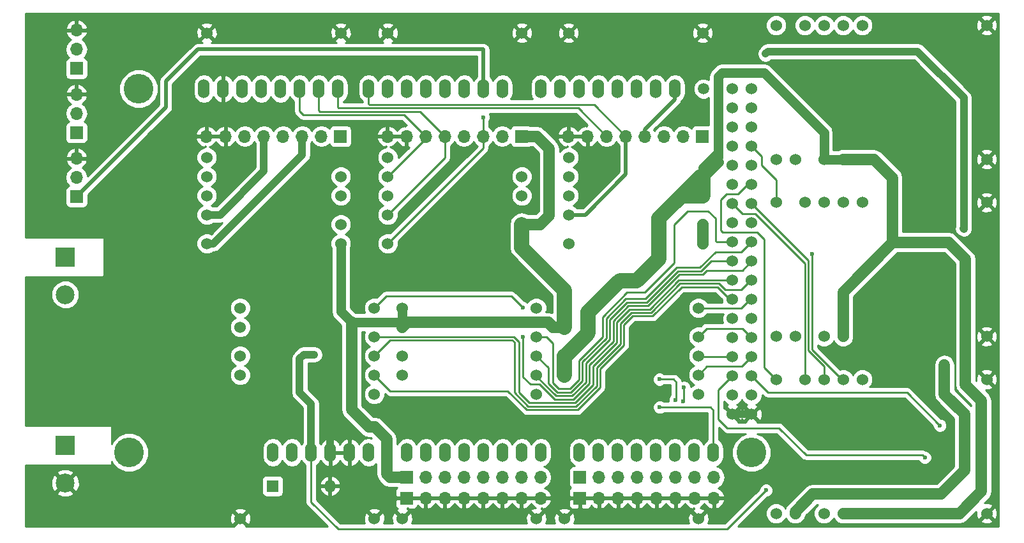
<source format=gbr>
G04 #@! TF.FileFunction,Copper,L2,Bot,Signal*
%FSLAX46Y46*%
G04 Gerber Fmt 4.6, Leading zero omitted, Abs format (unit mm)*
G04 Created by KiCad (PCBNEW 4.0.6+dfsg1-1) date Sun Mar 11 01:01:58 2018*
%MOMM*%
%LPD*%
G01*
G04 APERTURE LIST*
%ADD10C,0.100000*%
%ADD11C,1.524000*%
%ADD12O,1.524000X2.540000*%
%ADD13C,3.937000*%
%ADD14C,1.500000*%
%ADD15R,1.700000X1.700000*%
%ADD16O,1.700000X1.700000*%
%ADD17R,2.500000X2.500000*%
%ADD18C,2.500000*%
%ADD19R,1.600000X1.600000*%
%ADD20O,1.600000X1.600000*%
%ADD21C,0.600000*%
%ADD22C,1.000000*%
%ADD23C,0.250000*%
%ADD24C,3.000000*%
%ADD25C,1.500000*%
%ADD26C,0.500000*%
%ADD27C,1.250000*%
%ADD28C,2.000000*%
%ADD29C,0.254000*%
G04 APERTURE END LIST*
D10*
D11*
X170550000Y-67730000D03*
X170550000Y-65190000D03*
X170550000Y-61380000D03*
X170550000Y-58840000D03*
X152770000Y-67730000D03*
X152770000Y-39790000D03*
X170550000Y-39790000D03*
X152770000Y-63920000D03*
X152770000Y-61380000D03*
X152770000Y-58840000D03*
X152770000Y-56300000D03*
D12*
X173080000Y-47200000D03*
X175620000Y-47200000D03*
X178160000Y-47200000D03*
X180700000Y-47200000D03*
X183240000Y-47200000D03*
X185780000Y-47200000D03*
X188320000Y-47200000D03*
X190860000Y-47200000D03*
X195940000Y-95460000D03*
X193400000Y-95460000D03*
X190860000Y-95460000D03*
X188320000Y-95460000D03*
X178160000Y-95460000D03*
X173080000Y-95460000D03*
X170540000Y-95460000D03*
X180700000Y-95460000D03*
X183240000Y-95460000D03*
X185780000Y-95460000D03*
X168000000Y-95460000D03*
X165460000Y-95460000D03*
X162920000Y-95460000D03*
X155300000Y-95460000D03*
X157840000Y-95460000D03*
X160380000Y-95460000D03*
X150220000Y-95460000D03*
X147680000Y-95460000D03*
X145140000Y-95460000D03*
X140060000Y-95460000D03*
X137520000Y-95460000D03*
X168000000Y-47200000D03*
X165460000Y-47200000D03*
X162920000Y-47200000D03*
X160380000Y-47200000D03*
X157840000Y-47200000D03*
X155300000Y-47200000D03*
X152760000Y-47200000D03*
X150220000Y-47200000D03*
X146156000Y-47200000D03*
X143616000Y-47200000D03*
X141076000Y-47200000D03*
X138536000Y-47200000D03*
X135996000Y-47200000D03*
X133456000Y-47200000D03*
X130916000Y-47200000D03*
X128376000Y-47200000D03*
X142600000Y-95460000D03*
D13*
X201020000Y-95460000D03*
D14*
X194670000Y-47200000D03*
D13*
X119740000Y-47200000D03*
X118470000Y-95460000D03*
D11*
X198480000Y-49740000D03*
X201020000Y-49740000D03*
X198480000Y-52280000D03*
X201020000Y-52280000D03*
X198480000Y-54820000D03*
X201020000Y-54820000D03*
X198480000Y-57360000D03*
X201020000Y-57360000D03*
X198480000Y-47200000D03*
X201020000Y-47200000D03*
X201020000Y-59900000D03*
X198480000Y-59900000D03*
X198480000Y-62440000D03*
X201020000Y-62440000D03*
X198480000Y-64980000D03*
X201020000Y-64980000D03*
X198480000Y-67520000D03*
X201020000Y-67520000D03*
X198480000Y-70060000D03*
X201020000Y-70060000D03*
X198480000Y-72600000D03*
X201020000Y-72600000D03*
X198480000Y-75140000D03*
X201020000Y-75140000D03*
X198480000Y-77680000D03*
X201020000Y-77680000D03*
X198480000Y-80220000D03*
X201020000Y-80220000D03*
X198480000Y-82760000D03*
X201020000Y-82760000D03*
X198480000Y-85300000D03*
X201020000Y-85300000D03*
X198480000Y-87840000D03*
X201020000Y-87840000D03*
X198480000Y-90380000D03*
X201020000Y-90380000D03*
X204270000Y-56550000D03*
X206810000Y-56550000D03*
X210620000Y-56550000D03*
X213160000Y-56550000D03*
X204270000Y-38770000D03*
X232210000Y-38770000D03*
X232210000Y-56550000D03*
X208080000Y-38770000D03*
X210620000Y-38770000D03*
X213160000Y-38770000D03*
X215700000Y-38770000D03*
D15*
X155250000Y-98750000D03*
D16*
X157790000Y-98750000D03*
X160330000Y-98750000D03*
X162870000Y-98750000D03*
X165410000Y-98750000D03*
X167950000Y-98750000D03*
X170490000Y-98750000D03*
X173030000Y-98750000D03*
D15*
X178250000Y-98750000D03*
D16*
X180790000Y-98750000D03*
X183330000Y-98750000D03*
X185870000Y-98750000D03*
X188410000Y-98750000D03*
X190950000Y-98750000D03*
X193490000Y-98750000D03*
X196030000Y-98750000D03*
D15*
X155250000Y-101500000D03*
D16*
X157790000Y-101500000D03*
X160330000Y-101500000D03*
X162870000Y-101500000D03*
X165410000Y-101500000D03*
X167950000Y-101500000D03*
X170490000Y-101500000D03*
X173030000Y-101500000D03*
D15*
X178250000Y-101500000D03*
D16*
X180790000Y-101500000D03*
X183330000Y-101500000D03*
X185870000Y-101500000D03*
X188410000Y-101500000D03*
X190950000Y-101500000D03*
X193490000Y-101500000D03*
X196030000Y-101500000D03*
D15*
X146500000Y-53500000D03*
D16*
X143960000Y-53500000D03*
X141420000Y-53500000D03*
X138880000Y-53500000D03*
X136340000Y-53500000D03*
X133800000Y-53500000D03*
X131260000Y-53500000D03*
X128720000Y-53500000D03*
D15*
X170500000Y-53500000D03*
D16*
X167960000Y-53500000D03*
X165420000Y-53500000D03*
X162880000Y-53500000D03*
X160340000Y-53500000D03*
X157800000Y-53500000D03*
X155260000Y-53500000D03*
X152720000Y-53500000D03*
D15*
X194500000Y-53500000D03*
D16*
X191960000Y-53500000D03*
X189420000Y-53500000D03*
X186880000Y-53500000D03*
X184340000Y-53500000D03*
X181800000Y-53500000D03*
X179260000Y-53500000D03*
X176720000Y-53500000D03*
D11*
X194550000Y-67730000D03*
X194550000Y-65190000D03*
X194550000Y-61380000D03*
X194550000Y-58840000D03*
X176770000Y-67730000D03*
X176770000Y-39790000D03*
X194550000Y-39790000D03*
X176770000Y-63920000D03*
X176770000Y-61380000D03*
X176770000Y-58840000D03*
X176770000Y-56300000D03*
X146550000Y-67730000D03*
X146550000Y-65190000D03*
X146550000Y-61380000D03*
X146550000Y-58840000D03*
X128770000Y-67730000D03*
X128770000Y-39790000D03*
X146550000Y-39790000D03*
X128770000Y-63920000D03*
X128770000Y-61380000D03*
X128770000Y-58840000D03*
X128770000Y-56300000D03*
X204270000Y-103550000D03*
X206810000Y-103550000D03*
X210620000Y-103550000D03*
X213160000Y-103550000D03*
X204270000Y-85770000D03*
X232210000Y-85770000D03*
X232210000Y-103550000D03*
X208080000Y-85770000D03*
X210620000Y-85770000D03*
X213160000Y-85770000D03*
X215700000Y-85770000D03*
X204270000Y-80050000D03*
X206810000Y-80050000D03*
X210620000Y-80050000D03*
X213160000Y-80050000D03*
X204270000Y-62270000D03*
X232210000Y-62270000D03*
X232210000Y-80050000D03*
X208080000Y-62270000D03*
X210620000Y-62270000D03*
X213160000Y-62270000D03*
X215700000Y-62270000D03*
X154700000Y-76270000D03*
X154700000Y-78810000D03*
X154700000Y-82620000D03*
X154700000Y-85160000D03*
X172480000Y-76270000D03*
X172480000Y-104210000D03*
X154700000Y-104210000D03*
X172480000Y-80080000D03*
X172480000Y-82620000D03*
X172480000Y-85160000D03*
X172480000Y-87700000D03*
X176200000Y-76270000D03*
X176200000Y-78810000D03*
X176200000Y-82620000D03*
X176200000Y-85160000D03*
X193980000Y-76270000D03*
X193980000Y-104210000D03*
X176200000Y-104210000D03*
X193980000Y-80080000D03*
X193980000Y-82620000D03*
X193980000Y-85160000D03*
X193980000Y-87700000D03*
X133200000Y-76270000D03*
X133200000Y-78810000D03*
X133200000Y-82620000D03*
X133200000Y-85160000D03*
X150980000Y-76270000D03*
X150980000Y-104210000D03*
X133200000Y-104210000D03*
X150980000Y-80080000D03*
X150980000Y-82620000D03*
X150980000Y-85160000D03*
X150980000Y-87700000D03*
D15*
X111500000Y-61500000D03*
D16*
X111500000Y-58960000D03*
X111500000Y-56420000D03*
D15*
X111500000Y-44500000D03*
D16*
X111500000Y-41960000D03*
X111500000Y-39420000D03*
D15*
X111500000Y-53000000D03*
D16*
X111500000Y-50460000D03*
X111500000Y-47920000D03*
D17*
X110000000Y-94500000D03*
D18*
X110000000Y-99500000D03*
D17*
X110000000Y-69500000D03*
D18*
X110000000Y-74500000D03*
D19*
X137500000Y-99900000D03*
D20*
X145120000Y-99900000D03*
D21*
X178400000Y-62400000D03*
X172000000Y-63200000D03*
X143025000Y-82475000D03*
X229100000Y-65725000D03*
X202900000Y-42550000D03*
X202950000Y-100475000D03*
X119800000Y-81490000D03*
X117800000Y-71210000D03*
X119550000Y-70210000D03*
X117800000Y-69210000D03*
X116050000Y-70210000D03*
X117800000Y-70210000D03*
X116050000Y-71210000D03*
X119550000Y-71210000D03*
X119550000Y-69210000D03*
X116050000Y-69210000D03*
X120500000Y-64500000D03*
X130500000Y-96200000D03*
X124000000Y-93000000D03*
X143000000Y-84500000D03*
X138500000Y-86200000D03*
X222000000Y-91875000D03*
X171675000Y-55950000D03*
X138500000Y-68500000D03*
X134000000Y-66800000D03*
X165450000Y-51000000D03*
X209025000Y-69150000D03*
X170675000Y-80100000D03*
X170700000Y-76250000D03*
X188800000Y-85750000D03*
X190900000Y-88500000D03*
X191950000Y-88700000D03*
X192050000Y-86850000D03*
X188850000Y-89450000D03*
X226600000Y-83825000D03*
X224000000Y-96125000D03*
X226000000Y-91875000D03*
D22*
X142600000Y-95460000D02*
X142600000Y-89050000D01*
X141625000Y-82475000D02*
X143025000Y-82475000D01*
X141075000Y-83025000D02*
X141625000Y-82475000D01*
X141075000Y-87525000D02*
X141075000Y-83025000D01*
X142600000Y-89050000D02*
X141075000Y-87525000D01*
X229125000Y-65725000D02*
X229100000Y-65725000D01*
X229175000Y-65775000D02*
X229125000Y-65725000D01*
X229175000Y-48400000D02*
X229175000Y-65775000D01*
X223025000Y-42250000D02*
X229175000Y-48400000D01*
X203200000Y-42250000D02*
X223025000Y-42250000D01*
X202900000Y-42550000D02*
X203200000Y-42250000D01*
D23*
X202950000Y-100475000D02*
X197800000Y-105625000D01*
X197800000Y-105625000D02*
X146200000Y-105625000D01*
X146200000Y-105625000D02*
X142600000Y-102025000D01*
X142600000Y-102025000D02*
X142600000Y-95460000D01*
X117800000Y-70210000D02*
X117800000Y-71210000D01*
X117800000Y-70210000D02*
X119550000Y-70210000D01*
X117800000Y-70210000D02*
X117800000Y-69210000D01*
X117800000Y-70210000D02*
X116050000Y-70210000D01*
X117800000Y-70210000D02*
X117050000Y-70210000D01*
X117050000Y-70210000D02*
X116050000Y-71210000D01*
X117800000Y-70350000D02*
X118410000Y-70350000D01*
X118410000Y-70350000D02*
X119550000Y-69210000D01*
D22*
X198480000Y-90380000D02*
X201020000Y-90380000D01*
X130500000Y-96200000D02*
X130475000Y-96200000D01*
X145140000Y-95460000D02*
X145140000Y-86640000D01*
X138500000Y-86200000D02*
X138500000Y-86175000D01*
X145140000Y-86640000D02*
X143000000Y-84500000D01*
X222000000Y-91875000D02*
X221975000Y-91875000D01*
D24*
X117800000Y-70210000D02*
X117800000Y-71210000D01*
X117800000Y-71210000D02*
X117800000Y-69210000D01*
X117800000Y-69210000D02*
X117800000Y-70350000D01*
X117800000Y-70350000D02*
X117800000Y-79490000D01*
X117800000Y-79490000D02*
X119800000Y-81490000D01*
D25*
X117800000Y-70210000D02*
X117800000Y-70200000D01*
X119775000Y-81465000D02*
X119800000Y-81490000D01*
X119775000Y-81450000D02*
X119775000Y-81465000D01*
D22*
X128770000Y-67730000D02*
X129670000Y-67730000D01*
X141420000Y-55980000D02*
X141420000Y-53500000D01*
X129670000Y-67730000D02*
X141420000Y-55980000D01*
X128770000Y-63920000D02*
X130530000Y-63920000D01*
X136340000Y-58110000D02*
X136340000Y-53500000D01*
X130530000Y-63920000D02*
X136340000Y-58110000D01*
D23*
X165420000Y-53500000D02*
X165420000Y-55080000D01*
X165420000Y-55080000D02*
X152770000Y-67730000D01*
X165420000Y-51030000D02*
X165420000Y-53500000D01*
X165450000Y-51000000D02*
X165420000Y-51030000D01*
X160340000Y-53500000D02*
X160340000Y-56350000D01*
X160340000Y-56350000D02*
X152770000Y-63920000D01*
X143616000Y-47200000D02*
X143616000Y-50034000D01*
X157040004Y-50200004D02*
X160340000Y-53500000D01*
X143782004Y-50200004D02*
X157040004Y-50200004D01*
X143616000Y-50034000D02*
X143782004Y-50200004D01*
X157800000Y-53500000D02*
X157800000Y-53810000D01*
X157800000Y-53810000D02*
X152770000Y-58840000D01*
X141076000Y-47200000D02*
X141076000Y-50176000D01*
X154950006Y-50650006D02*
X157800000Y-53500000D01*
X141550006Y-50650006D02*
X154950006Y-50650006D01*
X141076000Y-50176000D02*
X141550006Y-50650006D01*
D26*
X190860000Y-47200000D02*
X190860000Y-48590000D01*
X186880000Y-52570000D02*
X186880000Y-53500000D01*
X190860000Y-48590000D02*
X186880000Y-52570000D01*
D23*
X150220000Y-47200000D02*
X150220000Y-49180000D01*
X180140000Y-49300000D02*
X184340000Y-53500000D01*
X150340000Y-49300000D02*
X180140000Y-49300000D01*
X150220000Y-49180000D02*
X150340000Y-49300000D01*
D26*
X176770000Y-63920000D02*
X178980000Y-63920000D01*
X184340000Y-58560000D02*
X184340000Y-53500000D01*
X178980000Y-63920000D02*
X184340000Y-58560000D01*
D23*
X146156000Y-47200000D02*
X146156000Y-49656000D01*
X178050002Y-49750002D02*
X181800000Y-53500000D01*
X146250002Y-49750002D02*
X178050002Y-49750002D01*
X146156000Y-49656000D02*
X146250002Y-49750002D01*
D26*
X165460000Y-47200000D02*
X165460000Y-42010000D01*
X123350000Y-49650000D02*
X111500000Y-61500000D01*
X123350000Y-46200000D02*
X123350000Y-49650000D01*
X127600000Y-41950000D02*
X123350000Y-46200000D01*
X165400000Y-41950000D02*
X127600000Y-41950000D01*
X165460000Y-42010000D02*
X165400000Y-41950000D01*
D23*
X201020000Y-59900000D02*
X200525000Y-59900000D01*
X200525000Y-59900000D02*
X199250000Y-61175000D01*
X199250000Y-61175000D02*
X197675000Y-61175000D01*
X197675000Y-61175000D02*
X196950000Y-61900000D01*
X196950000Y-61900000D02*
X196950000Y-66000000D01*
X196950000Y-66000000D02*
X197175000Y-66225000D01*
X197175000Y-66225000D02*
X201750000Y-66225000D01*
X201750000Y-66225000D02*
X202725000Y-67200000D01*
X202725000Y-67200000D02*
X202725000Y-84225000D01*
X202725000Y-84225000D02*
X204270000Y-85770000D01*
X208080000Y-85770000D02*
X208080000Y-70380000D01*
X199840000Y-63800000D02*
X198480000Y-62440000D01*
X201500000Y-63800000D02*
X199840000Y-63800000D01*
X208080000Y-70380000D02*
X201500000Y-63800000D01*
X210620000Y-85770000D02*
X210620000Y-83995000D01*
X208550000Y-69970000D02*
X201020000Y-62440000D01*
X208550000Y-81925000D02*
X208550000Y-69970000D01*
X210620000Y-83995000D02*
X208550000Y-81925000D01*
X213160000Y-85770000D02*
X213045002Y-85770000D01*
X213045002Y-85770000D02*
X209050000Y-81774998D01*
X209050000Y-69175000D02*
X209025000Y-69150000D01*
X209050000Y-81774998D02*
X209050000Y-69175000D01*
X204270000Y-62270000D02*
X204270000Y-59270000D01*
X202350000Y-56150000D02*
X201020000Y-54820000D01*
X202350000Y-57350000D02*
X202350000Y-56150000D01*
X204270000Y-59270000D02*
X202350000Y-57350000D01*
X172480000Y-80080000D02*
X173805000Y-80080000D01*
X196370000Y-67520000D02*
X198480000Y-67520000D01*
X196225000Y-67375000D02*
X196370000Y-67520000D01*
X196225000Y-64400000D02*
X196225000Y-67375000D01*
X195225000Y-63400000D02*
X196225000Y-64400000D01*
X192575000Y-63400000D02*
X195225000Y-63400000D01*
X190775000Y-65200000D02*
X192575000Y-63400000D01*
X190775000Y-70300000D02*
X190775000Y-65200000D01*
X186850000Y-74225000D02*
X190775000Y-70300000D01*
X184525000Y-74225000D02*
X186850000Y-74225000D01*
X181275000Y-77475000D02*
X184525000Y-74225000D01*
X181275000Y-80125000D02*
X181275000Y-77475000D01*
X178125000Y-83275000D02*
X181275000Y-80125000D01*
X178125000Y-85800000D02*
X178125000Y-83275000D01*
X176925000Y-87000000D02*
X178125000Y-85800000D01*
X175450000Y-87000000D02*
X176925000Y-87000000D01*
X174675000Y-86225000D02*
X175450000Y-87000000D01*
X174675000Y-80950000D02*
X174675000Y-86225000D01*
X173805000Y-80080000D02*
X174675000Y-80950000D01*
X201020000Y-67520000D02*
X201005000Y-67520000D01*
X201005000Y-67520000D02*
X199675000Y-68850000D01*
X199675000Y-68850000D02*
X196250000Y-68850000D01*
X196250000Y-68850000D02*
X194175000Y-70925000D01*
X194175000Y-70925000D02*
X191075000Y-70925000D01*
X191075000Y-70925000D02*
X186925000Y-75075000D01*
X186925000Y-75075000D02*
X184311398Y-75075000D01*
X184311398Y-75075000D02*
X181750000Y-77636398D01*
X181750000Y-77636398D02*
X181750000Y-80286398D01*
X181750000Y-80286398D02*
X178575002Y-83461396D01*
X178575002Y-83461396D02*
X178575002Y-85986396D01*
X178575002Y-85986396D02*
X177061398Y-87500000D01*
X177061398Y-87500000D02*
X175275000Y-87500000D01*
X175275000Y-87500000D02*
X174050000Y-86275000D01*
X174050000Y-86275000D02*
X174050000Y-84190000D01*
X174050000Y-84190000D02*
X172480000Y-82620000D01*
X198480000Y-70060000D02*
X195690000Y-70060000D01*
X175075002Y-87950002D02*
X172480000Y-85355000D01*
X177247794Y-87950002D02*
X175075002Y-87950002D01*
X179075000Y-86122796D02*
X177247794Y-87950002D01*
X179075000Y-83625004D02*
X179075000Y-86122796D01*
X182200002Y-80500002D02*
X179075000Y-83625004D01*
X182200002Y-77822794D02*
X182200002Y-80500002D01*
X184497794Y-75525002D02*
X182200002Y-77822794D01*
X187124998Y-75525002D02*
X184497794Y-75525002D01*
X191250000Y-71400000D02*
X187124998Y-75525002D01*
X194350000Y-71400000D02*
X191250000Y-71400000D01*
X195690000Y-70060000D02*
X194350000Y-71400000D01*
X172480000Y-85355000D02*
X172480000Y-85160000D01*
X201020000Y-75140000D02*
X200810000Y-75140000D01*
X200810000Y-75140000D02*
X199680000Y-76270000D01*
X199680000Y-76270000D02*
X193980000Y-76270000D01*
X201020000Y-80220000D02*
X201020000Y-80170000D01*
X201020000Y-80170000D02*
X199850000Y-79000000D01*
X199850000Y-79000000D02*
X195060000Y-79000000D01*
X195060000Y-79000000D02*
X193980000Y-80080000D01*
X198480000Y-82760000D02*
X194120000Y-82760000D01*
X194120000Y-82760000D02*
X193980000Y-82620000D01*
X201020000Y-82760000D02*
X201015000Y-82760000D01*
X201015000Y-82760000D02*
X199750000Y-84025000D01*
X199750000Y-84025000D02*
X195115000Y-84025000D01*
X195115000Y-84025000D02*
X193980000Y-85160000D01*
X201020000Y-70060000D02*
X201015000Y-70060000D01*
X201015000Y-70060000D02*
X199775000Y-71300000D01*
X199775000Y-71300000D02*
X195086398Y-71300000D01*
X195086398Y-71300000D02*
X194530699Y-71855699D01*
X194530699Y-71855699D02*
X191444301Y-71855699D01*
X191444301Y-71855699D02*
X187307903Y-75992097D01*
X187307903Y-75992097D02*
X184682907Y-75992097D01*
X184682907Y-75992097D02*
X182675000Y-78000004D01*
X182675000Y-78000004D02*
X182675000Y-80675002D01*
X182675000Y-80675002D02*
X179525002Y-83825000D01*
X179525002Y-83825000D02*
X179525002Y-86309192D01*
X179525002Y-86309192D02*
X177409194Y-88425000D01*
X177409194Y-88425000D02*
X174913602Y-88425000D01*
X174913602Y-88425000D02*
X172888602Y-86400000D01*
X172888602Y-86400000D02*
X171675000Y-86400000D01*
X171675000Y-86400000D02*
X170700000Y-85425000D01*
X170700000Y-85425000D02*
X170700000Y-80125000D01*
X170700000Y-80125000D02*
X170675000Y-80100000D01*
X170700000Y-76250000D02*
X169150000Y-74700000D01*
X169150000Y-74700000D02*
X152550000Y-74700000D01*
X152550000Y-74700000D02*
X150980000Y-76270000D01*
X198480000Y-72600000D02*
X191350000Y-72600000D01*
X169530002Y-80080000D02*
X150980000Y-80080000D01*
X170225000Y-80774998D02*
X169530002Y-80080000D01*
X170225000Y-87525000D02*
X170225000Y-80774998D01*
X171575002Y-88875002D02*
X170225000Y-87525000D01*
X177595590Y-88875002D02*
X171575002Y-88875002D01*
X180000000Y-86470592D02*
X177595590Y-88875002D01*
X180000000Y-84000004D02*
X180000000Y-86470592D01*
X183150000Y-80850004D02*
X180000000Y-84000004D01*
X183150000Y-78161402D02*
X183150000Y-80850004D01*
X184869303Y-76442099D02*
X183150000Y-78161402D01*
X187507901Y-76442099D02*
X184869303Y-76442099D01*
X191350000Y-72600000D02*
X187507901Y-76442099D01*
X201020000Y-72600000D02*
X200925000Y-72600000D01*
X200925000Y-72600000D02*
X199650000Y-73875000D01*
X199650000Y-73875000D02*
X197524998Y-73875000D01*
X197524998Y-73875000D02*
X196700000Y-73050002D01*
X196700000Y-73050002D02*
X191549998Y-73050002D01*
X191549998Y-73050002D02*
X187701100Y-76898900D01*
X187701100Y-76898900D02*
X185048900Y-76898900D01*
X185048900Y-76898900D02*
X183625000Y-78322800D01*
X183625000Y-78322800D02*
X183625000Y-81025000D01*
X183625000Y-81025000D02*
X180475000Y-84175000D01*
X180475000Y-84175000D02*
X180475000Y-86631990D01*
X180475000Y-86631990D02*
X177756990Y-89350000D01*
X177756990Y-89350000D02*
X171400000Y-89350000D01*
X171400000Y-89350000D02*
X169575000Y-87525000D01*
X169575000Y-87525000D02*
X169575000Y-80830002D01*
X169575000Y-80830002D02*
X169275000Y-80530002D01*
X169275000Y-80530002D02*
X153069998Y-80530002D01*
X153069998Y-80530002D02*
X150980000Y-82620000D01*
X198480000Y-75140000D02*
X198153600Y-75140000D01*
X198153600Y-75140000D02*
X196513604Y-73500004D01*
X196513604Y-73500004D02*
X191749996Y-73500004D01*
X191749996Y-73500004D02*
X187901098Y-77348902D01*
X187901098Y-77348902D02*
X185276098Y-77348902D01*
X185276098Y-77348902D02*
X184100000Y-78525000D01*
X184100000Y-78525000D02*
X184100000Y-81186398D01*
X184100000Y-81186398D02*
X180950000Y-84336398D01*
X180950000Y-84336398D02*
X180950000Y-86793388D01*
X180950000Y-86793388D02*
X177943386Y-89800002D01*
X177943386Y-89800002D02*
X171200002Y-89800002D01*
X171200002Y-89800002D02*
X168700000Y-87300000D01*
X168700000Y-87300000D02*
X153120000Y-87300000D01*
X153120000Y-87300000D02*
X150980000Y-85160000D01*
D27*
X194550000Y-58840000D02*
X194710000Y-58840000D01*
X194710000Y-58840000D02*
X196650000Y-56900000D01*
X194550000Y-58840000D02*
X194550000Y-57700000D01*
X196000000Y-56275000D02*
X196625000Y-56275000D01*
X196625000Y-55650000D02*
X196000000Y-56275000D01*
X196625000Y-55625000D02*
X196625000Y-55650000D01*
X194550000Y-57700000D02*
X196625000Y-55625000D01*
X210620000Y-56550000D02*
X210620000Y-52995000D01*
X210620000Y-52995000D02*
X202675000Y-45050000D01*
X202675000Y-45050000D02*
X197125000Y-45050000D01*
X197125000Y-45050000D02*
X196625000Y-45550000D01*
X196625000Y-45550000D02*
X196625000Y-56275000D01*
X213160000Y-56550000D02*
X210620000Y-56550000D01*
D25*
X213160000Y-103550000D02*
X228600000Y-103550000D01*
X219725000Y-67550000D02*
X219725000Y-67625000D01*
X227125000Y-67550000D02*
X219725000Y-67550000D01*
X229400000Y-69825000D02*
X227125000Y-67550000D01*
X229400000Y-86475000D02*
X229400000Y-69825000D01*
X231500000Y-88575000D02*
X229400000Y-86475000D01*
X231500000Y-100650000D02*
X231500000Y-88575000D01*
X228600000Y-103550000D02*
X231500000Y-100650000D01*
X213160000Y-80050000D02*
X213160000Y-74190000D01*
X213160000Y-74190000D02*
X219725000Y-67625000D01*
X217275000Y-56550000D02*
X213160000Y-56550000D01*
X219725000Y-67625000D02*
X219725000Y-59000000D01*
X219725000Y-59000000D02*
X217275000Y-56550000D01*
D28*
X194550000Y-61380000D02*
X191770000Y-61380000D01*
X191000000Y-62150000D02*
X191000000Y-62100000D01*
X191770000Y-61380000D02*
X191000000Y-62150000D01*
X194550000Y-61380000D02*
X193530000Y-61380000D01*
X192750000Y-61200000D02*
X192750000Y-60350000D01*
X192325000Y-60775000D02*
X192750000Y-61200000D01*
X192625000Y-60475000D02*
X192325000Y-60775000D01*
X193530000Y-61380000D02*
X192625000Y-60475000D01*
X194550000Y-61380000D02*
X194550000Y-58840000D01*
X176200000Y-82620000D02*
X176380000Y-82620000D01*
X176380000Y-82620000D02*
X179350000Y-79650000D01*
X188700000Y-64400000D02*
X191000000Y-62100000D01*
X188700000Y-69750000D02*
X188700000Y-64400000D01*
X185800000Y-72650000D02*
X188700000Y-69750000D01*
X183550000Y-72650000D02*
X185800000Y-72650000D01*
X179350000Y-76850000D02*
X183550000Y-72650000D01*
X179350000Y-79650000D02*
X179350000Y-76850000D01*
X191000000Y-62100000D02*
X192750000Y-60350000D01*
X192750000Y-60350000D02*
X194260000Y-58840000D01*
X194260000Y-58840000D02*
X194550000Y-58840000D01*
X176200000Y-85160000D02*
X176200000Y-82620000D01*
D23*
X190700000Y-85750000D02*
X188800000Y-85750000D01*
X191050000Y-86100000D02*
X190700000Y-85750000D01*
X191050000Y-88350000D02*
X191050000Y-86100000D01*
X190900000Y-88500000D02*
X191050000Y-88350000D01*
X192000000Y-88650000D02*
X191950000Y-88700000D01*
X192000000Y-86900000D02*
X192000000Y-88650000D01*
X192050000Y-86850000D02*
X192000000Y-86900000D01*
X195940000Y-95460000D02*
X195940000Y-89840000D01*
X195550000Y-89450000D02*
X188850000Y-89450000D01*
X195940000Y-89840000D02*
X195550000Y-89450000D01*
D25*
X206810000Y-103550000D02*
X206810000Y-103290000D01*
X206810000Y-103290000D02*
X209125000Y-100975000D01*
X226600000Y-87725000D02*
X226600000Y-83825000D01*
X229250000Y-90375000D02*
X226600000Y-87725000D01*
X229250000Y-97850000D02*
X229250000Y-90375000D01*
X226125000Y-100975000D02*
X229250000Y-97850000D01*
X209125000Y-100975000D02*
X226125000Y-100975000D01*
X170550000Y-65190000D02*
X172985000Y-65190000D01*
X172525000Y-53500000D02*
X170500000Y-53500000D01*
X174175000Y-55150000D02*
X172525000Y-53500000D01*
X174175000Y-64000000D02*
X174175000Y-55150000D01*
X172985000Y-65190000D02*
X174175000Y-64000000D01*
X147975000Y-78175000D02*
X147975000Y-89800000D01*
X153050000Y-98750000D02*
X155250000Y-98750000D01*
X152625000Y-98325000D02*
X153050000Y-98750000D01*
X152625000Y-93650000D02*
X152625000Y-98325000D01*
X151075000Y-92100000D02*
X152625000Y-93650000D01*
X150275000Y-92100000D02*
X151075000Y-92100000D01*
X147975000Y-89800000D02*
X150275000Y-92100000D01*
D27*
X154700000Y-78810000D02*
X154700000Y-76270000D01*
X146550000Y-67730000D02*
X146550000Y-76750000D01*
X154065000Y-78175000D02*
X154700000Y-78810000D01*
X147975000Y-78175000D02*
X154065000Y-78175000D01*
X146550000Y-76750000D02*
X147975000Y-78175000D01*
D25*
X176200000Y-78810000D02*
X174685000Y-78810000D01*
X174685000Y-78810000D02*
X174050000Y-78175000D01*
X174050000Y-78175000D02*
X155335000Y-78175000D01*
X155335000Y-78175000D02*
X154700000Y-78810000D01*
X194550000Y-65190000D02*
X194550000Y-67730000D01*
D28*
X170550000Y-65190000D02*
X170550000Y-67730000D01*
X176200000Y-76270000D02*
X176200000Y-73900000D01*
X176200000Y-73900000D02*
X170550000Y-68250000D01*
X170550000Y-68250000D02*
X170550000Y-67730000D01*
X176200000Y-78810000D02*
X176200000Y-76270000D01*
D23*
X198480000Y-85300000D02*
X196600000Y-87180000D01*
X196600000Y-91000000D02*
X196600000Y-87180000D01*
X197800000Y-92200000D02*
X196600000Y-91000000D01*
X204650000Y-92200000D02*
X197800000Y-92200000D01*
X208250000Y-95800000D02*
X204650000Y-92200000D01*
X223675000Y-95800000D02*
X208250000Y-95800000D01*
X223675000Y-95800000D02*
X224000000Y-96125000D01*
X201020000Y-85320000D02*
X203200000Y-87500000D01*
X221625000Y-87500000D02*
X203200000Y-87500000D01*
X221625000Y-87500000D02*
X226000000Y-91875000D01*
X201020000Y-85320000D02*
X201020000Y-85300000D01*
D29*
G36*
X233790000Y-105290000D02*
X199209802Y-105290000D01*
X203089680Y-101410122D01*
X203135167Y-101410162D01*
X203478943Y-101268117D01*
X203742192Y-101005327D01*
X203884838Y-100661799D01*
X203885162Y-100289833D01*
X203743117Y-99946057D01*
X203480327Y-99682808D01*
X203136799Y-99540162D01*
X202764833Y-99539838D01*
X202421057Y-99681883D01*
X202157808Y-99944673D01*
X202015162Y-100288201D01*
X202015121Y-100335077D01*
X197485198Y-104865000D01*
X195229562Y-104865000D01*
X195389144Y-104417698D01*
X195361362Y-103862632D01*
X195202397Y-103478857D01*
X194960213Y-103409392D01*
X194159605Y-104210000D01*
X194173748Y-104224143D01*
X193994143Y-104403748D01*
X193980000Y-104389605D01*
X193965858Y-104403748D01*
X193786253Y-104224143D01*
X193800395Y-104210000D01*
X192999787Y-103409392D01*
X192757603Y-103478857D01*
X192570856Y-104002302D01*
X192598638Y-104557368D01*
X192726063Y-104865000D01*
X177449562Y-104865000D01*
X177609144Y-104417698D01*
X177581362Y-103862632D01*
X177422397Y-103478857D01*
X177180213Y-103409392D01*
X176379605Y-104210000D01*
X176393748Y-104224143D01*
X176214143Y-104403748D01*
X176200000Y-104389605D01*
X176185858Y-104403748D01*
X176006253Y-104224143D01*
X176020395Y-104210000D01*
X175219787Y-103409392D01*
X174977603Y-103478857D01*
X174790856Y-104002302D01*
X174818638Y-104557368D01*
X174946063Y-104865000D01*
X173729562Y-104865000D01*
X173889144Y-104417698D01*
X173861362Y-103862632D01*
X173702397Y-103478857D01*
X173460213Y-103409392D01*
X172659605Y-104210000D01*
X172673748Y-104224143D01*
X172494143Y-104403748D01*
X172480000Y-104389605D01*
X172465858Y-104403748D01*
X172286253Y-104224143D01*
X172300395Y-104210000D01*
X171499787Y-103409392D01*
X171257603Y-103478857D01*
X171070856Y-104002302D01*
X171098638Y-104557368D01*
X171226063Y-104865000D01*
X155949562Y-104865000D01*
X156109144Y-104417698D01*
X156081362Y-103862632D01*
X155922397Y-103478857D01*
X155680213Y-103409392D01*
X154879605Y-104210000D01*
X154893748Y-104224143D01*
X154714143Y-104403748D01*
X154700000Y-104389605D01*
X154685858Y-104403748D01*
X154506253Y-104224143D01*
X154520395Y-104210000D01*
X153719787Y-103409392D01*
X153477603Y-103478857D01*
X153290856Y-104002302D01*
X153318638Y-104557368D01*
X153446063Y-104865000D01*
X152229562Y-104865000D01*
X152389144Y-104417698D01*
X152361362Y-103862632D01*
X152202397Y-103478857D01*
X151960213Y-103409392D01*
X151159605Y-104210000D01*
X151173748Y-104224143D01*
X150994143Y-104403748D01*
X150980000Y-104389605D01*
X150965858Y-104403748D01*
X150786253Y-104224143D01*
X150800395Y-104210000D01*
X149999787Y-103409392D01*
X149757603Y-103478857D01*
X149570856Y-104002302D01*
X149598638Y-104557368D01*
X149726063Y-104865000D01*
X146514802Y-104865000D01*
X144879589Y-103229787D01*
X150179392Y-103229787D01*
X150980000Y-104030395D01*
X151780608Y-103229787D01*
X151711143Y-102987603D01*
X151187698Y-102800856D01*
X150632632Y-102828638D01*
X150248857Y-102987603D01*
X150179392Y-103229787D01*
X144879589Y-103229787D01*
X143435552Y-101785750D01*
X153765000Y-101785750D01*
X153765000Y-102476309D01*
X153861673Y-102709698D01*
X154040301Y-102888327D01*
X154124416Y-102923168D01*
X153968857Y-102987603D01*
X153899392Y-103229787D01*
X154700000Y-104030395D01*
X155500608Y-103229787D01*
X155431143Y-102987603D01*
X155377002Y-102968287D01*
X155377002Y-102826252D01*
X155535750Y-102985000D01*
X156226310Y-102985000D01*
X156459699Y-102888327D01*
X156638327Y-102709698D01*
X156725136Y-102500122D01*
X157023076Y-102771645D01*
X157433110Y-102941476D01*
X157663000Y-102820155D01*
X157663000Y-101627000D01*
X157917000Y-101627000D01*
X157917000Y-102820155D01*
X158146890Y-102941476D01*
X158556924Y-102771645D01*
X158985183Y-102381358D01*
X159060000Y-102222046D01*
X159134817Y-102381358D01*
X159563076Y-102771645D01*
X159973110Y-102941476D01*
X160203000Y-102820155D01*
X160203000Y-101627000D01*
X160457000Y-101627000D01*
X160457000Y-102820155D01*
X160686890Y-102941476D01*
X161096924Y-102771645D01*
X161525183Y-102381358D01*
X161600000Y-102222046D01*
X161674817Y-102381358D01*
X162103076Y-102771645D01*
X162513110Y-102941476D01*
X162743000Y-102820155D01*
X162743000Y-101627000D01*
X162997000Y-101627000D01*
X162997000Y-102820155D01*
X163226890Y-102941476D01*
X163636924Y-102771645D01*
X164065183Y-102381358D01*
X164140000Y-102222046D01*
X164214817Y-102381358D01*
X164643076Y-102771645D01*
X165053110Y-102941476D01*
X165283000Y-102820155D01*
X165283000Y-101627000D01*
X165537000Y-101627000D01*
X165537000Y-102820155D01*
X165766890Y-102941476D01*
X166176924Y-102771645D01*
X166605183Y-102381358D01*
X166680000Y-102222046D01*
X166754817Y-102381358D01*
X167183076Y-102771645D01*
X167593110Y-102941476D01*
X167823000Y-102820155D01*
X167823000Y-101627000D01*
X168077000Y-101627000D01*
X168077000Y-102820155D01*
X168306890Y-102941476D01*
X168716924Y-102771645D01*
X169145183Y-102381358D01*
X169220000Y-102222046D01*
X169294817Y-102381358D01*
X169723076Y-102771645D01*
X170133110Y-102941476D01*
X170363000Y-102820155D01*
X170363000Y-101627000D01*
X170617000Y-101627000D01*
X170617000Y-102820155D01*
X170846890Y-102941476D01*
X171256924Y-102771645D01*
X171685183Y-102381358D01*
X171760000Y-102222046D01*
X171834817Y-102381358D01*
X172263076Y-102771645D01*
X172371779Y-102816668D01*
X172132632Y-102828638D01*
X171748857Y-102987603D01*
X171679392Y-103229787D01*
X172480000Y-104030395D01*
X173280608Y-103229787D01*
X175399392Y-103229787D01*
X176200000Y-104030395D01*
X177000608Y-103229787D01*
X176931143Y-102987603D01*
X176407698Y-102800856D01*
X175852632Y-102828638D01*
X175468857Y-102987603D01*
X175399392Y-103229787D01*
X173280608Y-103229787D01*
X173211143Y-102987603D01*
X173157002Y-102968287D01*
X173157002Y-102820156D01*
X173386890Y-102941476D01*
X173796924Y-102771645D01*
X174225183Y-102381358D01*
X174471486Y-101856892D01*
X174434145Y-101785750D01*
X176765000Y-101785750D01*
X176765000Y-102476309D01*
X176861673Y-102709698D01*
X177040301Y-102888327D01*
X177273690Y-102985000D01*
X177964250Y-102985000D01*
X178123000Y-102826250D01*
X178123000Y-101627000D01*
X178377000Y-101627000D01*
X178377000Y-102826250D01*
X178535750Y-102985000D01*
X179226310Y-102985000D01*
X179459699Y-102888327D01*
X179638327Y-102709698D01*
X179725136Y-102500122D01*
X180023076Y-102771645D01*
X180433110Y-102941476D01*
X180663000Y-102820155D01*
X180663000Y-101627000D01*
X180917000Y-101627000D01*
X180917000Y-102820155D01*
X181146890Y-102941476D01*
X181556924Y-102771645D01*
X181985183Y-102381358D01*
X182060000Y-102222046D01*
X182134817Y-102381358D01*
X182563076Y-102771645D01*
X182973110Y-102941476D01*
X183203000Y-102820155D01*
X183203000Y-101627000D01*
X183457000Y-101627000D01*
X183457000Y-102820155D01*
X183686890Y-102941476D01*
X184096924Y-102771645D01*
X184525183Y-102381358D01*
X184600000Y-102222046D01*
X184674817Y-102381358D01*
X185103076Y-102771645D01*
X185513110Y-102941476D01*
X185743000Y-102820155D01*
X185743000Y-101627000D01*
X185997000Y-101627000D01*
X185997000Y-102820155D01*
X186226890Y-102941476D01*
X186636924Y-102771645D01*
X187065183Y-102381358D01*
X187140000Y-102222046D01*
X187214817Y-102381358D01*
X187643076Y-102771645D01*
X188053110Y-102941476D01*
X188283000Y-102820155D01*
X188283000Y-101627000D01*
X188537000Y-101627000D01*
X188537000Y-102820155D01*
X188766890Y-102941476D01*
X189176924Y-102771645D01*
X189605183Y-102381358D01*
X189680000Y-102222046D01*
X189754817Y-102381358D01*
X190183076Y-102771645D01*
X190593110Y-102941476D01*
X190823000Y-102820155D01*
X190823000Y-101627000D01*
X191077000Y-101627000D01*
X191077000Y-102820155D01*
X191306890Y-102941476D01*
X191716924Y-102771645D01*
X192145183Y-102381358D01*
X192220000Y-102222046D01*
X192294817Y-102381358D01*
X192723076Y-102771645D01*
X193133110Y-102941476D01*
X193362998Y-102820156D01*
X193362998Y-102940324D01*
X193248857Y-102987603D01*
X193179392Y-103229787D01*
X193980000Y-104030395D01*
X194780608Y-103229787D01*
X194711143Y-102987603D01*
X194187698Y-102800856D01*
X194186219Y-102800930D01*
X194256924Y-102771645D01*
X194685183Y-102381358D01*
X194760000Y-102222046D01*
X194834817Y-102381358D01*
X195263076Y-102771645D01*
X195673110Y-102941476D01*
X195903000Y-102820155D01*
X195903000Y-101627000D01*
X196157000Y-101627000D01*
X196157000Y-102820155D01*
X196386890Y-102941476D01*
X196796924Y-102771645D01*
X197225183Y-102381358D01*
X197471486Y-101856892D01*
X197350819Y-101627000D01*
X196157000Y-101627000D01*
X195903000Y-101627000D01*
X193617000Y-101627000D01*
X193617000Y-101647000D01*
X193363000Y-101647000D01*
X193363000Y-101627000D01*
X191077000Y-101627000D01*
X190823000Y-101627000D01*
X188537000Y-101627000D01*
X188283000Y-101627000D01*
X185997000Y-101627000D01*
X185743000Y-101627000D01*
X183457000Y-101627000D01*
X183203000Y-101627000D01*
X180917000Y-101627000D01*
X180663000Y-101627000D01*
X178377000Y-101627000D01*
X178123000Y-101627000D01*
X176923750Y-101627000D01*
X176765000Y-101785750D01*
X174434145Y-101785750D01*
X174350819Y-101627000D01*
X173157000Y-101627000D01*
X173157000Y-101647000D01*
X172903000Y-101647000D01*
X172903000Y-101627000D01*
X170617000Y-101627000D01*
X170363000Y-101627000D01*
X168077000Y-101627000D01*
X167823000Y-101627000D01*
X165537000Y-101627000D01*
X165283000Y-101627000D01*
X162997000Y-101627000D01*
X162743000Y-101627000D01*
X160457000Y-101627000D01*
X160203000Y-101627000D01*
X157917000Y-101627000D01*
X157663000Y-101627000D01*
X155377000Y-101627000D01*
X155377000Y-101647000D01*
X155123000Y-101647000D01*
X155123000Y-101627000D01*
X153923750Y-101627000D01*
X153765000Y-101785750D01*
X143435552Y-101785750D01*
X143360000Y-101710198D01*
X143360000Y-100249039D01*
X143728096Y-100249039D01*
X143888959Y-100637423D01*
X144264866Y-101052389D01*
X144770959Y-101291914D01*
X144993000Y-101170629D01*
X144993000Y-100027000D01*
X145247000Y-100027000D01*
X145247000Y-101170629D01*
X145469041Y-101291914D01*
X145975134Y-101052389D01*
X146351041Y-100637423D01*
X146511904Y-100249039D01*
X146389915Y-100027000D01*
X145247000Y-100027000D01*
X144993000Y-100027000D01*
X143850085Y-100027000D01*
X143728096Y-100249039D01*
X143360000Y-100249039D01*
X143360000Y-99550961D01*
X143728096Y-99550961D01*
X143850085Y-99773000D01*
X144993000Y-99773000D01*
X144993000Y-98629371D01*
X145247000Y-98629371D01*
X145247000Y-99773000D01*
X146389915Y-99773000D01*
X146511904Y-99550961D01*
X146351041Y-99162577D01*
X145975134Y-98747611D01*
X145469041Y-98508086D01*
X145247000Y-98629371D01*
X144993000Y-98629371D01*
X144770959Y-98508086D01*
X144264866Y-98747611D01*
X143888959Y-99162577D01*
X143728096Y-99550961D01*
X143360000Y-99550961D01*
X143360000Y-97145379D01*
X143587828Y-96993149D01*
X143879330Y-96556887D01*
X143897941Y-96619941D01*
X144241974Y-97045630D01*
X144722723Y-97307260D01*
X144796930Y-97322220D01*
X145013000Y-97199720D01*
X145013000Y-95587000D01*
X145267000Y-95587000D01*
X145267000Y-97199720D01*
X145483070Y-97322220D01*
X145557277Y-97307260D01*
X146038026Y-97045630D01*
X146382059Y-96619941D01*
X146410000Y-96525277D01*
X146437941Y-96619941D01*
X146781974Y-97045630D01*
X147262723Y-97307260D01*
X147336930Y-97322220D01*
X147553000Y-97199720D01*
X147553000Y-95587000D01*
X145267000Y-95587000D01*
X145013000Y-95587000D01*
X144993000Y-95587000D01*
X144993000Y-95333000D01*
X145013000Y-95333000D01*
X145013000Y-93720280D01*
X145267000Y-93720280D01*
X145267000Y-95333000D01*
X147553000Y-95333000D01*
X147553000Y-93720280D01*
X147336930Y-93597780D01*
X147262723Y-93612740D01*
X146781974Y-93874370D01*
X146437941Y-94300059D01*
X146410000Y-94394723D01*
X146382059Y-94300059D01*
X146038026Y-93874370D01*
X145557277Y-93612740D01*
X145483070Y-93597780D01*
X145267000Y-93720280D01*
X145013000Y-93720280D01*
X144796930Y-93597780D01*
X144722723Y-93612740D01*
X144241974Y-93874370D01*
X143897941Y-94300059D01*
X143879330Y-94363113D01*
X143735000Y-94147109D01*
X143735000Y-89050000D01*
X143731087Y-89030327D01*
X143648604Y-88615655D01*
X143402566Y-88247434D01*
X142210000Y-87054868D01*
X142210000Y-83610000D01*
X143025000Y-83610000D01*
X143459346Y-83523603D01*
X143827566Y-83277566D01*
X144073603Y-82909346D01*
X144160000Y-82475000D01*
X144073603Y-82040654D01*
X143827566Y-81672434D01*
X143459346Y-81426397D01*
X143025000Y-81340000D01*
X141625000Y-81340000D01*
X141190654Y-81426397D01*
X140822433Y-81672434D01*
X140272434Y-82222434D01*
X140026397Y-82590654D01*
X139940000Y-83025000D01*
X139940000Y-87525000D01*
X140026397Y-87959346D01*
X140223958Y-88255016D01*
X140272434Y-88327566D01*
X141465000Y-89520132D01*
X141465000Y-94147109D01*
X141330000Y-94349150D01*
X141047828Y-93926851D01*
X140594609Y-93624019D01*
X140060000Y-93517679D01*
X139525391Y-93624019D01*
X139072172Y-93926851D01*
X138790000Y-94349150D01*
X138507828Y-93926851D01*
X138054609Y-93624019D01*
X137520000Y-93517679D01*
X136985391Y-93624019D01*
X136532172Y-93926851D01*
X136229340Y-94380070D01*
X136123000Y-94914679D01*
X136123000Y-96005321D01*
X136229340Y-96539930D01*
X136532172Y-96993149D01*
X136985391Y-97295981D01*
X137520000Y-97402321D01*
X138054609Y-97295981D01*
X138507828Y-96993149D01*
X138790000Y-96570850D01*
X139072172Y-96993149D01*
X139525391Y-97295981D01*
X140060000Y-97402321D01*
X140594609Y-97295981D01*
X141047828Y-96993149D01*
X141330000Y-96570850D01*
X141612172Y-96993149D01*
X141840000Y-97145379D01*
X141840000Y-102025000D01*
X141897852Y-102315839D01*
X142062599Y-102562401D01*
X144790198Y-105290000D01*
X133971986Y-105290000D01*
X134000608Y-105190213D01*
X133200000Y-104389605D01*
X132399392Y-105190213D01*
X132428014Y-105290000D01*
X104710000Y-105290000D01*
X104710000Y-104002302D01*
X131790856Y-104002302D01*
X131818638Y-104557368D01*
X131977603Y-104941143D01*
X132219787Y-105010608D01*
X133020395Y-104210000D01*
X133379605Y-104210000D01*
X134180213Y-105010608D01*
X134422397Y-104941143D01*
X134609144Y-104417698D01*
X134581362Y-103862632D01*
X134422397Y-103478857D01*
X134180213Y-103409392D01*
X133379605Y-104210000D01*
X133020395Y-104210000D01*
X132219787Y-103409392D01*
X131977603Y-103478857D01*
X131790856Y-104002302D01*
X104710000Y-104002302D01*
X104710000Y-103229787D01*
X132399392Y-103229787D01*
X133200000Y-104030395D01*
X134000608Y-103229787D01*
X133931143Y-102987603D01*
X133407698Y-102800856D01*
X132852632Y-102828638D01*
X132468857Y-102987603D01*
X132399392Y-103229787D01*
X104710000Y-103229787D01*
X104710000Y-100833320D01*
X108846285Y-100833320D01*
X108975533Y-101126123D01*
X109675806Y-101394388D01*
X110425435Y-101374250D01*
X111024467Y-101126123D01*
X111153715Y-100833320D01*
X110000000Y-99679605D01*
X108846285Y-100833320D01*
X104710000Y-100833320D01*
X104710000Y-99175806D01*
X108105612Y-99175806D01*
X108125750Y-99925435D01*
X108373877Y-100524467D01*
X108666680Y-100653715D01*
X109820395Y-99500000D01*
X110179605Y-99500000D01*
X111333320Y-100653715D01*
X111626123Y-100524467D01*
X111894388Y-99824194D01*
X111874934Y-99100000D01*
X136052560Y-99100000D01*
X136052560Y-100700000D01*
X136096838Y-100935317D01*
X136235910Y-101151441D01*
X136448110Y-101296431D01*
X136700000Y-101347440D01*
X138300000Y-101347440D01*
X138535317Y-101303162D01*
X138751441Y-101164090D01*
X138896431Y-100951890D01*
X138947440Y-100700000D01*
X138947440Y-99100000D01*
X138903162Y-98864683D01*
X138764090Y-98648559D01*
X138551890Y-98503569D01*
X138300000Y-98452560D01*
X136700000Y-98452560D01*
X136464683Y-98496838D01*
X136248559Y-98635910D01*
X136103569Y-98848110D01*
X136052560Y-99100000D01*
X111874934Y-99100000D01*
X111874250Y-99074565D01*
X111626123Y-98475533D01*
X111333320Y-98346285D01*
X110179605Y-99500000D01*
X109820395Y-99500000D01*
X108666680Y-98346285D01*
X108373877Y-98475533D01*
X108105612Y-99175806D01*
X104710000Y-99175806D01*
X104710000Y-98166680D01*
X108846285Y-98166680D01*
X110000000Y-99320395D01*
X111153715Y-98166680D01*
X111024467Y-97873877D01*
X110324194Y-97605612D01*
X109574565Y-97625750D01*
X108975533Y-97873877D01*
X108846285Y-98166680D01*
X104710000Y-98166680D01*
X104710000Y-97127000D01*
X116000000Y-97127000D01*
X116046159Y-97118315D01*
X116088553Y-97091035D01*
X116116994Y-97049410D01*
X116127000Y-97000000D01*
X116127000Y-96607146D01*
X116261573Y-96932838D01*
X116993310Y-97665853D01*
X117949860Y-98063047D01*
X118985596Y-98063951D01*
X119942838Y-97668427D01*
X120675853Y-96936690D01*
X121073047Y-95980140D01*
X121073951Y-94944404D01*
X120678427Y-93987162D01*
X119946690Y-93254147D01*
X118990140Y-92856953D01*
X117954404Y-92856049D01*
X116997162Y-93251573D01*
X116264147Y-93983310D01*
X116127000Y-94313597D01*
X116127000Y-92000000D01*
X116118315Y-91953841D01*
X116091035Y-91911447D01*
X116049410Y-91883006D01*
X116000000Y-91873000D01*
X104710000Y-91873000D01*
X104710000Y-82896661D01*
X131802758Y-82896661D01*
X132014990Y-83410303D01*
X132407630Y-83803629D01*
X132615512Y-83889949D01*
X132409697Y-83974990D01*
X132016371Y-84367630D01*
X131803243Y-84880900D01*
X131802758Y-85436661D01*
X132014990Y-85950303D01*
X132407630Y-86343629D01*
X132920900Y-86556757D01*
X133476661Y-86557242D01*
X133990303Y-86345010D01*
X134383629Y-85952370D01*
X134596757Y-85439100D01*
X134597242Y-84883339D01*
X134385010Y-84369697D01*
X133992370Y-83976371D01*
X133784488Y-83890051D01*
X133990303Y-83805010D01*
X134383629Y-83412370D01*
X134596757Y-82899100D01*
X134597242Y-82343339D01*
X134385010Y-81829697D01*
X133992370Y-81436371D01*
X133479100Y-81223243D01*
X132923339Y-81222758D01*
X132409697Y-81434990D01*
X132016371Y-81827630D01*
X131803243Y-82340900D01*
X131802758Y-82896661D01*
X104710000Y-82896661D01*
X104710000Y-76546661D01*
X131802758Y-76546661D01*
X132014990Y-77060303D01*
X132407630Y-77453629D01*
X132615512Y-77539949D01*
X132409697Y-77624990D01*
X132016371Y-78017630D01*
X131803243Y-78530900D01*
X131802758Y-79086661D01*
X132014990Y-79600303D01*
X132407630Y-79993629D01*
X132920900Y-80206757D01*
X133476661Y-80207242D01*
X133990303Y-79995010D01*
X134383629Y-79602370D01*
X134596757Y-79089100D01*
X134597242Y-78533339D01*
X134385010Y-78019697D01*
X133992370Y-77626371D01*
X133784488Y-77540051D01*
X133990303Y-77455010D01*
X134383629Y-77062370D01*
X134596757Y-76549100D01*
X134597242Y-75993339D01*
X134385010Y-75479697D01*
X133992370Y-75086371D01*
X133479100Y-74873243D01*
X132923339Y-74872758D01*
X132409697Y-75084990D01*
X132016371Y-75477630D01*
X131803243Y-75990900D01*
X131802758Y-76546661D01*
X104710000Y-76546661D01*
X104710000Y-74873305D01*
X108114674Y-74873305D01*
X108401043Y-75566372D01*
X108930839Y-76097093D01*
X109623405Y-76384672D01*
X110373305Y-76385326D01*
X111066372Y-76098957D01*
X111597093Y-75569161D01*
X111884672Y-74876595D01*
X111885326Y-74126695D01*
X111598957Y-73433628D01*
X111069161Y-72902907D01*
X110376595Y-72615328D01*
X109626695Y-72614674D01*
X108933628Y-72901043D01*
X108402907Y-73430839D01*
X108115328Y-74123405D01*
X108114674Y-74873305D01*
X104710000Y-74873305D01*
X104710000Y-72127000D01*
X115000000Y-72127000D01*
X115046159Y-72118315D01*
X115088553Y-72091035D01*
X115116994Y-72049410D01*
X115127000Y-72000000D01*
X115127000Y-67000000D01*
X115118315Y-66953841D01*
X115091035Y-66911447D01*
X115049410Y-66883006D01*
X115000000Y-66873000D01*
X104710000Y-66873000D01*
X104710000Y-58960000D01*
X109985907Y-58960000D01*
X110098946Y-59528285D01*
X110420853Y-60010054D01*
X110462452Y-60037850D01*
X110414683Y-60046838D01*
X110198559Y-60185910D01*
X110053569Y-60398110D01*
X110002560Y-60650000D01*
X110002560Y-62350000D01*
X110046838Y-62585317D01*
X110185910Y-62801441D01*
X110398110Y-62946431D01*
X110650000Y-62997440D01*
X112350000Y-62997440D01*
X112585317Y-62953162D01*
X112801441Y-62814090D01*
X112946431Y-62601890D01*
X112997440Y-62350000D01*
X112997440Y-61254140D01*
X120394687Y-53856892D01*
X127278514Y-53856892D01*
X127524817Y-54381358D01*
X127953076Y-54771645D01*
X128363110Y-54941476D01*
X128592998Y-54820156D01*
X128592998Y-54902845D01*
X128493339Y-54902758D01*
X127979697Y-55114990D01*
X127586371Y-55507630D01*
X127373243Y-56020900D01*
X127372758Y-56576661D01*
X127584990Y-57090303D01*
X127977630Y-57483629D01*
X128185512Y-57569949D01*
X127979697Y-57654990D01*
X127586371Y-58047630D01*
X127373243Y-58560900D01*
X127372758Y-59116661D01*
X127584990Y-59630303D01*
X127977630Y-60023629D01*
X128185512Y-60109949D01*
X127979697Y-60194990D01*
X127586371Y-60587630D01*
X127373243Y-61100900D01*
X127372758Y-61656661D01*
X127584990Y-62170303D01*
X127977630Y-62563629D01*
X128185512Y-62649949D01*
X127979697Y-62734990D01*
X127586371Y-63127630D01*
X127373243Y-63640900D01*
X127372758Y-64196661D01*
X127584990Y-64710303D01*
X127977630Y-65103629D01*
X128490900Y-65316757D01*
X129046661Y-65317242D01*
X129560303Y-65105010D01*
X129610400Y-65055000D01*
X130530000Y-65055000D01*
X130791979Y-65002889D01*
X129340589Y-66454279D01*
X129049100Y-66333243D01*
X128493339Y-66332758D01*
X127979697Y-66544990D01*
X127586371Y-66937630D01*
X127373243Y-67450900D01*
X127372758Y-68006661D01*
X127584990Y-68520303D01*
X127977630Y-68913629D01*
X128490900Y-69126757D01*
X129046661Y-69127242D01*
X129560303Y-68915010D01*
X129610400Y-68865000D01*
X129670000Y-68865000D01*
X130104346Y-68778603D01*
X130472566Y-68532566D01*
X139888471Y-59116661D01*
X145152758Y-59116661D01*
X145364990Y-59630303D01*
X145757630Y-60023629D01*
X145965512Y-60109949D01*
X145759697Y-60194990D01*
X145366371Y-60587630D01*
X145153243Y-61100900D01*
X145152758Y-61656661D01*
X145364990Y-62170303D01*
X145757630Y-62563629D01*
X146270900Y-62776757D01*
X146826661Y-62777242D01*
X147340303Y-62565010D01*
X147733629Y-62172370D01*
X147946757Y-61659100D01*
X147947242Y-61103339D01*
X147735010Y-60589697D01*
X147342370Y-60196371D01*
X147134488Y-60110051D01*
X147340303Y-60025010D01*
X147733629Y-59632370D01*
X147946757Y-59119100D01*
X147947242Y-58563339D01*
X147735010Y-58049697D01*
X147342370Y-57656371D01*
X146829100Y-57443243D01*
X146273339Y-57442758D01*
X145759697Y-57654990D01*
X145366371Y-58047630D01*
X145153243Y-58560900D01*
X145152758Y-59116661D01*
X139888471Y-59116661D01*
X142222566Y-56782566D01*
X142468603Y-56414346D01*
X142492740Y-56293000D01*
X142555000Y-55980000D01*
X142555000Y-54452016D01*
X142690000Y-54249974D01*
X142909946Y-54579147D01*
X143391715Y-54901054D01*
X143960000Y-55014093D01*
X144528285Y-54901054D01*
X145010054Y-54579147D01*
X145037850Y-54537548D01*
X145046838Y-54585317D01*
X145185910Y-54801441D01*
X145398110Y-54946431D01*
X145650000Y-54997440D01*
X147350000Y-54997440D01*
X147585317Y-54953162D01*
X147801441Y-54814090D01*
X147946431Y-54601890D01*
X147997440Y-54350000D01*
X147997440Y-53143108D01*
X151278514Y-53143108D01*
X151399181Y-53373000D01*
X152593000Y-53373000D01*
X152593000Y-52179845D01*
X152363110Y-52058524D01*
X151953076Y-52228355D01*
X151524817Y-52618642D01*
X151278514Y-53143108D01*
X147997440Y-53143108D01*
X147997440Y-52650000D01*
X147953162Y-52414683D01*
X147814090Y-52198559D01*
X147601890Y-52053569D01*
X147350000Y-52002560D01*
X145650000Y-52002560D01*
X145414683Y-52046838D01*
X145198559Y-52185910D01*
X145053569Y-52398110D01*
X145039914Y-52465541D01*
X145010054Y-52420853D01*
X144528285Y-52098946D01*
X143960000Y-51985907D01*
X143391715Y-52098946D01*
X142909946Y-52420853D01*
X142690000Y-52750026D01*
X142470054Y-52420853D01*
X141988285Y-52098946D01*
X141420000Y-51985907D01*
X140851715Y-52098946D01*
X140369946Y-52420853D01*
X140150000Y-52750026D01*
X139930054Y-52420853D01*
X139448285Y-52098946D01*
X138880000Y-51985907D01*
X138311715Y-52098946D01*
X137829946Y-52420853D01*
X137610000Y-52750026D01*
X137390054Y-52420853D01*
X136908285Y-52098946D01*
X136340000Y-51985907D01*
X135771715Y-52098946D01*
X135289946Y-52420853D01*
X135070000Y-52750026D01*
X134850054Y-52420853D01*
X134368285Y-52098946D01*
X133800000Y-51985907D01*
X133231715Y-52098946D01*
X132749946Y-52420853D01*
X132522298Y-52761553D01*
X132455183Y-52618642D01*
X132026924Y-52228355D01*
X131616890Y-52058524D01*
X131387000Y-52179845D01*
X131387000Y-53373000D01*
X131407000Y-53373000D01*
X131407000Y-53627000D01*
X131387000Y-53627000D01*
X131387000Y-54820155D01*
X131616890Y-54941476D01*
X132026924Y-54771645D01*
X132455183Y-54381358D01*
X132522298Y-54238447D01*
X132749946Y-54579147D01*
X133231715Y-54901054D01*
X133800000Y-55014093D01*
X134368285Y-54901054D01*
X134850054Y-54579147D01*
X135070000Y-54249974D01*
X135205000Y-54452016D01*
X135205000Y-57639868D01*
X130059868Y-62785000D01*
X129610914Y-62785000D01*
X129562370Y-62736371D01*
X129354488Y-62650051D01*
X129560303Y-62565010D01*
X129953629Y-62172370D01*
X130166757Y-61659100D01*
X130167242Y-61103339D01*
X129955010Y-60589697D01*
X129562370Y-60196371D01*
X129354488Y-60110051D01*
X129560303Y-60025010D01*
X129953629Y-59632370D01*
X130166757Y-59119100D01*
X130167242Y-58563339D01*
X129955010Y-58049697D01*
X129562370Y-57656371D01*
X129354488Y-57570051D01*
X129560303Y-57485010D01*
X129953629Y-57092370D01*
X130166757Y-56579100D01*
X130167242Y-56023339D01*
X129955010Y-55509697D01*
X129562370Y-55116371D01*
X129109073Y-54928146D01*
X129486924Y-54771645D01*
X129915183Y-54381358D01*
X129990000Y-54222046D01*
X130064817Y-54381358D01*
X130493076Y-54771645D01*
X130903110Y-54941476D01*
X131133000Y-54820155D01*
X131133000Y-53627000D01*
X128847000Y-53627000D01*
X128847000Y-53647000D01*
X128593000Y-53647000D01*
X128593000Y-53627000D01*
X127399181Y-53627000D01*
X127278514Y-53856892D01*
X120394687Y-53856892D01*
X121108471Y-53143108D01*
X127278514Y-53143108D01*
X127399181Y-53373000D01*
X128593000Y-53373000D01*
X128593000Y-52179845D01*
X128847000Y-52179845D01*
X128847000Y-53373000D01*
X131133000Y-53373000D01*
X131133000Y-52179845D01*
X130903110Y-52058524D01*
X130493076Y-52228355D01*
X130064817Y-52618642D01*
X129990000Y-52777954D01*
X129915183Y-52618642D01*
X129486924Y-52228355D01*
X129076890Y-52058524D01*
X128847000Y-52179845D01*
X128593000Y-52179845D01*
X128363110Y-52058524D01*
X127953076Y-52228355D01*
X127524817Y-52618642D01*
X127278514Y-53143108D01*
X121108471Y-53143108D01*
X123975787Y-50275792D01*
X123975790Y-50275790D01*
X124167633Y-49988675D01*
X124188823Y-49882148D01*
X124235001Y-49650000D01*
X124235000Y-49649995D01*
X124235000Y-46654679D01*
X126979000Y-46654679D01*
X126979000Y-47745321D01*
X127085340Y-48279930D01*
X127388172Y-48733149D01*
X127841391Y-49035981D01*
X128376000Y-49142321D01*
X128910609Y-49035981D01*
X129363828Y-48733149D01*
X129655330Y-48296887D01*
X129673941Y-48359941D01*
X130017974Y-48785630D01*
X130498723Y-49047260D01*
X130572930Y-49062220D01*
X130789000Y-48939720D01*
X130789000Y-47327000D01*
X130769000Y-47327000D01*
X130769000Y-47073000D01*
X130789000Y-47073000D01*
X130789000Y-45460280D01*
X130572930Y-45337780D01*
X130498723Y-45352740D01*
X130017974Y-45614370D01*
X129673941Y-46040059D01*
X129655330Y-46103113D01*
X129363828Y-45666851D01*
X128910609Y-45364019D01*
X128376000Y-45257679D01*
X127841391Y-45364019D01*
X127388172Y-45666851D01*
X127085340Y-46120070D01*
X126979000Y-46654679D01*
X124235000Y-46654679D01*
X124235000Y-46566580D01*
X127966579Y-42835000D01*
X164575000Y-42835000D01*
X164575000Y-45598143D01*
X164472172Y-45666851D01*
X164190000Y-46089150D01*
X163907828Y-45666851D01*
X163454609Y-45364019D01*
X162920000Y-45257679D01*
X162385391Y-45364019D01*
X161932172Y-45666851D01*
X161650000Y-46089150D01*
X161367828Y-45666851D01*
X160914609Y-45364019D01*
X160380000Y-45257679D01*
X159845391Y-45364019D01*
X159392172Y-45666851D01*
X159110000Y-46089150D01*
X158827828Y-45666851D01*
X158374609Y-45364019D01*
X157840000Y-45257679D01*
X157305391Y-45364019D01*
X156852172Y-45666851D01*
X156570000Y-46089150D01*
X156287828Y-45666851D01*
X155834609Y-45364019D01*
X155300000Y-45257679D01*
X154765391Y-45364019D01*
X154312172Y-45666851D01*
X154030000Y-46089150D01*
X153747828Y-45666851D01*
X153294609Y-45364019D01*
X152760000Y-45257679D01*
X152225391Y-45364019D01*
X151772172Y-45666851D01*
X151490000Y-46089150D01*
X151207828Y-45666851D01*
X150754609Y-45364019D01*
X150220000Y-45257679D01*
X149685391Y-45364019D01*
X149232172Y-45666851D01*
X148929340Y-46120070D01*
X148823000Y-46654679D01*
X148823000Y-47745321D01*
X148929340Y-48279930D01*
X149232172Y-48733149D01*
X149460000Y-48885379D01*
X149460000Y-48990002D01*
X146916000Y-48990002D01*
X146916000Y-48885379D01*
X147143828Y-48733149D01*
X147446660Y-48279930D01*
X147553000Y-47745321D01*
X147553000Y-46654679D01*
X147446660Y-46120070D01*
X147143828Y-45666851D01*
X146690609Y-45364019D01*
X146156000Y-45257679D01*
X145621391Y-45364019D01*
X145168172Y-45666851D01*
X144886000Y-46089150D01*
X144603828Y-45666851D01*
X144150609Y-45364019D01*
X143616000Y-45257679D01*
X143081391Y-45364019D01*
X142628172Y-45666851D01*
X142346000Y-46089150D01*
X142063828Y-45666851D01*
X141610609Y-45364019D01*
X141076000Y-45257679D01*
X140541391Y-45364019D01*
X140088172Y-45666851D01*
X139806000Y-46089150D01*
X139523828Y-45666851D01*
X139070609Y-45364019D01*
X138536000Y-45257679D01*
X138001391Y-45364019D01*
X137548172Y-45666851D01*
X137266000Y-46089150D01*
X136983828Y-45666851D01*
X136530609Y-45364019D01*
X135996000Y-45257679D01*
X135461391Y-45364019D01*
X135008172Y-45666851D01*
X134726000Y-46089150D01*
X134443828Y-45666851D01*
X133990609Y-45364019D01*
X133456000Y-45257679D01*
X132921391Y-45364019D01*
X132468172Y-45666851D01*
X132176670Y-46103113D01*
X132158059Y-46040059D01*
X131814026Y-45614370D01*
X131333277Y-45352740D01*
X131259070Y-45337780D01*
X131043000Y-45460280D01*
X131043000Y-47073000D01*
X131063000Y-47073000D01*
X131063000Y-47327000D01*
X131043000Y-47327000D01*
X131043000Y-48939720D01*
X131259070Y-49062220D01*
X131333277Y-49047260D01*
X131814026Y-48785630D01*
X132158059Y-48359941D01*
X132176670Y-48296887D01*
X132468172Y-48733149D01*
X132921391Y-49035981D01*
X133456000Y-49142321D01*
X133990609Y-49035981D01*
X134443828Y-48733149D01*
X134726000Y-48310850D01*
X135008172Y-48733149D01*
X135461391Y-49035981D01*
X135996000Y-49142321D01*
X136530609Y-49035981D01*
X136983828Y-48733149D01*
X137266000Y-48310850D01*
X137548172Y-48733149D01*
X138001391Y-49035981D01*
X138536000Y-49142321D01*
X139070609Y-49035981D01*
X139523828Y-48733149D01*
X139806000Y-48310850D01*
X140088172Y-48733149D01*
X140316000Y-48885379D01*
X140316000Y-50176000D01*
X140373852Y-50466839D01*
X140538599Y-50713401D01*
X141012605Y-51187407D01*
X141259167Y-51352154D01*
X141550006Y-51410006D01*
X154635204Y-51410006D01*
X155240198Y-52015000D01*
X155132998Y-52015000D01*
X155132998Y-52179844D01*
X154903110Y-52058524D01*
X154493076Y-52228355D01*
X154064817Y-52618642D01*
X153990000Y-52777954D01*
X153915183Y-52618642D01*
X153486924Y-52228355D01*
X153076890Y-52058524D01*
X152847000Y-52179845D01*
X152847000Y-53373000D01*
X155133000Y-53373000D01*
X155133000Y-53353000D01*
X155387000Y-53353000D01*
X155387000Y-53373000D01*
X155407000Y-53373000D01*
X155407000Y-53627000D01*
X155387000Y-53627000D01*
X155387000Y-54820155D01*
X155601725Y-54933473D01*
X154166941Y-56368257D01*
X154167242Y-56023339D01*
X153955010Y-55509697D01*
X153562370Y-55116371D01*
X153109073Y-54928146D01*
X153486924Y-54771645D01*
X153915183Y-54381358D01*
X153990000Y-54222046D01*
X154064817Y-54381358D01*
X154493076Y-54771645D01*
X154903110Y-54941476D01*
X155133000Y-54820155D01*
X155133000Y-53627000D01*
X152847000Y-53627000D01*
X152847000Y-53647000D01*
X152593000Y-53647000D01*
X152593000Y-53627000D01*
X151399181Y-53627000D01*
X151278514Y-53856892D01*
X151524817Y-54381358D01*
X151953076Y-54771645D01*
X152363110Y-54941476D01*
X152592998Y-54820156D01*
X152592998Y-54902845D01*
X152493339Y-54902758D01*
X151979697Y-55114990D01*
X151586371Y-55507630D01*
X151373243Y-56020900D01*
X151372758Y-56576661D01*
X151584990Y-57090303D01*
X151977630Y-57483629D01*
X152185512Y-57569949D01*
X151979697Y-57654990D01*
X151586371Y-58047630D01*
X151373243Y-58560900D01*
X151372758Y-59116661D01*
X151584990Y-59630303D01*
X151977630Y-60023629D01*
X152185512Y-60109949D01*
X151979697Y-60194990D01*
X151586371Y-60587630D01*
X151373243Y-61100900D01*
X151372758Y-61656661D01*
X151584990Y-62170303D01*
X151977630Y-62563629D01*
X152185512Y-62649949D01*
X151979697Y-62734990D01*
X151586371Y-63127630D01*
X151373243Y-63640900D01*
X151372758Y-64196661D01*
X151584990Y-64710303D01*
X151977630Y-65103629D01*
X152490900Y-65316757D01*
X153046661Y-65317242D01*
X153560303Y-65105010D01*
X153953629Y-64712370D01*
X154166757Y-64199100D01*
X154167242Y-63643339D01*
X154153857Y-63610945D01*
X160877401Y-56887401D01*
X161042148Y-56640839D01*
X161100000Y-56350000D01*
X161100000Y-54772954D01*
X161390054Y-54579147D01*
X161610000Y-54249974D01*
X161829946Y-54579147D01*
X162311715Y-54901054D01*
X162880000Y-55014093D01*
X163448285Y-54901054D01*
X163930054Y-54579147D01*
X164150000Y-54249974D01*
X164369946Y-54579147D01*
X164655350Y-54769848D01*
X153079381Y-66345817D01*
X153049100Y-66333243D01*
X152493339Y-66332758D01*
X151979697Y-66544990D01*
X151586371Y-66937630D01*
X151373243Y-67450900D01*
X151372758Y-68006661D01*
X151584990Y-68520303D01*
X151977630Y-68913629D01*
X152490900Y-69126757D01*
X153046661Y-69127242D01*
X153560303Y-68915010D01*
X153953629Y-68522370D01*
X154166757Y-68009100D01*
X154167242Y-67453339D01*
X154153857Y-67420945D01*
X162458141Y-59116661D01*
X169152758Y-59116661D01*
X169364990Y-59630303D01*
X169757630Y-60023629D01*
X169965512Y-60109949D01*
X169759697Y-60194990D01*
X169366371Y-60587630D01*
X169153243Y-61100900D01*
X169152758Y-61656661D01*
X169364990Y-62170303D01*
X169757630Y-62563629D01*
X170270900Y-62776757D01*
X170826661Y-62777242D01*
X171340303Y-62565010D01*
X171733629Y-62172370D01*
X171946757Y-61659100D01*
X171947242Y-61103339D01*
X171735010Y-60589697D01*
X171342370Y-60196371D01*
X171134488Y-60110051D01*
X171340303Y-60025010D01*
X171733629Y-59632370D01*
X171946757Y-59119100D01*
X171947242Y-58563339D01*
X171735010Y-58049697D01*
X171342370Y-57656371D01*
X170829100Y-57443243D01*
X170273339Y-57442758D01*
X169759697Y-57654990D01*
X169366371Y-58047630D01*
X169153243Y-58560900D01*
X169152758Y-59116661D01*
X162458141Y-59116661D01*
X165957401Y-55617401D01*
X166122148Y-55370839D01*
X166180000Y-55080000D01*
X166180000Y-54772954D01*
X166470054Y-54579147D01*
X166690000Y-54249974D01*
X166909946Y-54579147D01*
X167391715Y-54901054D01*
X167960000Y-55014093D01*
X168528285Y-54901054D01*
X169010054Y-54579147D01*
X169037850Y-54537548D01*
X169046838Y-54585317D01*
X169185910Y-54801441D01*
X169398110Y-54946431D01*
X169650000Y-54997440D01*
X171350000Y-54997440D01*
X171585317Y-54953162D01*
X171691244Y-54885000D01*
X171951314Y-54885000D01*
X172790000Y-55723686D01*
X172790000Y-63426314D01*
X172411314Y-63805000D01*
X171363576Y-63805000D01*
X171175687Y-63679457D01*
X170550000Y-63555000D01*
X169924313Y-63679457D01*
X169393880Y-64033880D01*
X169039457Y-64564313D01*
X168915000Y-65190000D01*
X168915000Y-68249995D01*
X168914999Y-68250000D01*
X169039457Y-68875688D01*
X169393880Y-69406120D01*
X174565000Y-74577239D01*
X174565000Y-76892440D01*
X174050000Y-76790000D01*
X173776727Y-76790000D01*
X173876757Y-76549100D01*
X173877242Y-75993339D01*
X173665010Y-75479697D01*
X173272370Y-75086371D01*
X172759100Y-74873243D01*
X172203339Y-74872758D01*
X171689697Y-75084990D01*
X171296371Y-75477630D01*
X171282782Y-75510355D01*
X171230327Y-75457808D01*
X170886799Y-75315162D01*
X170839923Y-75315121D01*
X169687401Y-74162599D01*
X169440839Y-73997852D01*
X169150000Y-73940000D01*
X152550000Y-73940000D01*
X152259160Y-73997852D01*
X152012599Y-74162599D01*
X151289381Y-74885817D01*
X151259100Y-74873243D01*
X150703339Y-74872758D01*
X150189697Y-75084990D01*
X149796371Y-75477630D01*
X149583243Y-75990900D01*
X149582758Y-76546661D01*
X149734952Y-76915000D01*
X148534310Y-76915000D01*
X148505017Y-76895427D01*
X148470463Y-76888554D01*
X147810000Y-76228090D01*
X147810000Y-68338448D01*
X147946757Y-68009100D01*
X147947242Y-67453339D01*
X147735010Y-66939697D01*
X147342370Y-66546371D01*
X147134488Y-66460051D01*
X147340303Y-66375010D01*
X147733629Y-65982370D01*
X147946757Y-65469100D01*
X147947242Y-64913339D01*
X147735010Y-64399697D01*
X147342370Y-64006371D01*
X146829100Y-63793243D01*
X146273339Y-63792758D01*
X145759697Y-64004990D01*
X145366371Y-64397630D01*
X145153243Y-64910900D01*
X145152758Y-65466661D01*
X145364990Y-65980303D01*
X145757630Y-66373629D01*
X145965512Y-66459949D01*
X145759697Y-66544990D01*
X145366371Y-66937630D01*
X145153243Y-67450900D01*
X145152758Y-68006661D01*
X145290000Y-68338813D01*
X145290000Y-76749995D01*
X145289999Y-76750000D01*
X145385912Y-77232181D01*
X145659045Y-77640955D01*
X146590000Y-78571909D01*
X146590000Y-89800000D01*
X146695427Y-90330017D01*
X146848833Y-90559605D01*
X146995657Y-90779343D01*
X149295657Y-93079343D01*
X149744983Y-93379573D01*
X150275000Y-93485000D01*
X150501314Y-93485000D01*
X150611958Y-93595644D01*
X150220000Y-93517679D01*
X149685391Y-93624019D01*
X149232172Y-93926851D01*
X148940670Y-94363113D01*
X148922059Y-94300059D01*
X148578026Y-93874370D01*
X148097277Y-93612740D01*
X148023070Y-93597780D01*
X147807000Y-93720280D01*
X147807000Y-95333000D01*
X147827000Y-95333000D01*
X147827000Y-95587000D01*
X147807000Y-95587000D01*
X147807000Y-97199720D01*
X148023070Y-97322220D01*
X148097277Y-97307260D01*
X148578026Y-97045630D01*
X148922059Y-96619941D01*
X148940670Y-96556887D01*
X149232172Y-96993149D01*
X149685391Y-97295981D01*
X150220000Y-97402321D01*
X150754609Y-97295981D01*
X151207828Y-96993149D01*
X151240000Y-96945000D01*
X151240000Y-98325000D01*
X151345427Y-98855017D01*
X151619369Y-99265000D01*
X151645657Y-99304343D01*
X152070657Y-99729343D01*
X152519984Y-100029574D01*
X153050000Y-100135000D01*
X154016974Y-100135000D01*
X153861673Y-100290302D01*
X153765000Y-100523691D01*
X153765000Y-101214250D01*
X153923750Y-101373000D01*
X155123000Y-101373000D01*
X155123000Y-101353000D01*
X155377000Y-101353000D01*
X155377000Y-101373000D01*
X157663000Y-101373000D01*
X157663000Y-101353000D01*
X157917000Y-101353000D01*
X157917000Y-101373000D01*
X160203000Y-101373000D01*
X160203000Y-101353000D01*
X160457000Y-101353000D01*
X160457000Y-101373000D01*
X162743000Y-101373000D01*
X162743000Y-101353000D01*
X162997000Y-101353000D01*
X162997000Y-101373000D01*
X165283000Y-101373000D01*
X165283000Y-101353000D01*
X165537000Y-101353000D01*
X165537000Y-101373000D01*
X167823000Y-101373000D01*
X167823000Y-101353000D01*
X168077000Y-101353000D01*
X168077000Y-101373000D01*
X170363000Y-101373000D01*
X170363000Y-101353000D01*
X170617000Y-101353000D01*
X170617000Y-101373000D01*
X172903000Y-101373000D01*
X172903000Y-101353000D01*
X173157000Y-101353000D01*
X173157000Y-101373000D01*
X174350819Y-101373000D01*
X174471486Y-101143108D01*
X174225183Y-100618642D01*
X173796924Y-100228355D01*
X173602879Y-100147984D01*
X174080054Y-99829147D01*
X174401961Y-99347378D01*
X174515000Y-98779093D01*
X174515000Y-98720907D01*
X174401961Y-98152622D01*
X174080054Y-97670853D01*
X173598285Y-97348946D01*
X173473310Y-97324087D01*
X173614609Y-97295981D01*
X174067828Y-96993149D01*
X174370660Y-96539930D01*
X174477000Y-96005321D01*
X174477000Y-94914679D01*
X174370660Y-94380070D01*
X174067828Y-93926851D01*
X173614609Y-93624019D01*
X173080000Y-93517679D01*
X172545391Y-93624019D01*
X172092172Y-93926851D01*
X171810000Y-94349150D01*
X171527828Y-93926851D01*
X171074609Y-93624019D01*
X170540000Y-93517679D01*
X170005391Y-93624019D01*
X169552172Y-93926851D01*
X169270000Y-94349150D01*
X168987828Y-93926851D01*
X168534609Y-93624019D01*
X168000000Y-93517679D01*
X167465391Y-93624019D01*
X167012172Y-93926851D01*
X166730000Y-94349150D01*
X166447828Y-93926851D01*
X165994609Y-93624019D01*
X165460000Y-93517679D01*
X164925391Y-93624019D01*
X164472172Y-93926851D01*
X164190000Y-94349150D01*
X163907828Y-93926851D01*
X163454609Y-93624019D01*
X162920000Y-93517679D01*
X162385391Y-93624019D01*
X161932172Y-93926851D01*
X161650000Y-94349150D01*
X161367828Y-93926851D01*
X160914609Y-93624019D01*
X160380000Y-93517679D01*
X159845391Y-93624019D01*
X159392172Y-93926851D01*
X159110000Y-94349150D01*
X158827828Y-93926851D01*
X158374609Y-93624019D01*
X157840000Y-93517679D01*
X157305391Y-93624019D01*
X156852172Y-93926851D01*
X156570000Y-94349150D01*
X156287828Y-93926851D01*
X155834609Y-93624019D01*
X155300000Y-93517679D01*
X154765391Y-93624019D01*
X154312172Y-93926851D01*
X154010000Y-94379082D01*
X154010000Y-93650000D01*
X153904573Y-93119983D01*
X153604343Y-92670657D01*
X152054343Y-91120657D01*
X151997698Y-91082808D01*
X151605017Y-90820427D01*
X151075000Y-90715000D01*
X150848686Y-90715000D01*
X149360000Y-89226314D01*
X149360000Y-79435000D01*
X149735178Y-79435000D01*
X149583243Y-79800900D01*
X149582758Y-80356661D01*
X149794990Y-80870303D01*
X150187630Y-81263629D01*
X150395512Y-81349949D01*
X150189697Y-81434990D01*
X149796371Y-81827630D01*
X149583243Y-82340900D01*
X149582758Y-82896661D01*
X149794990Y-83410303D01*
X150187630Y-83803629D01*
X150395512Y-83889949D01*
X150189697Y-83974990D01*
X149796371Y-84367630D01*
X149583243Y-84880900D01*
X149582758Y-85436661D01*
X149794990Y-85950303D01*
X150187630Y-86343629D01*
X150395512Y-86429949D01*
X150189697Y-86514990D01*
X149796371Y-86907630D01*
X149583243Y-87420900D01*
X149582758Y-87976661D01*
X149794990Y-88490303D01*
X150187630Y-88883629D01*
X150700900Y-89096757D01*
X151256661Y-89097242D01*
X151770303Y-88885010D01*
X152163629Y-88492370D01*
X152376757Y-87979100D01*
X152377060Y-87631862D01*
X152582599Y-87837401D01*
X152829161Y-88002148D01*
X153120000Y-88060000D01*
X168385198Y-88060000D01*
X170662601Y-90337403D01*
X170909163Y-90502150D01*
X171200002Y-90560002D01*
X177943386Y-90560002D01*
X178234225Y-90502150D01*
X178480787Y-90337403D01*
X181487401Y-87330789D01*
X181652148Y-87084228D01*
X181710000Y-86793388D01*
X181710000Y-84651200D01*
X184637401Y-81723799D01*
X184802148Y-81477237D01*
X184860000Y-81186398D01*
X184860000Y-78839802D01*
X185590900Y-78108902D01*
X187901098Y-78108902D01*
X188191937Y-78051050D01*
X188438499Y-77886303D01*
X192064798Y-74260004D01*
X196198802Y-74260004D01*
X197082996Y-75144198D01*
X197082758Y-75416661D01*
X197121325Y-75510000D01*
X195177531Y-75510000D01*
X195165010Y-75479697D01*
X194772370Y-75086371D01*
X194259100Y-74873243D01*
X193703339Y-74872758D01*
X193189697Y-75084990D01*
X192796371Y-75477630D01*
X192583243Y-75990900D01*
X192582758Y-76546661D01*
X192794990Y-77060303D01*
X193187630Y-77453629D01*
X193700900Y-77666757D01*
X194256661Y-77667242D01*
X194770303Y-77455010D01*
X195163629Y-77062370D01*
X195177070Y-77030000D01*
X197237254Y-77030000D01*
X197083243Y-77400900D01*
X197082758Y-77956661D01*
X197199831Y-78240000D01*
X195060000Y-78240000D01*
X194769161Y-78297852D01*
X194522599Y-78462599D01*
X194289381Y-78695817D01*
X194259100Y-78683243D01*
X193703339Y-78682758D01*
X193189697Y-78894990D01*
X192796371Y-79287630D01*
X192583243Y-79800900D01*
X192582758Y-80356661D01*
X192794990Y-80870303D01*
X193187630Y-81263629D01*
X193395512Y-81349949D01*
X193189697Y-81434990D01*
X192796371Y-81827630D01*
X192583243Y-82340900D01*
X192582758Y-82896661D01*
X192794990Y-83410303D01*
X193187630Y-83803629D01*
X193395512Y-83889949D01*
X193189697Y-83974990D01*
X192796371Y-84367630D01*
X192583243Y-84880900D01*
X192582758Y-85436661D01*
X192794990Y-85950303D01*
X193187630Y-86343629D01*
X193395512Y-86429949D01*
X193189697Y-86514990D01*
X192985115Y-86719216D01*
X192985162Y-86664833D01*
X192843117Y-86321057D01*
X192580327Y-86057808D01*
X192236799Y-85915162D01*
X191864833Y-85914838D01*
X191780130Y-85949836D01*
X191752148Y-85809161D01*
X191587401Y-85562599D01*
X191237401Y-85212599D01*
X190990839Y-85047852D01*
X190700000Y-84990000D01*
X189362463Y-84990000D01*
X189330327Y-84957808D01*
X188986799Y-84815162D01*
X188614833Y-84814838D01*
X188271057Y-84956883D01*
X188007808Y-85219673D01*
X187865162Y-85563201D01*
X187864838Y-85935167D01*
X188006883Y-86278943D01*
X188269673Y-86542192D01*
X188613201Y-86684838D01*
X188985167Y-86685162D01*
X189328943Y-86543117D01*
X189362118Y-86510000D01*
X190290000Y-86510000D01*
X190290000Y-87787799D01*
X190107808Y-87969673D01*
X189965162Y-88313201D01*
X189964838Y-88685167D01*
X189966835Y-88690000D01*
X189412463Y-88690000D01*
X189380327Y-88657808D01*
X189036799Y-88515162D01*
X188664833Y-88514838D01*
X188321057Y-88656883D01*
X188057808Y-88919673D01*
X187915162Y-89263201D01*
X187914838Y-89635167D01*
X188056883Y-89978943D01*
X188319673Y-90242192D01*
X188663201Y-90384838D01*
X189035167Y-90385162D01*
X189378943Y-90243117D01*
X189412118Y-90210000D01*
X195180000Y-90210000D01*
X195180000Y-93774621D01*
X194952172Y-93926851D01*
X194670000Y-94349150D01*
X194387828Y-93926851D01*
X193934609Y-93624019D01*
X193400000Y-93517679D01*
X192865391Y-93624019D01*
X192412172Y-93926851D01*
X192130000Y-94349150D01*
X191847828Y-93926851D01*
X191394609Y-93624019D01*
X190860000Y-93517679D01*
X190325391Y-93624019D01*
X189872172Y-93926851D01*
X189590000Y-94349150D01*
X189307828Y-93926851D01*
X188854609Y-93624019D01*
X188320000Y-93517679D01*
X187785391Y-93624019D01*
X187332172Y-93926851D01*
X187050000Y-94349150D01*
X186767828Y-93926851D01*
X186314609Y-93624019D01*
X185780000Y-93517679D01*
X185245391Y-93624019D01*
X184792172Y-93926851D01*
X184510000Y-94349150D01*
X184227828Y-93926851D01*
X183774609Y-93624019D01*
X183240000Y-93517679D01*
X182705391Y-93624019D01*
X182252172Y-93926851D01*
X181970000Y-94349150D01*
X181687828Y-93926851D01*
X181234609Y-93624019D01*
X180700000Y-93517679D01*
X180165391Y-93624019D01*
X179712172Y-93926851D01*
X179430000Y-94349150D01*
X179147828Y-93926851D01*
X178694609Y-93624019D01*
X178160000Y-93517679D01*
X177625391Y-93624019D01*
X177172172Y-93926851D01*
X176869340Y-94380070D01*
X176763000Y-94914679D01*
X176763000Y-96005321D01*
X176869340Y-96539930D01*
X177172172Y-96993149D01*
X177560407Y-97252560D01*
X177400000Y-97252560D01*
X177164683Y-97296838D01*
X176948559Y-97435910D01*
X176803569Y-97648110D01*
X176752560Y-97900000D01*
X176752560Y-99600000D01*
X176796838Y-99835317D01*
X176935910Y-100051441D01*
X177033710Y-100118265D01*
X176861673Y-100290302D01*
X176765000Y-100523691D01*
X176765000Y-101214250D01*
X176923750Y-101373000D01*
X178123000Y-101373000D01*
X178123000Y-101353000D01*
X178377000Y-101353000D01*
X178377000Y-101373000D01*
X180663000Y-101373000D01*
X180663000Y-101353000D01*
X180917000Y-101353000D01*
X180917000Y-101373000D01*
X183203000Y-101373000D01*
X183203000Y-101353000D01*
X183457000Y-101353000D01*
X183457000Y-101373000D01*
X185743000Y-101373000D01*
X185743000Y-101353000D01*
X185997000Y-101353000D01*
X185997000Y-101373000D01*
X188283000Y-101373000D01*
X188283000Y-101353000D01*
X188537000Y-101353000D01*
X188537000Y-101373000D01*
X190823000Y-101373000D01*
X190823000Y-101353000D01*
X191077000Y-101353000D01*
X191077000Y-101373000D01*
X193363000Y-101373000D01*
X193363000Y-101353000D01*
X193617000Y-101353000D01*
X193617000Y-101373000D01*
X195903000Y-101373000D01*
X195903000Y-101353000D01*
X196157000Y-101353000D01*
X196157000Y-101373000D01*
X197350819Y-101373000D01*
X197471486Y-101143108D01*
X197225183Y-100618642D01*
X196796924Y-100228355D01*
X196602879Y-100147984D01*
X197080054Y-99829147D01*
X197401961Y-99347378D01*
X197515000Y-98779093D01*
X197515000Y-98720907D01*
X197401961Y-98152622D01*
X197080054Y-97670853D01*
X196598285Y-97348946D01*
X196403310Y-97310163D01*
X196474609Y-97295981D01*
X196927828Y-96993149D01*
X197230660Y-96539930D01*
X197337000Y-96005321D01*
X197337000Y-94914679D01*
X197230660Y-94380070D01*
X196927828Y-93926851D01*
X196700000Y-93774621D01*
X196700000Y-92174802D01*
X197262599Y-92737401D01*
X197509160Y-92902148D01*
X197800000Y-92960000D01*
X200252823Y-92960000D01*
X199547162Y-93251573D01*
X198814147Y-93983310D01*
X198416953Y-94939860D01*
X198416049Y-95975596D01*
X198811573Y-96932838D01*
X199543310Y-97665853D01*
X200499860Y-98063047D01*
X201535596Y-98063951D01*
X202492838Y-97668427D01*
X203225853Y-96936690D01*
X203623047Y-95980140D01*
X203623951Y-94944404D01*
X203228427Y-93987162D01*
X202496690Y-93254147D01*
X201788305Y-92960000D01*
X204335198Y-92960000D01*
X207712599Y-96337401D01*
X207959161Y-96502148D01*
X208250000Y-96560000D01*
X223168067Y-96560000D01*
X223206883Y-96653943D01*
X223469673Y-96917192D01*
X223813201Y-97059838D01*
X224185167Y-97060162D01*
X224528943Y-96918117D01*
X224792192Y-96655327D01*
X224934838Y-96311799D01*
X224935162Y-95939833D01*
X224793117Y-95596057D01*
X224530327Y-95332808D01*
X224186799Y-95190162D01*
X224103883Y-95190090D01*
X223965839Y-95097852D01*
X223675000Y-95040000D01*
X208564802Y-95040000D01*
X205187401Y-91662599D01*
X204940839Y-91497852D01*
X204650000Y-91440000D01*
X201797723Y-91440000D01*
X201820608Y-91360213D01*
X201020000Y-90559605D01*
X200219392Y-91360213D01*
X200242277Y-91440000D01*
X199257723Y-91440000D01*
X199280608Y-91360213D01*
X198480000Y-90559605D01*
X198465858Y-90573748D01*
X198286253Y-90394143D01*
X198300395Y-90380000D01*
X198659605Y-90380000D01*
X199460213Y-91180608D01*
X199702397Y-91111143D01*
X199746453Y-90987656D01*
X199797603Y-91111143D01*
X200039787Y-91180608D01*
X200840395Y-90380000D01*
X201199605Y-90380000D01*
X202000213Y-91180608D01*
X202242397Y-91111143D01*
X202429144Y-90587698D01*
X202401362Y-90032632D01*
X202242397Y-89648857D01*
X202000213Y-89579392D01*
X201199605Y-90380000D01*
X200840395Y-90380000D01*
X200039787Y-89579392D01*
X199797603Y-89648857D01*
X199753547Y-89772344D01*
X199702397Y-89648857D01*
X199460213Y-89579392D01*
X198659605Y-90380000D01*
X198300395Y-90380000D01*
X197499787Y-89579392D01*
X197360000Y-89619487D01*
X197360000Y-88695427D01*
X197687630Y-89023629D01*
X197879727Y-89103395D01*
X197748857Y-89157603D01*
X197679392Y-89399787D01*
X198480000Y-90200395D01*
X199280608Y-89399787D01*
X199211143Y-89157603D01*
X199070682Y-89107491D01*
X199270303Y-89025010D01*
X199663629Y-88632370D01*
X199749949Y-88424488D01*
X199834990Y-88630303D01*
X200227630Y-89023629D01*
X200419727Y-89103395D01*
X200288857Y-89157603D01*
X200219392Y-89399787D01*
X201020000Y-90200395D01*
X201820608Y-89399787D01*
X201751143Y-89157603D01*
X201610682Y-89107491D01*
X201810303Y-89025010D01*
X202203629Y-88632370D01*
X202416757Y-88119100D01*
X202417043Y-87791845D01*
X202662599Y-88037401D01*
X202909161Y-88202148D01*
X203200000Y-88260000D01*
X221310198Y-88260000D01*
X225064878Y-92014680D01*
X225064838Y-92060167D01*
X225206883Y-92403943D01*
X225469673Y-92667192D01*
X225813201Y-92809838D01*
X226185167Y-92810162D01*
X226528943Y-92668117D01*
X226792192Y-92405327D01*
X226934838Y-92061799D01*
X226935162Y-91689833D01*
X226793117Y-91346057D01*
X226530327Y-91082808D01*
X226186799Y-90940162D01*
X226139923Y-90940121D01*
X222162401Y-86962599D01*
X221915839Y-86797852D01*
X221625000Y-86740000D01*
X216705689Y-86740000D01*
X216883629Y-86562370D01*
X217096757Y-86049100D01*
X217097242Y-85493339D01*
X216885010Y-84979697D01*
X216492370Y-84586371D01*
X215979100Y-84373243D01*
X215423339Y-84372758D01*
X214909697Y-84584990D01*
X214516371Y-84977630D01*
X214430051Y-85185512D01*
X214345010Y-84979697D01*
X213952370Y-84586371D01*
X213439100Y-84373243D01*
X212883339Y-84372758D01*
X212769570Y-84419766D01*
X209810000Y-81460196D01*
X209810000Y-81215968D01*
X209827630Y-81233629D01*
X210340900Y-81446757D01*
X210896661Y-81447242D01*
X211410303Y-81235010D01*
X211803629Y-80842370D01*
X211889949Y-80634488D01*
X211974990Y-80840303D01*
X212367630Y-81233629D01*
X212880900Y-81446757D01*
X213436661Y-81447242D01*
X213950303Y-81235010D01*
X214343629Y-80842370D01*
X214556757Y-80329100D01*
X214557242Y-79773339D01*
X214545000Y-79743711D01*
X214545000Y-74763686D01*
X220373686Y-68935000D01*
X226551314Y-68935000D01*
X228015000Y-70398686D01*
X228015000Y-86475000D01*
X228120427Y-87005017D01*
X228338101Y-87330789D01*
X228420657Y-87454343D01*
X230115000Y-89148686D01*
X230115000Y-89281314D01*
X227985000Y-87151314D01*
X227985000Y-83825000D01*
X227879573Y-83294983D01*
X227579343Y-82845657D01*
X227130017Y-82545427D01*
X226600000Y-82440000D01*
X226069983Y-82545427D01*
X225620657Y-82845657D01*
X225320427Y-83294983D01*
X225215000Y-83825000D01*
X225215000Y-87725000D01*
X225320427Y-88255017D01*
X225611073Y-88690000D01*
X225620657Y-88704343D01*
X227865000Y-90948686D01*
X227865000Y-97276314D01*
X225551314Y-99590000D01*
X209125000Y-99590000D01*
X208594983Y-99695427D01*
X208402270Y-99824194D01*
X208145657Y-99995657D01*
X205830657Y-102310657D01*
X205530427Y-102759983D01*
X205505957Y-102883000D01*
X205455010Y-102759697D01*
X205062370Y-102366371D01*
X204549100Y-102153243D01*
X203993339Y-102152758D01*
X203479697Y-102364990D01*
X203086371Y-102757630D01*
X202873243Y-103270900D01*
X202872758Y-103826661D01*
X203084990Y-104340303D01*
X203477630Y-104733629D01*
X203990900Y-104946757D01*
X204546661Y-104947242D01*
X205060303Y-104735010D01*
X205453629Y-104342370D01*
X205539949Y-104134488D01*
X205624990Y-104340303D01*
X206017630Y-104733629D01*
X206530900Y-104946757D01*
X207086661Y-104947242D01*
X207600303Y-104735010D01*
X207993629Y-104342370D01*
X208190546Y-103868140D01*
X209698686Y-102360000D01*
X209841774Y-102360000D01*
X209829697Y-102364990D01*
X209436371Y-102757630D01*
X209223243Y-103270900D01*
X209222758Y-103826661D01*
X209434990Y-104340303D01*
X209827630Y-104733629D01*
X210340900Y-104946757D01*
X210896661Y-104947242D01*
X211410303Y-104735010D01*
X211803629Y-104342370D01*
X211889949Y-104134488D01*
X211974990Y-104340303D01*
X212367630Y-104733629D01*
X212880900Y-104946757D01*
X213436661Y-104947242D01*
X213466289Y-104935000D01*
X228600000Y-104935000D01*
X229130017Y-104829573D01*
X229578040Y-104530213D01*
X231409392Y-104530213D01*
X231478857Y-104772397D01*
X232002302Y-104959144D01*
X232557368Y-104931362D01*
X232941143Y-104772397D01*
X233010608Y-104530213D01*
X232210000Y-103729605D01*
X231409392Y-104530213D01*
X229578040Y-104530213D01*
X229579343Y-104529343D01*
X230819976Y-103288710D01*
X230800856Y-103342302D01*
X230828638Y-103897368D01*
X230987603Y-104281143D01*
X231229787Y-104350608D01*
X232030395Y-103550000D01*
X232389605Y-103550000D01*
X233190213Y-104350608D01*
X233432397Y-104281143D01*
X233619144Y-103757698D01*
X233591362Y-103202632D01*
X233432397Y-102818857D01*
X233190213Y-102749392D01*
X232389605Y-103550000D01*
X232030395Y-103550000D01*
X232016253Y-103535858D01*
X232195858Y-103356253D01*
X232210000Y-103370395D01*
X233010608Y-102569787D01*
X232941143Y-102327603D01*
X232417698Y-102140856D01*
X231944127Y-102164559D01*
X232479343Y-101629343D01*
X232562415Y-101505017D01*
X232779573Y-101180017D01*
X232885000Y-100650000D01*
X232885000Y-88575000D01*
X232779573Y-88044983D01*
X232479343Y-87595657D01*
X232059945Y-87176259D01*
X232557368Y-87151362D01*
X232941143Y-86992397D01*
X233010608Y-86750213D01*
X232210000Y-85949605D01*
X232195858Y-85963748D01*
X232016253Y-85784143D01*
X232030395Y-85770000D01*
X232389605Y-85770000D01*
X233190213Y-86570608D01*
X233432397Y-86501143D01*
X233619144Y-85977698D01*
X233591362Y-85422632D01*
X233432397Y-85038857D01*
X233190213Y-84969392D01*
X232389605Y-85770000D01*
X232030395Y-85770000D01*
X231229787Y-84969392D01*
X230987603Y-85038857D01*
X230800856Y-85562302D01*
X230819554Y-85935868D01*
X230785000Y-85901314D01*
X230785000Y-84789787D01*
X231409392Y-84789787D01*
X232210000Y-85590395D01*
X233010608Y-84789787D01*
X232941143Y-84547603D01*
X232417698Y-84360856D01*
X231862632Y-84388638D01*
X231478857Y-84547603D01*
X231409392Y-84789787D01*
X230785000Y-84789787D01*
X230785000Y-81030213D01*
X231409392Y-81030213D01*
X231478857Y-81272397D01*
X232002302Y-81459144D01*
X232557368Y-81431362D01*
X232941143Y-81272397D01*
X233010608Y-81030213D01*
X232210000Y-80229605D01*
X231409392Y-81030213D01*
X230785000Y-81030213D01*
X230785000Y-79842302D01*
X230800856Y-79842302D01*
X230828638Y-80397368D01*
X230987603Y-80781143D01*
X231229787Y-80850608D01*
X232030395Y-80050000D01*
X232389605Y-80050000D01*
X233190213Y-80850608D01*
X233432397Y-80781143D01*
X233619144Y-80257698D01*
X233591362Y-79702632D01*
X233432397Y-79318857D01*
X233190213Y-79249392D01*
X232389605Y-80050000D01*
X232030395Y-80050000D01*
X231229787Y-79249392D01*
X230987603Y-79318857D01*
X230800856Y-79842302D01*
X230785000Y-79842302D01*
X230785000Y-79069787D01*
X231409392Y-79069787D01*
X232210000Y-79870395D01*
X233010608Y-79069787D01*
X232941143Y-78827603D01*
X232417698Y-78640856D01*
X231862632Y-78668638D01*
X231478857Y-78827603D01*
X231409392Y-79069787D01*
X230785000Y-79069787D01*
X230785000Y-69825000D01*
X230679573Y-69294983D01*
X230379343Y-68845657D01*
X228104343Y-66570657D01*
X228022302Y-66515839D01*
X227655017Y-66270427D01*
X227125000Y-66165000D01*
X221110000Y-66165000D01*
X221110000Y-59000000D01*
X221004573Y-58469983D01*
X220704343Y-58020657D01*
X218254343Y-55570657D01*
X218070552Y-55447852D01*
X217805017Y-55270427D01*
X217275000Y-55165000D01*
X213467414Y-55165000D01*
X213439100Y-55153243D01*
X212883339Y-55152758D01*
X212551187Y-55290000D01*
X211880000Y-55290000D01*
X211880000Y-52995005D01*
X211880001Y-52995000D01*
X211784088Y-52512819D01*
X211743047Y-52451397D01*
X211510955Y-52104045D01*
X211510952Y-52104043D01*
X203565955Y-44159045D01*
X203157181Y-43885912D01*
X202675000Y-43789999D01*
X202674995Y-43790000D01*
X197125005Y-43790000D01*
X197125000Y-43789999D01*
X196642819Y-43885912D01*
X196234045Y-44159045D01*
X196234043Y-44159048D01*
X195734045Y-44659045D01*
X195460912Y-45067819D01*
X195364999Y-45550000D01*
X195365000Y-45550005D01*
X195365000Y-45988934D01*
X194946702Y-45815241D01*
X194395715Y-45814760D01*
X193886485Y-46025169D01*
X193496539Y-46414436D01*
X193285241Y-46923298D01*
X193284760Y-47474285D01*
X193495169Y-47983515D01*
X193884436Y-48373461D01*
X194393298Y-48584759D01*
X194944285Y-48585240D01*
X195365000Y-48411405D01*
X195365000Y-52005598D01*
X195350000Y-52002560D01*
X193650000Y-52002560D01*
X193414683Y-52046838D01*
X193198559Y-52185910D01*
X193053569Y-52398110D01*
X193039914Y-52465541D01*
X193010054Y-52420853D01*
X192528285Y-52098946D01*
X191960000Y-51985907D01*
X191391715Y-52098946D01*
X190909946Y-52420853D01*
X190690000Y-52750026D01*
X190470054Y-52420853D01*
X189988285Y-52098946D01*
X189420000Y-51985907D01*
X188851715Y-52098946D01*
X188369946Y-52420853D01*
X188150000Y-52750026D01*
X188070514Y-52631066D01*
X191485787Y-49215792D01*
X191485790Y-49215790D01*
X191677633Y-48928675D01*
X191696399Y-48834331D01*
X191847828Y-48733149D01*
X192150660Y-48279930D01*
X192257000Y-47745321D01*
X192257000Y-46654679D01*
X192150660Y-46120070D01*
X191847828Y-45666851D01*
X191394609Y-45364019D01*
X190860000Y-45257679D01*
X190325391Y-45364019D01*
X189872172Y-45666851D01*
X189590000Y-46089150D01*
X189307828Y-45666851D01*
X188854609Y-45364019D01*
X188320000Y-45257679D01*
X187785391Y-45364019D01*
X187332172Y-45666851D01*
X187050000Y-46089150D01*
X186767828Y-45666851D01*
X186314609Y-45364019D01*
X185780000Y-45257679D01*
X185245391Y-45364019D01*
X184792172Y-45666851D01*
X184510000Y-46089150D01*
X184227828Y-45666851D01*
X183774609Y-45364019D01*
X183240000Y-45257679D01*
X182705391Y-45364019D01*
X182252172Y-45666851D01*
X181970000Y-46089150D01*
X181687828Y-45666851D01*
X181234609Y-45364019D01*
X180700000Y-45257679D01*
X180165391Y-45364019D01*
X179712172Y-45666851D01*
X179430000Y-46089150D01*
X179147828Y-45666851D01*
X178694609Y-45364019D01*
X178160000Y-45257679D01*
X177625391Y-45364019D01*
X177172172Y-45666851D01*
X176890000Y-46089150D01*
X176607828Y-45666851D01*
X176154609Y-45364019D01*
X175620000Y-45257679D01*
X175085391Y-45364019D01*
X174632172Y-45666851D01*
X174350000Y-46089150D01*
X174067828Y-45666851D01*
X173614609Y-45364019D01*
X173080000Y-45257679D01*
X172545391Y-45364019D01*
X172092172Y-45666851D01*
X171789340Y-46120070D01*
X171683000Y-46654679D01*
X171683000Y-47745321D01*
X171789340Y-48279930D01*
X171963114Y-48540000D01*
X169116886Y-48540000D01*
X169290660Y-48279930D01*
X169397000Y-47745321D01*
X169397000Y-46654679D01*
X169290660Y-46120070D01*
X168987828Y-45666851D01*
X168534609Y-45364019D01*
X168000000Y-45257679D01*
X167465391Y-45364019D01*
X167012172Y-45666851D01*
X166730000Y-46089150D01*
X166447828Y-45666851D01*
X166345000Y-45598143D01*
X166345000Y-42550000D01*
X201765000Y-42550000D01*
X201851397Y-42984345D01*
X202097434Y-43352566D01*
X202465655Y-43598603D01*
X202900000Y-43685000D01*
X203334345Y-43598603D01*
X203654025Y-43385000D01*
X222554868Y-43385000D01*
X228040000Y-48870132D01*
X228040000Y-65347950D01*
X227965000Y-65725000D01*
X228051397Y-66159346D01*
X228297434Y-66527566D01*
X228665654Y-66773603D01*
X228665895Y-66773651D01*
X228740655Y-66823604D01*
X229175000Y-66910000D01*
X229609346Y-66823604D01*
X229977566Y-66577566D01*
X230223604Y-66209346D01*
X230310000Y-65775000D01*
X230310000Y-63250213D01*
X231409392Y-63250213D01*
X231478857Y-63492397D01*
X232002302Y-63679144D01*
X232557368Y-63651362D01*
X232941143Y-63492397D01*
X233010608Y-63250213D01*
X232210000Y-62449605D01*
X231409392Y-63250213D01*
X230310000Y-63250213D01*
X230310000Y-62062302D01*
X230800856Y-62062302D01*
X230828638Y-62617368D01*
X230987603Y-63001143D01*
X231229787Y-63070608D01*
X232030395Y-62270000D01*
X232389605Y-62270000D01*
X233190213Y-63070608D01*
X233432397Y-63001143D01*
X233619144Y-62477698D01*
X233591362Y-61922632D01*
X233432397Y-61538857D01*
X233190213Y-61469392D01*
X232389605Y-62270000D01*
X232030395Y-62270000D01*
X231229787Y-61469392D01*
X230987603Y-61538857D01*
X230800856Y-62062302D01*
X230310000Y-62062302D01*
X230310000Y-61289787D01*
X231409392Y-61289787D01*
X232210000Y-62090395D01*
X233010608Y-61289787D01*
X232941143Y-61047603D01*
X232417698Y-60860856D01*
X231862632Y-60888638D01*
X231478857Y-61047603D01*
X231409392Y-61289787D01*
X230310000Y-61289787D01*
X230310000Y-57530213D01*
X231409392Y-57530213D01*
X231478857Y-57772397D01*
X232002302Y-57959144D01*
X232557368Y-57931362D01*
X232941143Y-57772397D01*
X233010608Y-57530213D01*
X232210000Y-56729605D01*
X231409392Y-57530213D01*
X230310000Y-57530213D01*
X230310000Y-56342302D01*
X230800856Y-56342302D01*
X230828638Y-56897368D01*
X230987603Y-57281143D01*
X231229787Y-57350608D01*
X232030395Y-56550000D01*
X232389605Y-56550000D01*
X233190213Y-57350608D01*
X233432397Y-57281143D01*
X233619144Y-56757698D01*
X233591362Y-56202632D01*
X233432397Y-55818857D01*
X233190213Y-55749392D01*
X232389605Y-56550000D01*
X232030395Y-56550000D01*
X231229787Y-55749392D01*
X230987603Y-55818857D01*
X230800856Y-56342302D01*
X230310000Y-56342302D01*
X230310000Y-55569787D01*
X231409392Y-55569787D01*
X232210000Y-56370395D01*
X233010608Y-55569787D01*
X232941143Y-55327603D01*
X232417698Y-55140856D01*
X231862632Y-55168638D01*
X231478857Y-55327603D01*
X231409392Y-55569787D01*
X230310000Y-55569787D01*
X230310000Y-48400000D01*
X230223603Y-47965654D01*
X229977566Y-47597434D01*
X223827566Y-41447434D01*
X223459346Y-41201397D01*
X223025000Y-41115000D01*
X203200000Y-41115000D01*
X202765654Y-41201397D01*
X202397434Y-41447434D01*
X202097434Y-41747434D01*
X201851397Y-42115655D01*
X201765000Y-42550000D01*
X166345000Y-42550000D01*
X166345000Y-42010005D01*
X166345001Y-42010000D01*
X166277633Y-41671326D01*
X166277633Y-41671325D01*
X166085790Y-41384210D01*
X166085787Y-41384208D01*
X166025790Y-41324210D01*
X165838614Y-41199144D01*
X165738675Y-41132367D01*
X165651366Y-41115000D01*
X165400000Y-41064999D01*
X165399995Y-41065000D01*
X153374148Y-41065000D01*
X153501143Y-41012397D01*
X153570608Y-40770213D01*
X169749392Y-40770213D01*
X169818857Y-41012397D01*
X170342302Y-41199144D01*
X170897368Y-41171362D01*
X171281143Y-41012397D01*
X171350608Y-40770213D01*
X175969392Y-40770213D01*
X176038857Y-41012397D01*
X176562302Y-41199144D01*
X177117368Y-41171362D01*
X177501143Y-41012397D01*
X177570608Y-40770213D01*
X193749392Y-40770213D01*
X193818857Y-41012397D01*
X194342302Y-41199144D01*
X194897368Y-41171362D01*
X195281143Y-41012397D01*
X195350608Y-40770213D01*
X194550000Y-39969605D01*
X193749392Y-40770213D01*
X177570608Y-40770213D01*
X176770000Y-39969605D01*
X175969392Y-40770213D01*
X171350608Y-40770213D01*
X170550000Y-39969605D01*
X169749392Y-40770213D01*
X153570608Y-40770213D01*
X152770000Y-39969605D01*
X151969392Y-40770213D01*
X152038857Y-41012397D01*
X152186301Y-41065000D01*
X147154148Y-41065000D01*
X147281143Y-41012397D01*
X147350608Y-40770213D01*
X146550000Y-39969605D01*
X145749392Y-40770213D01*
X145818857Y-41012397D01*
X145966301Y-41065000D01*
X129374148Y-41065000D01*
X129501143Y-41012397D01*
X129570608Y-40770213D01*
X128770000Y-39969605D01*
X127969392Y-40770213D01*
X128038857Y-41012397D01*
X128186301Y-41065000D01*
X127600005Y-41065000D01*
X127600000Y-41064999D01*
X127348634Y-41115000D01*
X127261325Y-41132367D01*
X126974210Y-41324210D01*
X126974208Y-41324213D01*
X122724210Y-45574210D01*
X122532367Y-45861325D01*
X122532367Y-45861326D01*
X122464999Y-46200000D01*
X122465000Y-46200005D01*
X122465000Y-49283421D01*
X112976651Y-58771769D01*
X112901054Y-58391715D01*
X112579147Y-57909946D01*
X112238447Y-57682298D01*
X112381358Y-57615183D01*
X112771645Y-57186924D01*
X112941476Y-56776890D01*
X112820155Y-56547000D01*
X111627000Y-56547000D01*
X111627000Y-56567000D01*
X111373000Y-56567000D01*
X111373000Y-56547000D01*
X110179845Y-56547000D01*
X110058524Y-56776890D01*
X110228355Y-57186924D01*
X110618642Y-57615183D01*
X110761553Y-57682298D01*
X110420853Y-57909946D01*
X110098946Y-58391715D01*
X109985907Y-58960000D01*
X104710000Y-58960000D01*
X104710000Y-56063110D01*
X110058524Y-56063110D01*
X110179845Y-56293000D01*
X111373000Y-56293000D01*
X111373000Y-55099181D01*
X111627000Y-55099181D01*
X111627000Y-56293000D01*
X112820155Y-56293000D01*
X112941476Y-56063110D01*
X112771645Y-55653076D01*
X112381358Y-55224817D01*
X111856892Y-54978514D01*
X111627000Y-55099181D01*
X111373000Y-55099181D01*
X111143108Y-54978514D01*
X110618642Y-55224817D01*
X110228355Y-55653076D01*
X110058524Y-56063110D01*
X104710000Y-56063110D01*
X104710000Y-50460000D01*
X109985907Y-50460000D01*
X110098946Y-51028285D01*
X110420853Y-51510054D01*
X110462452Y-51537850D01*
X110414683Y-51546838D01*
X110198559Y-51685910D01*
X110053569Y-51898110D01*
X110002560Y-52150000D01*
X110002560Y-53850000D01*
X110046838Y-54085317D01*
X110185910Y-54301441D01*
X110398110Y-54446431D01*
X110650000Y-54497440D01*
X112350000Y-54497440D01*
X112585317Y-54453162D01*
X112801441Y-54314090D01*
X112946431Y-54101890D01*
X112997440Y-53850000D01*
X112997440Y-52150000D01*
X112953162Y-51914683D01*
X112814090Y-51698559D01*
X112601890Y-51553569D01*
X112534459Y-51539914D01*
X112579147Y-51510054D01*
X112901054Y-51028285D01*
X113014093Y-50460000D01*
X112901054Y-49891715D01*
X112579147Y-49409946D01*
X112238447Y-49182298D01*
X112381358Y-49115183D01*
X112771645Y-48686924D01*
X112941476Y-48276890D01*
X112820155Y-48047000D01*
X111627000Y-48047000D01*
X111627000Y-48067000D01*
X111373000Y-48067000D01*
X111373000Y-48047000D01*
X110179845Y-48047000D01*
X110058524Y-48276890D01*
X110228355Y-48686924D01*
X110618642Y-49115183D01*
X110761553Y-49182298D01*
X110420853Y-49409946D01*
X110098946Y-49891715D01*
X109985907Y-50460000D01*
X104710000Y-50460000D01*
X104710000Y-47563110D01*
X110058524Y-47563110D01*
X110179845Y-47793000D01*
X111373000Y-47793000D01*
X111373000Y-46599181D01*
X111627000Y-46599181D01*
X111627000Y-47793000D01*
X112820155Y-47793000D01*
X112861003Y-47715596D01*
X117136049Y-47715596D01*
X117531573Y-48672838D01*
X118263310Y-49405853D01*
X119219860Y-49803047D01*
X120255596Y-49803951D01*
X121212838Y-49408427D01*
X121945853Y-48676690D01*
X122343047Y-47720140D01*
X122343951Y-46684404D01*
X121948427Y-45727162D01*
X121216690Y-44994147D01*
X120260140Y-44596953D01*
X119224404Y-44596049D01*
X118267162Y-44991573D01*
X117534147Y-45723310D01*
X117136953Y-46679860D01*
X117136049Y-47715596D01*
X112861003Y-47715596D01*
X112941476Y-47563110D01*
X112771645Y-47153076D01*
X112381358Y-46724817D01*
X111856892Y-46478514D01*
X111627000Y-46599181D01*
X111373000Y-46599181D01*
X111143108Y-46478514D01*
X110618642Y-46724817D01*
X110228355Y-47153076D01*
X110058524Y-47563110D01*
X104710000Y-47563110D01*
X104710000Y-41960000D01*
X109985907Y-41960000D01*
X110098946Y-42528285D01*
X110420853Y-43010054D01*
X110462452Y-43037850D01*
X110414683Y-43046838D01*
X110198559Y-43185910D01*
X110053569Y-43398110D01*
X110002560Y-43650000D01*
X110002560Y-45350000D01*
X110046838Y-45585317D01*
X110185910Y-45801441D01*
X110398110Y-45946431D01*
X110650000Y-45997440D01*
X112350000Y-45997440D01*
X112585317Y-45953162D01*
X112801441Y-45814090D01*
X112946431Y-45601890D01*
X112997440Y-45350000D01*
X112997440Y-43650000D01*
X112953162Y-43414683D01*
X112814090Y-43198559D01*
X112601890Y-43053569D01*
X112534459Y-43039914D01*
X112579147Y-43010054D01*
X112901054Y-42528285D01*
X113014093Y-41960000D01*
X112901054Y-41391715D01*
X112579147Y-40909946D01*
X112238447Y-40682298D01*
X112381358Y-40615183D01*
X112771645Y-40186924D01*
X112941476Y-39776890D01*
X112838786Y-39582302D01*
X127360856Y-39582302D01*
X127388638Y-40137368D01*
X127547603Y-40521143D01*
X127789787Y-40590608D01*
X128590395Y-39790000D01*
X128949605Y-39790000D01*
X129750213Y-40590608D01*
X129992397Y-40521143D01*
X130179144Y-39997698D01*
X130158353Y-39582302D01*
X145140856Y-39582302D01*
X145168638Y-40137368D01*
X145327603Y-40521143D01*
X145569787Y-40590608D01*
X146370395Y-39790000D01*
X146729605Y-39790000D01*
X147530213Y-40590608D01*
X147772397Y-40521143D01*
X147959144Y-39997698D01*
X147938353Y-39582302D01*
X151360856Y-39582302D01*
X151388638Y-40137368D01*
X151547603Y-40521143D01*
X151789787Y-40590608D01*
X152590395Y-39790000D01*
X152949605Y-39790000D01*
X153750213Y-40590608D01*
X153992397Y-40521143D01*
X154179144Y-39997698D01*
X154158353Y-39582302D01*
X169140856Y-39582302D01*
X169168638Y-40137368D01*
X169327603Y-40521143D01*
X169569787Y-40590608D01*
X170370395Y-39790000D01*
X170729605Y-39790000D01*
X171530213Y-40590608D01*
X171772397Y-40521143D01*
X171959144Y-39997698D01*
X171938353Y-39582302D01*
X175360856Y-39582302D01*
X175388638Y-40137368D01*
X175547603Y-40521143D01*
X175789787Y-40590608D01*
X176590395Y-39790000D01*
X176949605Y-39790000D01*
X177750213Y-40590608D01*
X177992397Y-40521143D01*
X178179144Y-39997698D01*
X178158353Y-39582302D01*
X193140856Y-39582302D01*
X193168638Y-40137368D01*
X193327603Y-40521143D01*
X193569787Y-40590608D01*
X194370395Y-39790000D01*
X194729605Y-39790000D01*
X195530213Y-40590608D01*
X195772397Y-40521143D01*
X195959144Y-39997698D01*
X195931362Y-39442632D01*
X195772397Y-39058857D01*
X195729877Y-39046661D01*
X202872758Y-39046661D01*
X203084990Y-39560303D01*
X203477630Y-39953629D01*
X203990900Y-40166757D01*
X204546661Y-40167242D01*
X205060303Y-39955010D01*
X205453629Y-39562370D01*
X205666757Y-39049100D01*
X205666759Y-39046661D01*
X206682758Y-39046661D01*
X206894990Y-39560303D01*
X207287630Y-39953629D01*
X207800900Y-40166757D01*
X208356661Y-40167242D01*
X208870303Y-39955010D01*
X209263629Y-39562370D01*
X209349949Y-39354488D01*
X209434990Y-39560303D01*
X209827630Y-39953629D01*
X210340900Y-40166757D01*
X210896661Y-40167242D01*
X211410303Y-39955010D01*
X211803629Y-39562370D01*
X211889949Y-39354488D01*
X211974990Y-39560303D01*
X212367630Y-39953629D01*
X212880900Y-40166757D01*
X213436661Y-40167242D01*
X213950303Y-39955010D01*
X214343629Y-39562370D01*
X214429949Y-39354488D01*
X214514990Y-39560303D01*
X214907630Y-39953629D01*
X215420900Y-40166757D01*
X215976661Y-40167242D01*
X216490303Y-39955010D01*
X216695457Y-39750213D01*
X231409392Y-39750213D01*
X231478857Y-39992397D01*
X232002302Y-40179144D01*
X232557368Y-40151362D01*
X232941143Y-39992397D01*
X233010608Y-39750213D01*
X232210000Y-38949605D01*
X231409392Y-39750213D01*
X216695457Y-39750213D01*
X216883629Y-39562370D01*
X217096757Y-39049100D01*
X217097181Y-38562302D01*
X230800856Y-38562302D01*
X230828638Y-39117368D01*
X230987603Y-39501143D01*
X231229787Y-39570608D01*
X232030395Y-38770000D01*
X232389605Y-38770000D01*
X233190213Y-39570608D01*
X233432397Y-39501143D01*
X233619144Y-38977698D01*
X233591362Y-38422632D01*
X233432397Y-38038857D01*
X233190213Y-37969392D01*
X232389605Y-38770000D01*
X232030395Y-38770000D01*
X231229787Y-37969392D01*
X230987603Y-38038857D01*
X230800856Y-38562302D01*
X217097181Y-38562302D01*
X217097242Y-38493339D01*
X216885010Y-37979697D01*
X216695432Y-37789787D01*
X231409392Y-37789787D01*
X232210000Y-38590395D01*
X233010608Y-37789787D01*
X232941143Y-37547603D01*
X232417698Y-37360856D01*
X231862632Y-37388638D01*
X231478857Y-37547603D01*
X231409392Y-37789787D01*
X216695432Y-37789787D01*
X216492370Y-37586371D01*
X215979100Y-37373243D01*
X215423339Y-37372758D01*
X214909697Y-37584990D01*
X214516371Y-37977630D01*
X214430051Y-38185512D01*
X214345010Y-37979697D01*
X213952370Y-37586371D01*
X213439100Y-37373243D01*
X212883339Y-37372758D01*
X212369697Y-37584990D01*
X211976371Y-37977630D01*
X211890051Y-38185512D01*
X211805010Y-37979697D01*
X211412370Y-37586371D01*
X210899100Y-37373243D01*
X210343339Y-37372758D01*
X209829697Y-37584990D01*
X209436371Y-37977630D01*
X209350051Y-38185512D01*
X209265010Y-37979697D01*
X208872370Y-37586371D01*
X208359100Y-37373243D01*
X207803339Y-37372758D01*
X207289697Y-37584990D01*
X206896371Y-37977630D01*
X206683243Y-38490900D01*
X206682758Y-39046661D01*
X205666759Y-39046661D01*
X205667242Y-38493339D01*
X205455010Y-37979697D01*
X205062370Y-37586371D01*
X204549100Y-37373243D01*
X203993339Y-37372758D01*
X203479697Y-37584990D01*
X203086371Y-37977630D01*
X202873243Y-38490900D01*
X202872758Y-39046661D01*
X195729877Y-39046661D01*
X195530213Y-38989392D01*
X194729605Y-39790000D01*
X194370395Y-39790000D01*
X193569787Y-38989392D01*
X193327603Y-39058857D01*
X193140856Y-39582302D01*
X178158353Y-39582302D01*
X178151362Y-39442632D01*
X177992397Y-39058857D01*
X177750213Y-38989392D01*
X176949605Y-39790000D01*
X176590395Y-39790000D01*
X175789787Y-38989392D01*
X175547603Y-39058857D01*
X175360856Y-39582302D01*
X171938353Y-39582302D01*
X171931362Y-39442632D01*
X171772397Y-39058857D01*
X171530213Y-38989392D01*
X170729605Y-39790000D01*
X170370395Y-39790000D01*
X169569787Y-38989392D01*
X169327603Y-39058857D01*
X169140856Y-39582302D01*
X154158353Y-39582302D01*
X154151362Y-39442632D01*
X153992397Y-39058857D01*
X153750213Y-38989392D01*
X152949605Y-39790000D01*
X152590395Y-39790000D01*
X151789787Y-38989392D01*
X151547603Y-39058857D01*
X151360856Y-39582302D01*
X147938353Y-39582302D01*
X147931362Y-39442632D01*
X147772397Y-39058857D01*
X147530213Y-38989392D01*
X146729605Y-39790000D01*
X146370395Y-39790000D01*
X145569787Y-38989392D01*
X145327603Y-39058857D01*
X145140856Y-39582302D01*
X130158353Y-39582302D01*
X130151362Y-39442632D01*
X129992397Y-39058857D01*
X129750213Y-38989392D01*
X128949605Y-39790000D01*
X128590395Y-39790000D01*
X127789787Y-38989392D01*
X127547603Y-39058857D01*
X127360856Y-39582302D01*
X112838786Y-39582302D01*
X112820155Y-39547000D01*
X111627000Y-39547000D01*
X111627000Y-39567000D01*
X111373000Y-39567000D01*
X111373000Y-39547000D01*
X110179845Y-39547000D01*
X110058524Y-39776890D01*
X110228355Y-40186924D01*
X110618642Y-40615183D01*
X110761553Y-40682298D01*
X110420853Y-40909946D01*
X110098946Y-41391715D01*
X109985907Y-41960000D01*
X104710000Y-41960000D01*
X104710000Y-39063110D01*
X110058524Y-39063110D01*
X110179845Y-39293000D01*
X111373000Y-39293000D01*
X111373000Y-38099181D01*
X111627000Y-38099181D01*
X111627000Y-39293000D01*
X112820155Y-39293000D01*
X112941476Y-39063110D01*
X112836553Y-38809787D01*
X127969392Y-38809787D01*
X128770000Y-39610395D01*
X129570608Y-38809787D01*
X145749392Y-38809787D01*
X146550000Y-39610395D01*
X147350608Y-38809787D01*
X151969392Y-38809787D01*
X152770000Y-39610395D01*
X153570608Y-38809787D01*
X169749392Y-38809787D01*
X170550000Y-39610395D01*
X171350608Y-38809787D01*
X175969392Y-38809787D01*
X176770000Y-39610395D01*
X177570608Y-38809787D01*
X193749392Y-38809787D01*
X194550000Y-39610395D01*
X195350608Y-38809787D01*
X195281143Y-38567603D01*
X194757698Y-38380856D01*
X194202632Y-38408638D01*
X193818857Y-38567603D01*
X193749392Y-38809787D01*
X177570608Y-38809787D01*
X177501143Y-38567603D01*
X176977698Y-38380856D01*
X176422632Y-38408638D01*
X176038857Y-38567603D01*
X175969392Y-38809787D01*
X171350608Y-38809787D01*
X171281143Y-38567603D01*
X170757698Y-38380856D01*
X170202632Y-38408638D01*
X169818857Y-38567603D01*
X169749392Y-38809787D01*
X153570608Y-38809787D01*
X153501143Y-38567603D01*
X152977698Y-38380856D01*
X152422632Y-38408638D01*
X152038857Y-38567603D01*
X151969392Y-38809787D01*
X147350608Y-38809787D01*
X147281143Y-38567603D01*
X146757698Y-38380856D01*
X146202632Y-38408638D01*
X145818857Y-38567603D01*
X145749392Y-38809787D01*
X129570608Y-38809787D01*
X129501143Y-38567603D01*
X128977698Y-38380856D01*
X128422632Y-38408638D01*
X128038857Y-38567603D01*
X127969392Y-38809787D01*
X112836553Y-38809787D01*
X112771645Y-38653076D01*
X112381358Y-38224817D01*
X111856892Y-37978514D01*
X111627000Y-38099181D01*
X111373000Y-38099181D01*
X111143108Y-37978514D01*
X110618642Y-38224817D01*
X110228355Y-38653076D01*
X110058524Y-39063110D01*
X104710000Y-39063110D01*
X104710000Y-37210000D01*
X233790000Y-37210000D01*
X233790000Y-105290000D01*
X233790000Y-105290000D01*
G37*
X233790000Y-105290000D02*
X199209802Y-105290000D01*
X203089680Y-101410122D01*
X203135167Y-101410162D01*
X203478943Y-101268117D01*
X203742192Y-101005327D01*
X203884838Y-100661799D01*
X203885162Y-100289833D01*
X203743117Y-99946057D01*
X203480327Y-99682808D01*
X203136799Y-99540162D01*
X202764833Y-99539838D01*
X202421057Y-99681883D01*
X202157808Y-99944673D01*
X202015162Y-100288201D01*
X202015121Y-100335077D01*
X197485198Y-104865000D01*
X195229562Y-104865000D01*
X195389144Y-104417698D01*
X195361362Y-103862632D01*
X195202397Y-103478857D01*
X194960213Y-103409392D01*
X194159605Y-104210000D01*
X194173748Y-104224143D01*
X193994143Y-104403748D01*
X193980000Y-104389605D01*
X193965858Y-104403748D01*
X193786253Y-104224143D01*
X193800395Y-104210000D01*
X192999787Y-103409392D01*
X192757603Y-103478857D01*
X192570856Y-104002302D01*
X192598638Y-104557368D01*
X192726063Y-104865000D01*
X177449562Y-104865000D01*
X177609144Y-104417698D01*
X177581362Y-103862632D01*
X177422397Y-103478857D01*
X177180213Y-103409392D01*
X176379605Y-104210000D01*
X176393748Y-104224143D01*
X176214143Y-104403748D01*
X176200000Y-104389605D01*
X176185858Y-104403748D01*
X176006253Y-104224143D01*
X176020395Y-104210000D01*
X175219787Y-103409392D01*
X174977603Y-103478857D01*
X174790856Y-104002302D01*
X174818638Y-104557368D01*
X174946063Y-104865000D01*
X173729562Y-104865000D01*
X173889144Y-104417698D01*
X173861362Y-103862632D01*
X173702397Y-103478857D01*
X173460213Y-103409392D01*
X172659605Y-104210000D01*
X172673748Y-104224143D01*
X172494143Y-104403748D01*
X172480000Y-104389605D01*
X172465858Y-104403748D01*
X172286253Y-104224143D01*
X172300395Y-104210000D01*
X171499787Y-103409392D01*
X171257603Y-103478857D01*
X171070856Y-104002302D01*
X171098638Y-104557368D01*
X171226063Y-104865000D01*
X155949562Y-104865000D01*
X156109144Y-104417698D01*
X156081362Y-103862632D01*
X155922397Y-103478857D01*
X155680213Y-103409392D01*
X154879605Y-104210000D01*
X154893748Y-104224143D01*
X154714143Y-104403748D01*
X154700000Y-104389605D01*
X154685858Y-104403748D01*
X154506253Y-104224143D01*
X154520395Y-104210000D01*
X153719787Y-103409392D01*
X153477603Y-103478857D01*
X153290856Y-104002302D01*
X153318638Y-104557368D01*
X153446063Y-104865000D01*
X152229562Y-104865000D01*
X152389144Y-104417698D01*
X152361362Y-103862632D01*
X152202397Y-103478857D01*
X151960213Y-103409392D01*
X151159605Y-104210000D01*
X151173748Y-104224143D01*
X150994143Y-104403748D01*
X150980000Y-104389605D01*
X150965858Y-104403748D01*
X150786253Y-104224143D01*
X150800395Y-104210000D01*
X149999787Y-103409392D01*
X149757603Y-103478857D01*
X149570856Y-104002302D01*
X149598638Y-104557368D01*
X149726063Y-104865000D01*
X146514802Y-104865000D01*
X144879589Y-103229787D01*
X150179392Y-103229787D01*
X150980000Y-104030395D01*
X151780608Y-103229787D01*
X151711143Y-102987603D01*
X151187698Y-102800856D01*
X150632632Y-102828638D01*
X150248857Y-102987603D01*
X150179392Y-103229787D01*
X144879589Y-103229787D01*
X143435552Y-101785750D01*
X153765000Y-101785750D01*
X153765000Y-102476309D01*
X153861673Y-102709698D01*
X154040301Y-102888327D01*
X154124416Y-102923168D01*
X153968857Y-102987603D01*
X153899392Y-103229787D01*
X154700000Y-104030395D01*
X155500608Y-103229787D01*
X155431143Y-102987603D01*
X155377002Y-102968287D01*
X155377002Y-102826252D01*
X155535750Y-102985000D01*
X156226310Y-102985000D01*
X156459699Y-102888327D01*
X156638327Y-102709698D01*
X156725136Y-102500122D01*
X157023076Y-102771645D01*
X157433110Y-102941476D01*
X157663000Y-102820155D01*
X157663000Y-101627000D01*
X157917000Y-101627000D01*
X157917000Y-102820155D01*
X158146890Y-102941476D01*
X158556924Y-102771645D01*
X158985183Y-102381358D01*
X159060000Y-102222046D01*
X159134817Y-102381358D01*
X159563076Y-102771645D01*
X159973110Y-102941476D01*
X160203000Y-102820155D01*
X160203000Y-101627000D01*
X160457000Y-101627000D01*
X160457000Y-102820155D01*
X160686890Y-102941476D01*
X161096924Y-102771645D01*
X161525183Y-102381358D01*
X161600000Y-102222046D01*
X161674817Y-102381358D01*
X162103076Y-102771645D01*
X162513110Y-102941476D01*
X162743000Y-102820155D01*
X162743000Y-101627000D01*
X162997000Y-101627000D01*
X162997000Y-102820155D01*
X163226890Y-102941476D01*
X163636924Y-102771645D01*
X164065183Y-102381358D01*
X164140000Y-102222046D01*
X164214817Y-102381358D01*
X164643076Y-102771645D01*
X165053110Y-102941476D01*
X165283000Y-102820155D01*
X165283000Y-101627000D01*
X165537000Y-101627000D01*
X165537000Y-102820155D01*
X165766890Y-102941476D01*
X166176924Y-102771645D01*
X166605183Y-102381358D01*
X166680000Y-102222046D01*
X166754817Y-102381358D01*
X167183076Y-102771645D01*
X167593110Y-102941476D01*
X167823000Y-102820155D01*
X167823000Y-101627000D01*
X168077000Y-101627000D01*
X168077000Y-102820155D01*
X168306890Y-102941476D01*
X168716924Y-102771645D01*
X169145183Y-102381358D01*
X169220000Y-102222046D01*
X169294817Y-102381358D01*
X169723076Y-102771645D01*
X170133110Y-102941476D01*
X170363000Y-102820155D01*
X170363000Y-101627000D01*
X170617000Y-101627000D01*
X170617000Y-102820155D01*
X170846890Y-102941476D01*
X171256924Y-102771645D01*
X171685183Y-102381358D01*
X171760000Y-102222046D01*
X171834817Y-102381358D01*
X172263076Y-102771645D01*
X172371779Y-102816668D01*
X172132632Y-102828638D01*
X171748857Y-102987603D01*
X171679392Y-103229787D01*
X172480000Y-104030395D01*
X173280608Y-103229787D01*
X175399392Y-103229787D01*
X176200000Y-104030395D01*
X177000608Y-103229787D01*
X176931143Y-102987603D01*
X176407698Y-102800856D01*
X175852632Y-102828638D01*
X175468857Y-102987603D01*
X175399392Y-103229787D01*
X173280608Y-103229787D01*
X173211143Y-102987603D01*
X173157002Y-102968287D01*
X173157002Y-102820156D01*
X173386890Y-102941476D01*
X173796924Y-102771645D01*
X174225183Y-102381358D01*
X174471486Y-101856892D01*
X174434145Y-101785750D01*
X176765000Y-101785750D01*
X176765000Y-102476309D01*
X176861673Y-102709698D01*
X177040301Y-102888327D01*
X177273690Y-102985000D01*
X177964250Y-102985000D01*
X178123000Y-102826250D01*
X178123000Y-101627000D01*
X178377000Y-101627000D01*
X178377000Y-102826250D01*
X178535750Y-102985000D01*
X179226310Y-102985000D01*
X179459699Y-102888327D01*
X179638327Y-102709698D01*
X179725136Y-102500122D01*
X180023076Y-102771645D01*
X180433110Y-102941476D01*
X180663000Y-102820155D01*
X180663000Y-101627000D01*
X180917000Y-101627000D01*
X180917000Y-102820155D01*
X181146890Y-102941476D01*
X181556924Y-102771645D01*
X181985183Y-102381358D01*
X182060000Y-102222046D01*
X182134817Y-102381358D01*
X182563076Y-102771645D01*
X182973110Y-102941476D01*
X183203000Y-102820155D01*
X183203000Y-101627000D01*
X183457000Y-101627000D01*
X183457000Y-102820155D01*
X183686890Y-102941476D01*
X184096924Y-102771645D01*
X184525183Y-102381358D01*
X184600000Y-102222046D01*
X184674817Y-102381358D01*
X185103076Y-102771645D01*
X185513110Y-102941476D01*
X185743000Y-102820155D01*
X185743000Y-101627000D01*
X185997000Y-101627000D01*
X185997000Y-102820155D01*
X186226890Y-102941476D01*
X186636924Y-102771645D01*
X187065183Y-102381358D01*
X187140000Y-102222046D01*
X187214817Y-102381358D01*
X187643076Y-102771645D01*
X188053110Y-102941476D01*
X188283000Y-102820155D01*
X188283000Y-101627000D01*
X188537000Y-101627000D01*
X188537000Y-102820155D01*
X188766890Y-102941476D01*
X189176924Y-102771645D01*
X189605183Y-102381358D01*
X189680000Y-102222046D01*
X189754817Y-102381358D01*
X190183076Y-102771645D01*
X190593110Y-102941476D01*
X190823000Y-102820155D01*
X190823000Y-101627000D01*
X191077000Y-101627000D01*
X191077000Y-102820155D01*
X191306890Y-102941476D01*
X191716924Y-102771645D01*
X192145183Y-102381358D01*
X192220000Y-102222046D01*
X192294817Y-102381358D01*
X192723076Y-102771645D01*
X193133110Y-102941476D01*
X193362998Y-102820156D01*
X193362998Y-102940324D01*
X193248857Y-102987603D01*
X193179392Y-103229787D01*
X193980000Y-104030395D01*
X194780608Y-103229787D01*
X194711143Y-102987603D01*
X194187698Y-102800856D01*
X194186219Y-102800930D01*
X194256924Y-102771645D01*
X194685183Y-102381358D01*
X194760000Y-102222046D01*
X194834817Y-102381358D01*
X195263076Y-102771645D01*
X195673110Y-102941476D01*
X195903000Y-102820155D01*
X195903000Y-101627000D01*
X196157000Y-101627000D01*
X196157000Y-102820155D01*
X196386890Y-102941476D01*
X196796924Y-102771645D01*
X197225183Y-102381358D01*
X197471486Y-101856892D01*
X197350819Y-101627000D01*
X196157000Y-101627000D01*
X195903000Y-101627000D01*
X193617000Y-101627000D01*
X193617000Y-101647000D01*
X193363000Y-101647000D01*
X193363000Y-101627000D01*
X191077000Y-101627000D01*
X190823000Y-101627000D01*
X188537000Y-101627000D01*
X188283000Y-101627000D01*
X185997000Y-101627000D01*
X185743000Y-101627000D01*
X183457000Y-101627000D01*
X183203000Y-101627000D01*
X180917000Y-101627000D01*
X180663000Y-101627000D01*
X178377000Y-101627000D01*
X178123000Y-101627000D01*
X176923750Y-101627000D01*
X176765000Y-101785750D01*
X174434145Y-101785750D01*
X174350819Y-101627000D01*
X173157000Y-101627000D01*
X173157000Y-101647000D01*
X172903000Y-101647000D01*
X172903000Y-101627000D01*
X170617000Y-101627000D01*
X170363000Y-101627000D01*
X168077000Y-101627000D01*
X167823000Y-101627000D01*
X165537000Y-101627000D01*
X165283000Y-101627000D01*
X162997000Y-101627000D01*
X162743000Y-101627000D01*
X160457000Y-101627000D01*
X160203000Y-101627000D01*
X157917000Y-101627000D01*
X157663000Y-101627000D01*
X155377000Y-101627000D01*
X155377000Y-101647000D01*
X155123000Y-101647000D01*
X155123000Y-101627000D01*
X153923750Y-101627000D01*
X153765000Y-101785750D01*
X143435552Y-101785750D01*
X143360000Y-101710198D01*
X143360000Y-100249039D01*
X143728096Y-100249039D01*
X143888959Y-100637423D01*
X144264866Y-101052389D01*
X144770959Y-101291914D01*
X144993000Y-101170629D01*
X144993000Y-100027000D01*
X145247000Y-100027000D01*
X145247000Y-101170629D01*
X145469041Y-101291914D01*
X145975134Y-101052389D01*
X146351041Y-100637423D01*
X146511904Y-100249039D01*
X146389915Y-100027000D01*
X145247000Y-100027000D01*
X144993000Y-100027000D01*
X143850085Y-100027000D01*
X143728096Y-100249039D01*
X143360000Y-100249039D01*
X143360000Y-99550961D01*
X143728096Y-99550961D01*
X143850085Y-99773000D01*
X144993000Y-99773000D01*
X144993000Y-98629371D01*
X145247000Y-98629371D01*
X145247000Y-99773000D01*
X146389915Y-99773000D01*
X146511904Y-99550961D01*
X146351041Y-99162577D01*
X145975134Y-98747611D01*
X145469041Y-98508086D01*
X145247000Y-98629371D01*
X144993000Y-98629371D01*
X144770959Y-98508086D01*
X144264866Y-98747611D01*
X143888959Y-99162577D01*
X143728096Y-99550961D01*
X143360000Y-99550961D01*
X143360000Y-97145379D01*
X143587828Y-96993149D01*
X143879330Y-96556887D01*
X143897941Y-96619941D01*
X144241974Y-97045630D01*
X144722723Y-97307260D01*
X144796930Y-97322220D01*
X145013000Y-97199720D01*
X145013000Y-95587000D01*
X145267000Y-95587000D01*
X145267000Y-97199720D01*
X145483070Y-97322220D01*
X145557277Y-97307260D01*
X146038026Y-97045630D01*
X146382059Y-96619941D01*
X146410000Y-96525277D01*
X146437941Y-96619941D01*
X146781974Y-97045630D01*
X147262723Y-97307260D01*
X147336930Y-97322220D01*
X147553000Y-97199720D01*
X147553000Y-95587000D01*
X145267000Y-95587000D01*
X145013000Y-95587000D01*
X144993000Y-95587000D01*
X144993000Y-95333000D01*
X145013000Y-95333000D01*
X145013000Y-93720280D01*
X145267000Y-93720280D01*
X145267000Y-95333000D01*
X147553000Y-95333000D01*
X147553000Y-93720280D01*
X147336930Y-93597780D01*
X147262723Y-93612740D01*
X146781974Y-93874370D01*
X146437941Y-94300059D01*
X146410000Y-94394723D01*
X146382059Y-94300059D01*
X146038026Y-93874370D01*
X145557277Y-93612740D01*
X145483070Y-93597780D01*
X145267000Y-93720280D01*
X145013000Y-93720280D01*
X144796930Y-93597780D01*
X144722723Y-93612740D01*
X144241974Y-93874370D01*
X143897941Y-94300059D01*
X143879330Y-94363113D01*
X143735000Y-94147109D01*
X143735000Y-89050000D01*
X143731087Y-89030327D01*
X143648604Y-88615655D01*
X143402566Y-88247434D01*
X142210000Y-87054868D01*
X142210000Y-83610000D01*
X143025000Y-83610000D01*
X143459346Y-83523603D01*
X143827566Y-83277566D01*
X144073603Y-82909346D01*
X144160000Y-82475000D01*
X144073603Y-82040654D01*
X143827566Y-81672434D01*
X143459346Y-81426397D01*
X143025000Y-81340000D01*
X141625000Y-81340000D01*
X141190654Y-81426397D01*
X140822433Y-81672434D01*
X140272434Y-82222434D01*
X140026397Y-82590654D01*
X139940000Y-83025000D01*
X139940000Y-87525000D01*
X140026397Y-87959346D01*
X140223958Y-88255016D01*
X140272434Y-88327566D01*
X141465000Y-89520132D01*
X141465000Y-94147109D01*
X141330000Y-94349150D01*
X141047828Y-93926851D01*
X140594609Y-93624019D01*
X140060000Y-93517679D01*
X139525391Y-93624019D01*
X139072172Y-93926851D01*
X138790000Y-94349150D01*
X138507828Y-93926851D01*
X138054609Y-93624019D01*
X137520000Y-93517679D01*
X136985391Y-93624019D01*
X136532172Y-93926851D01*
X136229340Y-94380070D01*
X136123000Y-94914679D01*
X136123000Y-96005321D01*
X136229340Y-96539930D01*
X136532172Y-96993149D01*
X136985391Y-97295981D01*
X137520000Y-97402321D01*
X138054609Y-97295981D01*
X138507828Y-96993149D01*
X138790000Y-96570850D01*
X139072172Y-96993149D01*
X139525391Y-97295981D01*
X140060000Y-97402321D01*
X140594609Y-97295981D01*
X141047828Y-96993149D01*
X141330000Y-96570850D01*
X141612172Y-96993149D01*
X141840000Y-97145379D01*
X141840000Y-102025000D01*
X141897852Y-102315839D01*
X142062599Y-102562401D01*
X144790198Y-105290000D01*
X133971986Y-105290000D01*
X134000608Y-105190213D01*
X133200000Y-104389605D01*
X132399392Y-105190213D01*
X132428014Y-105290000D01*
X104710000Y-105290000D01*
X104710000Y-104002302D01*
X131790856Y-104002302D01*
X131818638Y-104557368D01*
X131977603Y-104941143D01*
X132219787Y-105010608D01*
X133020395Y-104210000D01*
X133379605Y-104210000D01*
X134180213Y-105010608D01*
X134422397Y-104941143D01*
X134609144Y-104417698D01*
X134581362Y-103862632D01*
X134422397Y-103478857D01*
X134180213Y-103409392D01*
X133379605Y-104210000D01*
X133020395Y-104210000D01*
X132219787Y-103409392D01*
X131977603Y-103478857D01*
X131790856Y-104002302D01*
X104710000Y-104002302D01*
X104710000Y-103229787D01*
X132399392Y-103229787D01*
X133200000Y-104030395D01*
X134000608Y-103229787D01*
X133931143Y-102987603D01*
X133407698Y-102800856D01*
X132852632Y-102828638D01*
X132468857Y-102987603D01*
X132399392Y-103229787D01*
X104710000Y-103229787D01*
X104710000Y-100833320D01*
X108846285Y-100833320D01*
X108975533Y-101126123D01*
X109675806Y-101394388D01*
X110425435Y-101374250D01*
X111024467Y-101126123D01*
X111153715Y-100833320D01*
X110000000Y-99679605D01*
X108846285Y-100833320D01*
X104710000Y-100833320D01*
X104710000Y-99175806D01*
X108105612Y-99175806D01*
X108125750Y-99925435D01*
X108373877Y-100524467D01*
X108666680Y-100653715D01*
X109820395Y-99500000D01*
X110179605Y-99500000D01*
X111333320Y-100653715D01*
X111626123Y-100524467D01*
X111894388Y-99824194D01*
X111874934Y-99100000D01*
X136052560Y-99100000D01*
X136052560Y-100700000D01*
X136096838Y-100935317D01*
X136235910Y-101151441D01*
X136448110Y-101296431D01*
X136700000Y-101347440D01*
X138300000Y-101347440D01*
X138535317Y-101303162D01*
X138751441Y-101164090D01*
X138896431Y-100951890D01*
X138947440Y-100700000D01*
X138947440Y-99100000D01*
X138903162Y-98864683D01*
X138764090Y-98648559D01*
X138551890Y-98503569D01*
X138300000Y-98452560D01*
X136700000Y-98452560D01*
X136464683Y-98496838D01*
X136248559Y-98635910D01*
X136103569Y-98848110D01*
X136052560Y-99100000D01*
X111874934Y-99100000D01*
X111874250Y-99074565D01*
X111626123Y-98475533D01*
X111333320Y-98346285D01*
X110179605Y-99500000D01*
X109820395Y-99500000D01*
X108666680Y-98346285D01*
X108373877Y-98475533D01*
X108105612Y-99175806D01*
X104710000Y-99175806D01*
X104710000Y-98166680D01*
X108846285Y-98166680D01*
X110000000Y-99320395D01*
X111153715Y-98166680D01*
X111024467Y-97873877D01*
X110324194Y-97605612D01*
X109574565Y-97625750D01*
X108975533Y-97873877D01*
X108846285Y-98166680D01*
X104710000Y-98166680D01*
X104710000Y-97127000D01*
X116000000Y-97127000D01*
X116046159Y-97118315D01*
X116088553Y-97091035D01*
X116116994Y-97049410D01*
X116127000Y-97000000D01*
X116127000Y-96607146D01*
X116261573Y-96932838D01*
X116993310Y-97665853D01*
X117949860Y-98063047D01*
X118985596Y-98063951D01*
X119942838Y-97668427D01*
X120675853Y-96936690D01*
X121073047Y-95980140D01*
X121073951Y-94944404D01*
X120678427Y-93987162D01*
X119946690Y-93254147D01*
X118990140Y-92856953D01*
X117954404Y-92856049D01*
X116997162Y-93251573D01*
X116264147Y-93983310D01*
X116127000Y-94313597D01*
X116127000Y-92000000D01*
X116118315Y-91953841D01*
X116091035Y-91911447D01*
X116049410Y-91883006D01*
X116000000Y-91873000D01*
X104710000Y-91873000D01*
X104710000Y-82896661D01*
X131802758Y-82896661D01*
X132014990Y-83410303D01*
X132407630Y-83803629D01*
X132615512Y-83889949D01*
X132409697Y-83974990D01*
X132016371Y-84367630D01*
X131803243Y-84880900D01*
X131802758Y-85436661D01*
X132014990Y-85950303D01*
X132407630Y-86343629D01*
X132920900Y-86556757D01*
X133476661Y-86557242D01*
X133990303Y-86345010D01*
X134383629Y-85952370D01*
X134596757Y-85439100D01*
X134597242Y-84883339D01*
X134385010Y-84369697D01*
X133992370Y-83976371D01*
X133784488Y-83890051D01*
X133990303Y-83805010D01*
X134383629Y-83412370D01*
X134596757Y-82899100D01*
X134597242Y-82343339D01*
X134385010Y-81829697D01*
X133992370Y-81436371D01*
X133479100Y-81223243D01*
X132923339Y-81222758D01*
X132409697Y-81434990D01*
X132016371Y-81827630D01*
X131803243Y-82340900D01*
X131802758Y-82896661D01*
X104710000Y-82896661D01*
X104710000Y-76546661D01*
X131802758Y-76546661D01*
X132014990Y-77060303D01*
X132407630Y-77453629D01*
X132615512Y-77539949D01*
X132409697Y-77624990D01*
X132016371Y-78017630D01*
X131803243Y-78530900D01*
X131802758Y-79086661D01*
X132014990Y-79600303D01*
X132407630Y-79993629D01*
X132920900Y-80206757D01*
X133476661Y-80207242D01*
X133990303Y-79995010D01*
X134383629Y-79602370D01*
X134596757Y-79089100D01*
X134597242Y-78533339D01*
X134385010Y-78019697D01*
X133992370Y-77626371D01*
X133784488Y-77540051D01*
X133990303Y-77455010D01*
X134383629Y-77062370D01*
X134596757Y-76549100D01*
X134597242Y-75993339D01*
X134385010Y-75479697D01*
X133992370Y-75086371D01*
X133479100Y-74873243D01*
X132923339Y-74872758D01*
X132409697Y-75084990D01*
X132016371Y-75477630D01*
X131803243Y-75990900D01*
X131802758Y-76546661D01*
X104710000Y-76546661D01*
X104710000Y-74873305D01*
X108114674Y-74873305D01*
X108401043Y-75566372D01*
X108930839Y-76097093D01*
X109623405Y-76384672D01*
X110373305Y-76385326D01*
X111066372Y-76098957D01*
X111597093Y-75569161D01*
X111884672Y-74876595D01*
X111885326Y-74126695D01*
X111598957Y-73433628D01*
X111069161Y-72902907D01*
X110376595Y-72615328D01*
X109626695Y-72614674D01*
X108933628Y-72901043D01*
X108402907Y-73430839D01*
X108115328Y-74123405D01*
X108114674Y-74873305D01*
X104710000Y-74873305D01*
X104710000Y-72127000D01*
X115000000Y-72127000D01*
X115046159Y-72118315D01*
X115088553Y-72091035D01*
X115116994Y-72049410D01*
X115127000Y-72000000D01*
X115127000Y-67000000D01*
X115118315Y-66953841D01*
X115091035Y-66911447D01*
X115049410Y-66883006D01*
X115000000Y-66873000D01*
X104710000Y-66873000D01*
X104710000Y-58960000D01*
X109985907Y-58960000D01*
X110098946Y-59528285D01*
X110420853Y-60010054D01*
X110462452Y-60037850D01*
X110414683Y-60046838D01*
X110198559Y-60185910D01*
X110053569Y-60398110D01*
X110002560Y-60650000D01*
X110002560Y-62350000D01*
X110046838Y-62585317D01*
X110185910Y-62801441D01*
X110398110Y-62946431D01*
X110650000Y-62997440D01*
X112350000Y-62997440D01*
X112585317Y-62953162D01*
X112801441Y-62814090D01*
X112946431Y-62601890D01*
X112997440Y-62350000D01*
X112997440Y-61254140D01*
X120394687Y-53856892D01*
X127278514Y-53856892D01*
X127524817Y-54381358D01*
X127953076Y-54771645D01*
X128363110Y-54941476D01*
X128592998Y-54820156D01*
X128592998Y-54902845D01*
X128493339Y-54902758D01*
X127979697Y-55114990D01*
X127586371Y-55507630D01*
X127373243Y-56020900D01*
X127372758Y-56576661D01*
X127584990Y-57090303D01*
X127977630Y-57483629D01*
X128185512Y-57569949D01*
X127979697Y-57654990D01*
X127586371Y-58047630D01*
X127373243Y-58560900D01*
X127372758Y-59116661D01*
X127584990Y-59630303D01*
X127977630Y-60023629D01*
X128185512Y-60109949D01*
X127979697Y-60194990D01*
X127586371Y-60587630D01*
X127373243Y-61100900D01*
X127372758Y-61656661D01*
X127584990Y-62170303D01*
X127977630Y-62563629D01*
X128185512Y-62649949D01*
X127979697Y-62734990D01*
X127586371Y-63127630D01*
X127373243Y-63640900D01*
X127372758Y-64196661D01*
X127584990Y-64710303D01*
X127977630Y-65103629D01*
X128490900Y-65316757D01*
X129046661Y-65317242D01*
X129560303Y-65105010D01*
X129610400Y-65055000D01*
X130530000Y-65055000D01*
X130791979Y-65002889D01*
X129340589Y-66454279D01*
X129049100Y-66333243D01*
X128493339Y-66332758D01*
X127979697Y-66544990D01*
X127586371Y-66937630D01*
X127373243Y-67450900D01*
X127372758Y-68006661D01*
X127584990Y-68520303D01*
X127977630Y-68913629D01*
X128490900Y-69126757D01*
X129046661Y-69127242D01*
X129560303Y-68915010D01*
X129610400Y-68865000D01*
X129670000Y-68865000D01*
X130104346Y-68778603D01*
X130472566Y-68532566D01*
X139888471Y-59116661D01*
X145152758Y-59116661D01*
X145364990Y-59630303D01*
X145757630Y-60023629D01*
X145965512Y-60109949D01*
X145759697Y-60194990D01*
X145366371Y-60587630D01*
X145153243Y-61100900D01*
X145152758Y-61656661D01*
X145364990Y-62170303D01*
X145757630Y-62563629D01*
X146270900Y-62776757D01*
X146826661Y-62777242D01*
X147340303Y-62565010D01*
X147733629Y-62172370D01*
X147946757Y-61659100D01*
X147947242Y-61103339D01*
X147735010Y-60589697D01*
X147342370Y-60196371D01*
X147134488Y-60110051D01*
X147340303Y-60025010D01*
X147733629Y-59632370D01*
X147946757Y-59119100D01*
X147947242Y-58563339D01*
X147735010Y-58049697D01*
X147342370Y-57656371D01*
X146829100Y-57443243D01*
X146273339Y-57442758D01*
X145759697Y-57654990D01*
X145366371Y-58047630D01*
X145153243Y-58560900D01*
X145152758Y-59116661D01*
X139888471Y-59116661D01*
X142222566Y-56782566D01*
X142468603Y-56414346D01*
X142492740Y-56293000D01*
X142555000Y-55980000D01*
X142555000Y-54452016D01*
X142690000Y-54249974D01*
X142909946Y-54579147D01*
X143391715Y-54901054D01*
X143960000Y-55014093D01*
X144528285Y-54901054D01*
X145010054Y-54579147D01*
X145037850Y-54537548D01*
X145046838Y-54585317D01*
X145185910Y-54801441D01*
X145398110Y-54946431D01*
X145650000Y-54997440D01*
X147350000Y-54997440D01*
X147585317Y-54953162D01*
X147801441Y-54814090D01*
X147946431Y-54601890D01*
X147997440Y-54350000D01*
X147997440Y-53143108D01*
X151278514Y-53143108D01*
X151399181Y-53373000D01*
X152593000Y-53373000D01*
X152593000Y-52179845D01*
X152363110Y-52058524D01*
X151953076Y-52228355D01*
X151524817Y-52618642D01*
X151278514Y-53143108D01*
X147997440Y-53143108D01*
X147997440Y-52650000D01*
X147953162Y-52414683D01*
X147814090Y-52198559D01*
X147601890Y-52053569D01*
X147350000Y-52002560D01*
X145650000Y-52002560D01*
X145414683Y-52046838D01*
X145198559Y-52185910D01*
X145053569Y-52398110D01*
X145039914Y-52465541D01*
X145010054Y-52420853D01*
X144528285Y-52098946D01*
X143960000Y-51985907D01*
X143391715Y-52098946D01*
X142909946Y-52420853D01*
X142690000Y-52750026D01*
X142470054Y-52420853D01*
X141988285Y-52098946D01*
X141420000Y-51985907D01*
X140851715Y-52098946D01*
X140369946Y-52420853D01*
X140150000Y-52750026D01*
X139930054Y-52420853D01*
X139448285Y-52098946D01*
X138880000Y-51985907D01*
X138311715Y-52098946D01*
X137829946Y-52420853D01*
X137610000Y-52750026D01*
X137390054Y-52420853D01*
X136908285Y-52098946D01*
X136340000Y-51985907D01*
X135771715Y-52098946D01*
X135289946Y-52420853D01*
X135070000Y-52750026D01*
X134850054Y-52420853D01*
X134368285Y-52098946D01*
X133800000Y-51985907D01*
X133231715Y-52098946D01*
X132749946Y-52420853D01*
X132522298Y-52761553D01*
X132455183Y-52618642D01*
X132026924Y-52228355D01*
X131616890Y-52058524D01*
X131387000Y-52179845D01*
X131387000Y-53373000D01*
X131407000Y-53373000D01*
X131407000Y-53627000D01*
X131387000Y-53627000D01*
X131387000Y-54820155D01*
X131616890Y-54941476D01*
X132026924Y-54771645D01*
X132455183Y-54381358D01*
X132522298Y-54238447D01*
X132749946Y-54579147D01*
X133231715Y-54901054D01*
X133800000Y-55014093D01*
X134368285Y-54901054D01*
X134850054Y-54579147D01*
X135070000Y-54249974D01*
X135205000Y-54452016D01*
X135205000Y-57639868D01*
X130059868Y-62785000D01*
X129610914Y-62785000D01*
X129562370Y-62736371D01*
X129354488Y-62650051D01*
X129560303Y-62565010D01*
X129953629Y-62172370D01*
X130166757Y-61659100D01*
X130167242Y-61103339D01*
X129955010Y-60589697D01*
X129562370Y-60196371D01*
X129354488Y-60110051D01*
X129560303Y-60025010D01*
X129953629Y-59632370D01*
X130166757Y-59119100D01*
X130167242Y-58563339D01*
X129955010Y-58049697D01*
X129562370Y-57656371D01*
X129354488Y-57570051D01*
X129560303Y-57485010D01*
X129953629Y-57092370D01*
X130166757Y-56579100D01*
X130167242Y-56023339D01*
X129955010Y-55509697D01*
X129562370Y-55116371D01*
X129109073Y-54928146D01*
X129486924Y-54771645D01*
X129915183Y-54381358D01*
X129990000Y-54222046D01*
X130064817Y-54381358D01*
X130493076Y-54771645D01*
X130903110Y-54941476D01*
X131133000Y-54820155D01*
X131133000Y-53627000D01*
X128847000Y-53627000D01*
X128847000Y-53647000D01*
X128593000Y-53647000D01*
X128593000Y-53627000D01*
X127399181Y-53627000D01*
X127278514Y-53856892D01*
X120394687Y-53856892D01*
X121108471Y-53143108D01*
X127278514Y-53143108D01*
X127399181Y-53373000D01*
X128593000Y-53373000D01*
X128593000Y-52179845D01*
X128847000Y-52179845D01*
X128847000Y-53373000D01*
X131133000Y-53373000D01*
X131133000Y-52179845D01*
X130903110Y-52058524D01*
X130493076Y-52228355D01*
X130064817Y-52618642D01*
X129990000Y-52777954D01*
X129915183Y-52618642D01*
X129486924Y-52228355D01*
X129076890Y-52058524D01*
X128847000Y-52179845D01*
X128593000Y-52179845D01*
X128363110Y-52058524D01*
X127953076Y-52228355D01*
X127524817Y-52618642D01*
X127278514Y-53143108D01*
X121108471Y-53143108D01*
X123975787Y-50275792D01*
X123975790Y-50275790D01*
X124167633Y-49988675D01*
X124188823Y-49882148D01*
X124235001Y-49650000D01*
X124235000Y-49649995D01*
X124235000Y-46654679D01*
X126979000Y-46654679D01*
X126979000Y-47745321D01*
X127085340Y-48279930D01*
X127388172Y-48733149D01*
X127841391Y-49035981D01*
X128376000Y-49142321D01*
X128910609Y-49035981D01*
X129363828Y-48733149D01*
X129655330Y-48296887D01*
X129673941Y-48359941D01*
X130017974Y-48785630D01*
X130498723Y-49047260D01*
X130572930Y-49062220D01*
X130789000Y-48939720D01*
X130789000Y-47327000D01*
X130769000Y-47327000D01*
X130769000Y-47073000D01*
X130789000Y-47073000D01*
X130789000Y-45460280D01*
X130572930Y-45337780D01*
X130498723Y-45352740D01*
X130017974Y-45614370D01*
X129673941Y-46040059D01*
X129655330Y-46103113D01*
X129363828Y-45666851D01*
X128910609Y-45364019D01*
X128376000Y-45257679D01*
X127841391Y-45364019D01*
X127388172Y-45666851D01*
X127085340Y-46120070D01*
X126979000Y-46654679D01*
X124235000Y-46654679D01*
X124235000Y-46566580D01*
X127966579Y-42835000D01*
X164575000Y-42835000D01*
X164575000Y-45598143D01*
X164472172Y-45666851D01*
X164190000Y-46089150D01*
X163907828Y-45666851D01*
X163454609Y-45364019D01*
X162920000Y-45257679D01*
X162385391Y-45364019D01*
X161932172Y-45666851D01*
X161650000Y-46089150D01*
X161367828Y-45666851D01*
X160914609Y-45364019D01*
X160380000Y-45257679D01*
X159845391Y-45364019D01*
X159392172Y-45666851D01*
X159110000Y-46089150D01*
X158827828Y-45666851D01*
X158374609Y-45364019D01*
X157840000Y-45257679D01*
X157305391Y-45364019D01*
X156852172Y-45666851D01*
X156570000Y-46089150D01*
X156287828Y-45666851D01*
X155834609Y-45364019D01*
X155300000Y-45257679D01*
X154765391Y-45364019D01*
X154312172Y-45666851D01*
X154030000Y-46089150D01*
X153747828Y-45666851D01*
X153294609Y-45364019D01*
X152760000Y-45257679D01*
X152225391Y-45364019D01*
X151772172Y-45666851D01*
X151490000Y-46089150D01*
X151207828Y-45666851D01*
X150754609Y-45364019D01*
X150220000Y-45257679D01*
X149685391Y-45364019D01*
X149232172Y-45666851D01*
X148929340Y-46120070D01*
X148823000Y-46654679D01*
X148823000Y-47745321D01*
X148929340Y-48279930D01*
X149232172Y-48733149D01*
X149460000Y-48885379D01*
X149460000Y-48990002D01*
X146916000Y-48990002D01*
X146916000Y-48885379D01*
X147143828Y-48733149D01*
X147446660Y-48279930D01*
X147553000Y-47745321D01*
X147553000Y-46654679D01*
X147446660Y-46120070D01*
X147143828Y-45666851D01*
X146690609Y-45364019D01*
X146156000Y-45257679D01*
X145621391Y-45364019D01*
X145168172Y-45666851D01*
X144886000Y-46089150D01*
X144603828Y-45666851D01*
X144150609Y-45364019D01*
X143616000Y-45257679D01*
X143081391Y-45364019D01*
X142628172Y-45666851D01*
X142346000Y-46089150D01*
X142063828Y-45666851D01*
X141610609Y-45364019D01*
X141076000Y-45257679D01*
X140541391Y-45364019D01*
X140088172Y-45666851D01*
X139806000Y-46089150D01*
X139523828Y-45666851D01*
X139070609Y-45364019D01*
X138536000Y-45257679D01*
X138001391Y-45364019D01*
X137548172Y-45666851D01*
X137266000Y-46089150D01*
X136983828Y-45666851D01*
X136530609Y-45364019D01*
X135996000Y-45257679D01*
X135461391Y-45364019D01*
X135008172Y-45666851D01*
X134726000Y-46089150D01*
X134443828Y-45666851D01*
X133990609Y-45364019D01*
X133456000Y-45257679D01*
X132921391Y-45364019D01*
X132468172Y-45666851D01*
X132176670Y-46103113D01*
X132158059Y-46040059D01*
X131814026Y-45614370D01*
X131333277Y-45352740D01*
X131259070Y-45337780D01*
X131043000Y-45460280D01*
X131043000Y-47073000D01*
X131063000Y-47073000D01*
X131063000Y-47327000D01*
X131043000Y-47327000D01*
X131043000Y-48939720D01*
X131259070Y-49062220D01*
X131333277Y-49047260D01*
X131814026Y-48785630D01*
X132158059Y-48359941D01*
X132176670Y-48296887D01*
X132468172Y-48733149D01*
X132921391Y-49035981D01*
X133456000Y-49142321D01*
X133990609Y-49035981D01*
X134443828Y-48733149D01*
X134726000Y-48310850D01*
X135008172Y-48733149D01*
X135461391Y-49035981D01*
X135996000Y-49142321D01*
X136530609Y-49035981D01*
X136983828Y-48733149D01*
X137266000Y-48310850D01*
X137548172Y-48733149D01*
X138001391Y-49035981D01*
X138536000Y-49142321D01*
X139070609Y-49035981D01*
X139523828Y-48733149D01*
X139806000Y-48310850D01*
X140088172Y-48733149D01*
X140316000Y-48885379D01*
X140316000Y-50176000D01*
X140373852Y-50466839D01*
X140538599Y-50713401D01*
X141012605Y-51187407D01*
X141259167Y-51352154D01*
X141550006Y-51410006D01*
X154635204Y-51410006D01*
X155240198Y-52015000D01*
X155132998Y-52015000D01*
X155132998Y-52179844D01*
X154903110Y-52058524D01*
X154493076Y-52228355D01*
X154064817Y-52618642D01*
X153990000Y-52777954D01*
X153915183Y-52618642D01*
X153486924Y-52228355D01*
X153076890Y-52058524D01*
X152847000Y-52179845D01*
X152847000Y-53373000D01*
X155133000Y-53373000D01*
X155133000Y-53353000D01*
X155387000Y-53353000D01*
X155387000Y-53373000D01*
X155407000Y-53373000D01*
X155407000Y-53627000D01*
X155387000Y-53627000D01*
X155387000Y-54820155D01*
X155601725Y-54933473D01*
X154166941Y-56368257D01*
X154167242Y-56023339D01*
X153955010Y-55509697D01*
X153562370Y-55116371D01*
X153109073Y-54928146D01*
X153486924Y-54771645D01*
X153915183Y-54381358D01*
X153990000Y-54222046D01*
X154064817Y-54381358D01*
X154493076Y-54771645D01*
X154903110Y-54941476D01*
X155133000Y-54820155D01*
X155133000Y-53627000D01*
X152847000Y-53627000D01*
X152847000Y-53647000D01*
X152593000Y-53647000D01*
X152593000Y-53627000D01*
X151399181Y-53627000D01*
X151278514Y-53856892D01*
X151524817Y-54381358D01*
X151953076Y-54771645D01*
X152363110Y-54941476D01*
X152592998Y-54820156D01*
X152592998Y-54902845D01*
X152493339Y-54902758D01*
X151979697Y-55114990D01*
X151586371Y-55507630D01*
X151373243Y-56020900D01*
X151372758Y-56576661D01*
X151584990Y-57090303D01*
X151977630Y-57483629D01*
X152185512Y-57569949D01*
X151979697Y-57654990D01*
X151586371Y-58047630D01*
X151373243Y-58560900D01*
X151372758Y-59116661D01*
X151584990Y-59630303D01*
X151977630Y-60023629D01*
X152185512Y-60109949D01*
X151979697Y-60194990D01*
X151586371Y-60587630D01*
X151373243Y-61100900D01*
X151372758Y-61656661D01*
X151584990Y-62170303D01*
X151977630Y-62563629D01*
X152185512Y-62649949D01*
X151979697Y-62734990D01*
X151586371Y-63127630D01*
X151373243Y-63640900D01*
X151372758Y-64196661D01*
X151584990Y-64710303D01*
X151977630Y-65103629D01*
X152490900Y-65316757D01*
X153046661Y-65317242D01*
X153560303Y-65105010D01*
X153953629Y-64712370D01*
X154166757Y-64199100D01*
X154167242Y-63643339D01*
X154153857Y-63610945D01*
X160877401Y-56887401D01*
X161042148Y-56640839D01*
X161100000Y-56350000D01*
X161100000Y-54772954D01*
X161390054Y-54579147D01*
X161610000Y-54249974D01*
X161829946Y-54579147D01*
X162311715Y-54901054D01*
X162880000Y-55014093D01*
X163448285Y-54901054D01*
X163930054Y-54579147D01*
X164150000Y-54249974D01*
X164369946Y-54579147D01*
X164655350Y-54769848D01*
X153079381Y-66345817D01*
X153049100Y-66333243D01*
X152493339Y-66332758D01*
X151979697Y-66544990D01*
X151586371Y-66937630D01*
X151373243Y-67450900D01*
X151372758Y-68006661D01*
X151584990Y-68520303D01*
X151977630Y-68913629D01*
X152490900Y-69126757D01*
X153046661Y-69127242D01*
X153560303Y-68915010D01*
X153953629Y-68522370D01*
X154166757Y-68009100D01*
X154167242Y-67453339D01*
X154153857Y-67420945D01*
X162458141Y-59116661D01*
X169152758Y-59116661D01*
X169364990Y-59630303D01*
X169757630Y-60023629D01*
X169965512Y-60109949D01*
X169759697Y-60194990D01*
X169366371Y-60587630D01*
X169153243Y-61100900D01*
X169152758Y-61656661D01*
X169364990Y-62170303D01*
X169757630Y-62563629D01*
X170270900Y-62776757D01*
X170826661Y-62777242D01*
X171340303Y-62565010D01*
X171733629Y-62172370D01*
X171946757Y-61659100D01*
X171947242Y-61103339D01*
X171735010Y-60589697D01*
X171342370Y-60196371D01*
X171134488Y-60110051D01*
X171340303Y-60025010D01*
X171733629Y-59632370D01*
X171946757Y-59119100D01*
X171947242Y-58563339D01*
X171735010Y-58049697D01*
X171342370Y-57656371D01*
X170829100Y-57443243D01*
X170273339Y-57442758D01*
X169759697Y-57654990D01*
X169366371Y-58047630D01*
X169153243Y-58560900D01*
X169152758Y-59116661D01*
X162458141Y-59116661D01*
X165957401Y-55617401D01*
X166122148Y-55370839D01*
X166180000Y-55080000D01*
X166180000Y-54772954D01*
X166470054Y-54579147D01*
X166690000Y-54249974D01*
X166909946Y-54579147D01*
X167391715Y-54901054D01*
X167960000Y-55014093D01*
X168528285Y-54901054D01*
X169010054Y-54579147D01*
X169037850Y-54537548D01*
X169046838Y-54585317D01*
X169185910Y-54801441D01*
X169398110Y-54946431D01*
X169650000Y-54997440D01*
X171350000Y-54997440D01*
X171585317Y-54953162D01*
X171691244Y-54885000D01*
X171951314Y-54885000D01*
X172790000Y-55723686D01*
X172790000Y-63426314D01*
X172411314Y-63805000D01*
X171363576Y-63805000D01*
X171175687Y-63679457D01*
X170550000Y-63555000D01*
X169924313Y-63679457D01*
X169393880Y-64033880D01*
X169039457Y-64564313D01*
X168915000Y-65190000D01*
X168915000Y-68249995D01*
X168914999Y-68250000D01*
X169039457Y-68875688D01*
X169393880Y-69406120D01*
X174565000Y-74577239D01*
X174565000Y-76892440D01*
X174050000Y-76790000D01*
X173776727Y-76790000D01*
X173876757Y-76549100D01*
X173877242Y-75993339D01*
X173665010Y-75479697D01*
X173272370Y-75086371D01*
X172759100Y-74873243D01*
X172203339Y-74872758D01*
X171689697Y-75084990D01*
X171296371Y-75477630D01*
X171282782Y-75510355D01*
X171230327Y-75457808D01*
X170886799Y-75315162D01*
X170839923Y-75315121D01*
X169687401Y-74162599D01*
X169440839Y-73997852D01*
X169150000Y-73940000D01*
X152550000Y-73940000D01*
X152259160Y-73997852D01*
X152012599Y-74162599D01*
X151289381Y-74885817D01*
X151259100Y-74873243D01*
X150703339Y-74872758D01*
X150189697Y-75084990D01*
X149796371Y-75477630D01*
X149583243Y-75990900D01*
X149582758Y-76546661D01*
X149734952Y-76915000D01*
X148534310Y-76915000D01*
X148505017Y-76895427D01*
X148470463Y-76888554D01*
X147810000Y-76228090D01*
X147810000Y-68338448D01*
X147946757Y-68009100D01*
X147947242Y-67453339D01*
X147735010Y-66939697D01*
X147342370Y-66546371D01*
X147134488Y-66460051D01*
X147340303Y-66375010D01*
X147733629Y-65982370D01*
X147946757Y-65469100D01*
X147947242Y-64913339D01*
X147735010Y-64399697D01*
X147342370Y-64006371D01*
X146829100Y-63793243D01*
X146273339Y-63792758D01*
X145759697Y-64004990D01*
X145366371Y-64397630D01*
X145153243Y-64910900D01*
X145152758Y-65466661D01*
X145364990Y-65980303D01*
X145757630Y-66373629D01*
X145965512Y-66459949D01*
X145759697Y-66544990D01*
X145366371Y-66937630D01*
X145153243Y-67450900D01*
X145152758Y-68006661D01*
X145290000Y-68338813D01*
X145290000Y-76749995D01*
X145289999Y-76750000D01*
X145385912Y-77232181D01*
X145659045Y-77640955D01*
X146590000Y-78571909D01*
X146590000Y-89800000D01*
X146695427Y-90330017D01*
X146848833Y-90559605D01*
X146995657Y-90779343D01*
X149295657Y-93079343D01*
X149744983Y-93379573D01*
X150275000Y-93485000D01*
X150501314Y-93485000D01*
X150611958Y-93595644D01*
X150220000Y-93517679D01*
X149685391Y-93624019D01*
X149232172Y-93926851D01*
X148940670Y-94363113D01*
X148922059Y-94300059D01*
X148578026Y-93874370D01*
X148097277Y-93612740D01*
X148023070Y-93597780D01*
X147807000Y-93720280D01*
X147807000Y-95333000D01*
X147827000Y-95333000D01*
X147827000Y-95587000D01*
X147807000Y-95587000D01*
X147807000Y-97199720D01*
X148023070Y-97322220D01*
X148097277Y-97307260D01*
X148578026Y-97045630D01*
X148922059Y-96619941D01*
X148940670Y-96556887D01*
X149232172Y-96993149D01*
X149685391Y-97295981D01*
X150220000Y-97402321D01*
X150754609Y-97295981D01*
X151207828Y-96993149D01*
X151240000Y-96945000D01*
X151240000Y-98325000D01*
X151345427Y-98855017D01*
X151619369Y-99265000D01*
X151645657Y-99304343D01*
X152070657Y-99729343D01*
X152519984Y-100029574D01*
X153050000Y-100135000D01*
X154016974Y-100135000D01*
X153861673Y-100290302D01*
X153765000Y-100523691D01*
X153765000Y-101214250D01*
X153923750Y-101373000D01*
X155123000Y-101373000D01*
X155123000Y-101353000D01*
X155377000Y-101353000D01*
X155377000Y-101373000D01*
X157663000Y-101373000D01*
X157663000Y-101353000D01*
X157917000Y-101353000D01*
X157917000Y-101373000D01*
X160203000Y-101373000D01*
X160203000Y-101353000D01*
X160457000Y-101353000D01*
X160457000Y-101373000D01*
X162743000Y-101373000D01*
X162743000Y-101353000D01*
X162997000Y-101353000D01*
X162997000Y-101373000D01*
X165283000Y-101373000D01*
X165283000Y-101353000D01*
X165537000Y-101353000D01*
X165537000Y-101373000D01*
X167823000Y-101373000D01*
X167823000Y-101353000D01*
X168077000Y-101353000D01*
X168077000Y-101373000D01*
X170363000Y-101373000D01*
X170363000Y-101353000D01*
X170617000Y-101353000D01*
X170617000Y-101373000D01*
X172903000Y-101373000D01*
X172903000Y-101353000D01*
X173157000Y-101353000D01*
X173157000Y-101373000D01*
X174350819Y-101373000D01*
X174471486Y-101143108D01*
X174225183Y-100618642D01*
X173796924Y-100228355D01*
X173602879Y-100147984D01*
X174080054Y-99829147D01*
X174401961Y-99347378D01*
X174515000Y-98779093D01*
X174515000Y-98720907D01*
X174401961Y-98152622D01*
X174080054Y-97670853D01*
X173598285Y-97348946D01*
X173473310Y-97324087D01*
X173614609Y-97295981D01*
X174067828Y-96993149D01*
X174370660Y-96539930D01*
X174477000Y-96005321D01*
X174477000Y-94914679D01*
X174370660Y-94380070D01*
X174067828Y-93926851D01*
X173614609Y-93624019D01*
X173080000Y-93517679D01*
X172545391Y-93624019D01*
X172092172Y-93926851D01*
X171810000Y-94349150D01*
X171527828Y-93926851D01*
X171074609Y-93624019D01*
X170540000Y-93517679D01*
X170005391Y-93624019D01*
X169552172Y-93926851D01*
X169270000Y-94349150D01*
X168987828Y-93926851D01*
X168534609Y-93624019D01*
X168000000Y-93517679D01*
X167465391Y-93624019D01*
X167012172Y-93926851D01*
X166730000Y-94349150D01*
X166447828Y-93926851D01*
X165994609Y-93624019D01*
X165460000Y-93517679D01*
X164925391Y-93624019D01*
X164472172Y-93926851D01*
X164190000Y-94349150D01*
X163907828Y-93926851D01*
X163454609Y-93624019D01*
X162920000Y-93517679D01*
X162385391Y-93624019D01*
X161932172Y-93926851D01*
X161650000Y-94349150D01*
X161367828Y-93926851D01*
X160914609Y-93624019D01*
X160380000Y-93517679D01*
X159845391Y-93624019D01*
X159392172Y-93926851D01*
X159110000Y-94349150D01*
X158827828Y-93926851D01*
X158374609Y-93624019D01*
X157840000Y-93517679D01*
X157305391Y-93624019D01*
X156852172Y-93926851D01*
X156570000Y-94349150D01*
X156287828Y-93926851D01*
X155834609Y-93624019D01*
X155300000Y-93517679D01*
X154765391Y-93624019D01*
X154312172Y-93926851D01*
X154010000Y-94379082D01*
X154010000Y-93650000D01*
X153904573Y-93119983D01*
X153604343Y-92670657D01*
X152054343Y-91120657D01*
X151997698Y-91082808D01*
X151605017Y-90820427D01*
X151075000Y-90715000D01*
X150848686Y-90715000D01*
X149360000Y-89226314D01*
X149360000Y-79435000D01*
X149735178Y-79435000D01*
X149583243Y-79800900D01*
X149582758Y-80356661D01*
X149794990Y-80870303D01*
X150187630Y-81263629D01*
X150395512Y-81349949D01*
X150189697Y-81434990D01*
X149796371Y-81827630D01*
X149583243Y-82340900D01*
X149582758Y-82896661D01*
X149794990Y-83410303D01*
X150187630Y-83803629D01*
X150395512Y-83889949D01*
X150189697Y-83974990D01*
X149796371Y-84367630D01*
X149583243Y-84880900D01*
X149582758Y-85436661D01*
X149794990Y-85950303D01*
X150187630Y-86343629D01*
X150395512Y-86429949D01*
X150189697Y-86514990D01*
X149796371Y-86907630D01*
X149583243Y-87420900D01*
X149582758Y-87976661D01*
X149794990Y-88490303D01*
X150187630Y-88883629D01*
X150700900Y-89096757D01*
X151256661Y-89097242D01*
X151770303Y-88885010D01*
X152163629Y-88492370D01*
X152376757Y-87979100D01*
X152377060Y-87631862D01*
X152582599Y-87837401D01*
X152829161Y-88002148D01*
X153120000Y-88060000D01*
X168385198Y-88060000D01*
X170662601Y-90337403D01*
X170909163Y-90502150D01*
X171200002Y-90560002D01*
X177943386Y-90560002D01*
X178234225Y-90502150D01*
X178480787Y-90337403D01*
X181487401Y-87330789D01*
X181652148Y-87084228D01*
X181710000Y-86793388D01*
X181710000Y-84651200D01*
X184637401Y-81723799D01*
X184802148Y-81477237D01*
X184860000Y-81186398D01*
X184860000Y-78839802D01*
X185590900Y-78108902D01*
X187901098Y-78108902D01*
X188191937Y-78051050D01*
X188438499Y-77886303D01*
X192064798Y-74260004D01*
X196198802Y-74260004D01*
X197082996Y-75144198D01*
X197082758Y-75416661D01*
X197121325Y-75510000D01*
X195177531Y-75510000D01*
X195165010Y-75479697D01*
X194772370Y-75086371D01*
X194259100Y-74873243D01*
X193703339Y-74872758D01*
X193189697Y-75084990D01*
X192796371Y-75477630D01*
X192583243Y-75990900D01*
X192582758Y-76546661D01*
X192794990Y-77060303D01*
X193187630Y-77453629D01*
X193700900Y-77666757D01*
X194256661Y-77667242D01*
X194770303Y-77455010D01*
X195163629Y-77062370D01*
X195177070Y-77030000D01*
X197237254Y-77030000D01*
X197083243Y-77400900D01*
X197082758Y-77956661D01*
X197199831Y-78240000D01*
X195060000Y-78240000D01*
X194769161Y-78297852D01*
X194522599Y-78462599D01*
X194289381Y-78695817D01*
X194259100Y-78683243D01*
X193703339Y-78682758D01*
X193189697Y-78894990D01*
X192796371Y-79287630D01*
X192583243Y-79800900D01*
X192582758Y-80356661D01*
X192794990Y-80870303D01*
X193187630Y-81263629D01*
X193395512Y-81349949D01*
X193189697Y-81434990D01*
X192796371Y-81827630D01*
X192583243Y-82340900D01*
X192582758Y-82896661D01*
X192794990Y-83410303D01*
X193187630Y-83803629D01*
X193395512Y-83889949D01*
X193189697Y-83974990D01*
X192796371Y-84367630D01*
X192583243Y-84880900D01*
X192582758Y-85436661D01*
X192794990Y-85950303D01*
X193187630Y-86343629D01*
X193395512Y-86429949D01*
X193189697Y-86514990D01*
X192985115Y-86719216D01*
X192985162Y-86664833D01*
X192843117Y-86321057D01*
X192580327Y-86057808D01*
X192236799Y-85915162D01*
X191864833Y-85914838D01*
X191780130Y-85949836D01*
X191752148Y-85809161D01*
X191587401Y-85562599D01*
X191237401Y-85212599D01*
X190990839Y-85047852D01*
X190700000Y-84990000D01*
X189362463Y-84990000D01*
X189330327Y-84957808D01*
X188986799Y-84815162D01*
X188614833Y-84814838D01*
X188271057Y-84956883D01*
X188007808Y-85219673D01*
X187865162Y-85563201D01*
X187864838Y-85935167D01*
X188006883Y-86278943D01*
X188269673Y-86542192D01*
X188613201Y-86684838D01*
X188985167Y-86685162D01*
X189328943Y-86543117D01*
X189362118Y-86510000D01*
X190290000Y-86510000D01*
X190290000Y-87787799D01*
X190107808Y-87969673D01*
X189965162Y-88313201D01*
X189964838Y-88685167D01*
X189966835Y-88690000D01*
X189412463Y-88690000D01*
X189380327Y-88657808D01*
X189036799Y-88515162D01*
X188664833Y-88514838D01*
X188321057Y-88656883D01*
X188057808Y-88919673D01*
X187915162Y-89263201D01*
X187914838Y-89635167D01*
X188056883Y-89978943D01*
X188319673Y-90242192D01*
X188663201Y-90384838D01*
X189035167Y-90385162D01*
X189378943Y-90243117D01*
X189412118Y-90210000D01*
X195180000Y-90210000D01*
X195180000Y-93774621D01*
X194952172Y-93926851D01*
X194670000Y-94349150D01*
X194387828Y-93926851D01*
X193934609Y-93624019D01*
X193400000Y-93517679D01*
X192865391Y-93624019D01*
X192412172Y-93926851D01*
X192130000Y-94349150D01*
X191847828Y-93926851D01*
X191394609Y-93624019D01*
X190860000Y-93517679D01*
X190325391Y-93624019D01*
X189872172Y-93926851D01*
X189590000Y-94349150D01*
X189307828Y-93926851D01*
X188854609Y-93624019D01*
X188320000Y-93517679D01*
X187785391Y-93624019D01*
X187332172Y-93926851D01*
X187050000Y-94349150D01*
X186767828Y-93926851D01*
X186314609Y-93624019D01*
X185780000Y-93517679D01*
X185245391Y-93624019D01*
X184792172Y-93926851D01*
X184510000Y-94349150D01*
X184227828Y-93926851D01*
X183774609Y-93624019D01*
X183240000Y-93517679D01*
X182705391Y-93624019D01*
X182252172Y-93926851D01*
X181970000Y-94349150D01*
X181687828Y-93926851D01*
X181234609Y-93624019D01*
X180700000Y-93517679D01*
X180165391Y-93624019D01*
X179712172Y-93926851D01*
X179430000Y-94349150D01*
X179147828Y-93926851D01*
X178694609Y-93624019D01*
X178160000Y-93517679D01*
X177625391Y-93624019D01*
X177172172Y-93926851D01*
X176869340Y-94380070D01*
X176763000Y-94914679D01*
X176763000Y-96005321D01*
X176869340Y-96539930D01*
X177172172Y-96993149D01*
X177560407Y-97252560D01*
X177400000Y-97252560D01*
X177164683Y-97296838D01*
X176948559Y-97435910D01*
X176803569Y-97648110D01*
X176752560Y-97900000D01*
X176752560Y-99600000D01*
X176796838Y-99835317D01*
X176935910Y-100051441D01*
X177033710Y-100118265D01*
X176861673Y-100290302D01*
X176765000Y-100523691D01*
X176765000Y-101214250D01*
X176923750Y-101373000D01*
X178123000Y-101373000D01*
X178123000Y-101353000D01*
X178377000Y-101353000D01*
X178377000Y-101373000D01*
X180663000Y-101373000D01*
X180663000Y-101353000D01*
X180917000Y-101353000D01*
X180917000Y-101373000D01*
X183203000Y-101373000D01*
X183203000Y-101353000D01*
X183457000Y-101353000D01*
X183457000Y-101373000D01*
X185743000Y-101373000D01*
X185743000Y-101353000D01*
X185997000Y-101353000D01*
X185997000Y-101373000D01*
X188283000Y-101373000D01*
X188283000Y-101353000D01*
X188537000Y-101353000D01*
X188537000Y-101373000D01*
X190823000Y-101373000D01*
X190823000Y-101353000D01*
X191077000Y-101353000D01*
X191077000Y-101373000D01*
X193363000Y-101373000D01*
X193363000Y-101353000D01*
X193617000Y-101353000D01*
X193617000Y-101373000D01*
X195903000Y-101373000D01*
X195903000Y-101353000D01*
X196157000Y-101353000D01*
X196157000Y-101373000D01*
X197350819Y-101373000D01*
X197471486Y-101143108D01*
X197225183Y-100618642D01*
X196796924Y-100228355D01*
X196602879Y-100147984D01*
X197080054Y-99829147D01*
X197401961Y-99347378D01*
X197515000Y-98779093D01*
X197515000Y-98720907D01*
X197401961Y-98152622D01*
X197080054Y-97670853D01*
X196598285Y-97348946D01*
X196403310Y-97310163D01*
X196474609Y-97295981D01*
X196927828Y-96993149D01*
X197230660Y-96539930D01*
X197337000Y-96005321D01*
X197337000Y-94914679D01*
X197230660Y-94380070D01*
X196927828Y-93926851D01*
X196700000Y-93774621D01*
X196700000Y-92174802D01*
X197262599Y-92737401D01*
X197509160Y-92902148D01*
X197800000Y-92960000D01*
X200252823Y-92960000D01*
X199547162Y-93251573D01*
X198814147Y-93983310D01*
X198416953Y-94939860D01*
X198416049Y-95975596D01*
X198811573Y-96932838D01*
X199543310Y-97665853D01*
X200499860Y-98063047D01*
X201535596Y-98063951D01*
X202492838Y-97668427D01*
X203225853Y-96936690D01*
X203623047Y-95980140D01*
X203623951Y-94944404D01*
X203228427Y-93987162D01*
X202496690Y-93254147D01*
X201788305Y-92960000D01*
X204335198Y-92960000D01*
X207712599Y-96337401D01*
X207959161Y-96502148D01*
X208250000Y-96560000D01*
X223168067Y-96560000D01*
X223206883Y-96653943D01*
X223469673Y-96917192D01*
X223813201Y-97059838D01*
X224185167Y-97060162D01*
X224528943Y-96918117D01*
X224792192Y-96655327D01*
X224934838Y-96311799D01*
X224935162Y-95939833D01*
X224793117Y-95596057D01*
X224530327Y-95332808D01*
X224186799Y-95190162D01*
X224103883Y-95190090D01*
X223965839Y-95097852D01*
X223675000Y-95040000D01*
X208564802Y-95040000D01*
X205187401Y-91662599D01*
X204940839Y-91497852D01*
X204650000Y-91440000D01*
X201797723Y-91440000D01*
X201820608Y-91360213D01*
X201020000Y-90559605D01*
X200219392Y-91360213D01*
X200242277Y-91440000D01*
X199257723Y-91440000D01*
X199280608Y-91360213D01*
X198480000Y-90559605D01*
X198465858Y-90573748D01*
X198286253Y-90394143D01*
X198300395Y-90380000D01*
X198659605Y-90380000D01*
X199460213Y-91180608D01*
X199702397Y-91111143D01*
X199746453Y-90987656D01*
X199797603Y-91111143D01*
X200039787Y-91180608D01*
X200840395Y-90380000D01*
X201199605Y-90380000D01*
X202000213Y-91180608D01*
X202242397Y-91111143D01*
X202429144Y-90587698D01*
X202401362Y-90032632D01*
X202242397Y-89648857D01*
X202000213Y-89579392D01*
X201199605Y-90380000D01*
X200840395Y-90380000D01*
X200039787Y-89579392D01*
X199797603Y-89648857D01*
X199753547Y-89772344D01*
X199702397Y-89648857D01*
X199460213Y-89579392D01*
X198659605Y-90380000D01*
X198300395Y-90380000D01*
X197499787Y-89579392D01*
X197360000Y-89619487D01*
X197360000Y-88695427D01*
X197687630Y-89023629D01*
X197879727Y-89103395D01*
X197748857Y-89157603D01*
X197679392Y-89399787D01*
X198480000Y-90200395D01*
X199280608Y-89399787D01*
X199211143Y-89157603D01*
X199070682Y-89107491D01*
X199270303Y-89025010D01*
X199663629Y-88632370D01*
X199749949Y-88424488D01*
X199834990Y-88630303D01*
X200227630Y-89023629D01*
X200419727Y-89103395D01*
X200288857Y-89157603D01*
X200219392Y-89399787D01*
X201020000Y-90200395D01*
X201820608Y-89399787D01*
X201751143Y-89157603D01*
X201610682Y-89107491D01*
X201810303Y-89025010D01*
X202203629Y-88632370D01*
X202416757Y-88119100D01*
X202417043Y-87791845D01*
X202662599Y-88037401D01*
X202909161Y-88202148D01*
X203200000Y-88260000D01*
X221310198Y-88260000D01*
X225064878Y-92014680D01*
X225064838Y-92060167D01*
X225206883Y-92403943D01*
X225469673Y-92667192D01*
X225813201Y-92809838D01*
X226185167Y-92810162D01*
X226528943Y-92668117D01*
X226792192Y-92405327D01*
X226934838Y-92061799D01*
X226935162Y-91689833D01*
X226793117Y-91346057D01*
X226530327Y-91082808D01*
X226186799Y-90940162D01*
X226139923Y-90940121D01*
X222162401Y-86962599D01*
X221915839Y-86797852D01*
X221625000Y-86740000D01*
X216705689Y-86740000D01*
X216883629Y-86562370D01*
X217096757Y-86049100D01*
X217097242Y-85493339D01*
X216885010Y-84979697D01*
X216492370Y-84586371D01*
X215979100Y-84373243D01*
X215423339Y-84372758D01*
X214909697Y-84584990D01*
X214516371Y-84977630D01*
X214430051Y-85185512D01*
X214345010Y-84979697D01*
X213952370Y-84586371D01*
X213439100Y-84373243D01*
X212883339Y-84372758D01*
X212769570Y-84419766D01*
X209810000Y-81460196D01*
X209810000Y-81215968D01*
X209827630Y-81233629D01*
X210340900Y-81446757D01*
X210896661Y-81447242D01*
X211410303Y-81235010D01*
X211803629Y-80842370D01*
X211889949Y-80634488D01*
X211974990Y-80840303D01*
X212367630Y-81233629D01*
X212880900Y-81446757D01*
X213436661Y-81447242D01*
X213950303Y-81235010D01*
X214343629Y-80842370D01*
X214556757Y-80329100D01*
X214557242Y-79773339D01*
X214545000Y-79743711D01*
X214545000Y-74763686D01*
X220373686Y-68935000D01*
X226551314Y-68935000D01*
X228015000Y-70398686D01*
X228015000Y-86475000D01*
X228120427Y-87005017D01*
X228338101Y-87330789D01*
X228420657Y-87454343D01*
X230115000Y-89148686D01*
X230115000Y-89281314D01*
X227985000Y-87151314D01*
X227985000Y-83825000D01*
X227879573Y-83294983D01*
X227579343Y-82845657D01*
X227130017Y-82545427D01*
X226600000Y-82440000D01*
X226069983Y-82545427D01*
X225620657Y-82845657D01*
X225320427Y-83294983D01*
X225215000Y-83825000D01*
X225215000Y-87725000D01*
X225320427Y-88255017D01*
X225611073Y-88690000D01*
X225620657Y-88704343D01*
X227865000Y-90948686D01*
X227865000Y-97276314D01*
X225551314Y-99590000D01*
X209125000Y-99590000D01*
X208594983Y-99695427D01*
X208402270Y-99824194D01*
X208145657Y-99995657D01*
X205830657Y-102310657D01*
X205530427Y-102759983D01*
X205505957Y-102883000D01*
X205455010Y-102759697D01*
X205062370Y-102366371D01*
X204549100Y-102153243D01*
X203993339Y-102152758D01*
X203479697Y-102364990D01*
X203086371Y-102757630D01*
X202873243Y-103270900D01*
X202872758Y-103826661D01*
X203084990Y-104340303D01*
X203477630Y-104733629D01*
X203990900Y-104946757D01*
X204546661Y-104947242D01*
X205060303Y-104735010D01*
X205453629Y-104342370D01*
X205539949Y-104134488D01*
X205624990Y-104340303D01*
X206017630Y-104733629D01*
X206530900Y-104946757D01*
X207086661Y-104947242D01*
X207600303Y-104735010D01*
X207993629Y-104342370D01*
X208190546Y-103868140D01*
X209698686Y-102360000D01*
X209841774Y-102360000D01*
X209829697Y-102364990D01*
X209436371Y-102757630D01*
X209223243Y-103270900D01*
X209222758Y-103826661D01*
X209434990Y-104340303D01*
X209827630Y-104733629D01*
X210340900Y-104946757D01*
X210896661Y-104947242D01*
X211410303Y-104735010D01*
X211803629Y-104342370D01*
X211889949Y-104134488D01*
X211974990Y-104340303D01*
X212367630Y-104733629D01*
X212880900Y-104946757D01*
X213436661Y-104947242D01*
X213466289Y-104935000D01*
X228600000Y-104935000D01*
X229130017Y-104829573D01*
X229578040Y-104530213D01*
X231409392Y-104530213D01*
X231478857Y-104772397D01*
X232002302Y-104959144D01*
X232557368Y-104931362D01*
X232941143Y-104772397D01*
X233010608Y-104530213D01*
X232210000Y-103729605D01*
X231409392Y-104530213D01*
X229578040Y-104530213D01*
X229579343Y-104529343D01*
X230819976Y-103288710D01*
X230800856Y-103342302D01*
X230828638Y-103897368D01*
X230987603Y-104281143D01*
X231229787Y-104350608D01*
X232030395Y-103550000D01*
X232389605Y-103550000D01*
X233190213Y-104350608D01*
X233432397Y-104281143D01*
X233619144Y-103757698D01*
X233591362Y-103202632D01*
X233432397Y-102818857D01*
X233190213Y-102749392D01*
X232389605Y-103550000D01*
X232030395Y-103550000D01*
X232016253Y-103535858D01*
X232195858Y-103356253D01*
X232210000Y-103370395D01*
X233010608Y-102569787D01*
X232941143Y-102327603D01*
X232417698Y-102140856D01*
X231944127Y-102164559D01*
X232479343Y-101629343D01*
X232562415Y-101505017D01*
X232779573Y-101180017D01*
X232885000Y-100650000D01*
X232885000Y-88575000D01*
X232779573Y-88044983D01*
X232479343Y-87595657D01*
X232059945Y-87176259D01*
X232557368Y-87151362D01*
X232941143Y-86992397D01*
X233010608Y-86750213D01*
X232210000Y-85949605D01*
X232195858Y-85963748D01*
X232016253Y-85784143D01*
X232030395Y-85770000D01*
X232389605Y-85770000D01*
X233190213Y-86570608D01*
X233432397Y-86501143D01*
X233619144Y-85977698D01*
X233591362Y-85422632D01*
X233432397Y-85038857D01*
X233190213Y-84969392D01*
X232389605Y-85770000D01*
X232030395Y-85770000D01*
X231229787Y-84969392D01*
X230987603Y-85038857D01*
X230800856Y-85562302D01*
X230819554Y-85935868D01*
X230785000Y-85901314D01*
X230785000Y-84789787D01*
X231409392Y-84789787D01*
X232210000Y-85590395D01*
X233010608Y-84789787D01*
X232941143Y-84547603D01*
X232417698Y-84360856D01*
X231862632Y-84388638D01*
X231478857Y-84547603D01*
X231409392Y-84789787D01*
X230785000Y-84789787D01*
X230785000Y-81030213D01*
X231409392Y-81030213D01*
X231478857Y-81272397D01*
X232002302Y-81459144D01*
X232557368Y-81431362D01*
X232941143Y-81272397D01*
X233010608Y-81030213D01*
X232210000Y-80229605D01*
X231409392Y-81030213D01*
X230785000Y-81030213D01*
X230785000Y-79842302D01*
X230800856Y-79842302D01*
X230828638Y-80397368D01*
X230987603Y-80781143D01*
X231229787Y-80850608D01*
X232030395Y-80050000D01*
X232389605Y-80050000D01*
X233190213Y-80850608D01*
X233432397Y-80781143D01*
X233619144Y-80257698D01*
X233591362Y-79702632D01*
X233432397Y-79318857D01*
X233190213Y-79249392D01*
X232389605Y-80050000D01*
X232030395Y-80050000D01*
X231229787Y-79249392D01*
X230987603Y-79318857D01*
X230800856Y-79842302D01*
X230785000Y-79842302D01*
X230785000Y-79069787D01*
X231409392Y-79069787D01*
X232210000Y-79870395D01*
X233010608Y-79069787D01*
X232941143Y-78827603D01*
X232417698Y-78640856D01*
X231862632Y-78668638D01*
X231478857Y-78827603D01*
X231409392Y-79069787D01*
X230785000Y-79069787D01*
X230785000Y-69825000D01*
X230679573Y-69294983D01*
X230379343Y-68845657D01*
X228104343Y-66570657D01*
X228022302Y-66515839D01*
X227655017Y-66270427D01*
X227125000Y-66165000D01*
X221110000Y-66165000D01*
X221110000Y-59000000D01*
X221004573Y-58469983D01*
X220704343Y-58020657D01*
X218254343Y-55570657D01*
X218070552Y-55447852D01*
X217805017Y-55270427D01*
X217275000Y-55165000D01*
X213467414Y-55165000D01*
X213439100Y-55153243D01*
X212883339Y-55152758D01*
X212551187Y-55290000D01*
X211880000Y-55290000D01*
X211880000Y-52995005D01*
X211880001Y-52995000D01*
X211784088Y-52512819D01*
X211743047Y-52451397D01*
X211510955Y-52104045D01*
X211510952Y-52104043D01*
X203565955Y-44159045D01*
X203157181Y-43885912D01*
X202675000Y-43789999D01*
X202674995Y-43790000D01*
X197125005Y-43790000D01*
X197125000Y-43789999D01*
X196642819Y-43885912D01*
X196234045Y-44159045D01*
X196234043Y-44159048D01*
X195734045Y-44659045D01*
X195460912Y-45067819D01*
X195364999Y-45550000D01*
X195365000Y-45550005D01*
X195365000Y-45988934D01*
X194946702Y-45815241D01*
X194395715Y-45814760D01*
X193886485Y-46025169D01*
X193496539Y-46414436D01*
X193285241Y-46923298D01*
X193284760Y-47474285D01*
X193495169Y-47983515D01*
X193884436Y-48373461D01*
X194393298Y-48584759D01*
X194944285Y-48585240D01*
X195365000Y-48411405D01*
X195365000Y-52005598D01*
X195350000Y-52002560D01*
X193650000Y-52002560D01*
X193414683Y-52046838D01*
X193198559Y-52185910D01*
X193053569Y-52398110D01*
X193039914Y-52465541D01*
X193010054Y-52420853D01*
X192528285Y-52098946D01*
X191960000Y-51985907D01*
X191391715Y-52098946D01*
X190909946Y-52420853D01*
X190690000Y-52750026D01*
X190470054Y-52420853D01*
X189988285Y-52098946D01*
X189420000Y-51985907D01*
X188851715Y-52098946D01*
X188369946Y-52420853D01*
X188150000Y-52750026D01*
X188070514Y-52631066D01*
X191485787Y-49215792D01*
X191485790Y-49215790D01*
X191677633Y-48928675D01*
X191696399Y-48834331D01*
X191847828Y-48733149D01*
X192150660Y-48279930D01*
X192257000Y-47745321D01*
X192257000Y-46654679D01*
X192150660Y-46120070D01*
X191847828Y-45666851D01*
X191394609Y-45364019D01*
X190860000Y-45257679D01*
X190325391Y-45364019D01*
X189872172Y-45666851D01*
X189590000Y-46089150D01*
X189307828Y-45666851D01*
X188854609Y-45364019D01*
X188320000Y-45257679D01*
X187785391Y-45364019D01*
X187332172Y-45666851D01*
X187050000Y-46089150D01*
X186767828Y-45666851D01*
X186314609Y-45364019D01*
X185780000Y-45257679D01*
X185245391Y-45364019D01*
X184792172Y-45666851D01*
X184510000Y-46089150D01*
X184227828Y-45666851D01*
X183774609Y-45364019D01*
X183240000Y-45257679D01*
X182705391Y-45364019D01*
X182252172Y-45666851D01*
X181970000Y-46089150D01*
X181687828Y-45666851D01*
X181234609Y-45364019D01*
X180700000Y-45257679D01*
X180165391Y-45364019D01*
X179712172Y-45666851D01*
X179430000Y-46089150D01*
X179147828Y-45666851D01*
X178694609Y-45364019D01*
X178160000Y-45257679D01*
X177625391Y-45364019D01*
X177172172Y-45666851D01*
X176890000Y-46089150D01*
X176607828Y-45666851D01*
X176154609Y-45364019D01*
X175620000Y-45257679D01*
X175085391Y-45364019D01*
X174632172Y-45666851D01*
X174350000Y-46089150D01*
X174067828Y-45666851D01*
X173614609Y-45364019D01*
X173080000Y-45257679D01*
X172545391Y-45364019D01*
X172092172Y-45666851D01*
X171789340Y-46120070D01*
X171683000Y-46654679D01*
X171683000Y-47745321D01*
X171789340Y-48279930D01*
X171963114Y-48540000D01*
X169116886Y-48540000D01*
X169290660Y-48279930D01*
X169397000Y-47745321D01*
X169397000Y-46654679D01*
X169290660Y-46120070D01*
X168987828Y-45666851D01*
X168534609Y-45364019D01*
X168000000Y-45257679D01*
X167465391Y-45364019D01*
X167012172Y-45666851D01*
X166730000Y-46089150D01*
X166447828Y-45666851D01*
X166345000Y-45598143D01*
X166345000Y-42550000D01*
X201765000Y-42550000D01*
X201851397Y-42984345D01*
X202097434Y-43352566D01*
X202465655Y-43598603D01*
X202900000Y-43685000D01*
X203334345Y-43598603D01*
X203654025Y-43385000D01*
X222554868Y-43385000D01*
X228040000Y-48870132D01*
X228040000Y-65347950D01*
X227965000Y-65725000D01*
X228051397Y-66159346D01*
X228297434Y-66527566D01*
X228665654Y-66773603D01*
X228665895Y-66773651D01*
X228740655Y-66823604D01*
X229175000Y-66910000D01*
X229609346Y-66823604D01*
X229977566Y-66577566D01*
X230223604Y-66209346D01*
X230310000Y-65775000D01*
X230310000Y-63250213D01*
X231409392Y-63250213D01*
X231478857Y-63492397D01*
X232002302Y-63679144D01*
X232557368Y-63651362D01*
X232941143Y-63492397D01*
X233010608Y-63250213D01*
X232210000Y-62449605D01*
X231409392Y-63250213D01*
X230310000Y-63250213D01*
X230310000Y-62062302D01*
X230800856Y-62062302D01*
X230828638Y-62617368D01*
X230987603Y-63001143D01*
X231229787Y-63070608D01*
X232030395Y-62270000D01*
X232389605Y-62270000D01*
X233190213Y-63070608D01*
X233432397Y-63001143D01*
X233619144Y-62477698D01*
X233591362Y-61922632D01*
X233432397Y-61538857D01*
X233190213Y-61469392D01*
X232389605Y-62270000D01*
X232030395Y-62270000D01*
X231229787Y-61469392D01*
X230987603Y-61538857D01*
X230800856Y-62062302D01*
X230310000Y-62062302D01*
X230310000Y-61289787D01*
X231409392Y-61289787D01*
X232210000Y-62090395D01*
X233010608Y-61289787D01*
X232941143Y-61047603D01*
X232417698Y-60860856D01*
X231862632Y-60888638D01*
X231478857Y-61047603D01*
X231409392Y-61289787D01*
X230310000Y-61289787D01*
X230310000Y-57530213D01*
X231409392Y-57530213D01*
X231478857Y-57772397D01*
X232002302Y-57959144D01*
X232557368Y-57931362D01*
X232941143Y-57772397D01*
X233010608Y-57530213D01*
X232210000Y-56729605D01*
X231409392Y-57530213D01*
X230310000Y-57530213D01*
X230310000Y-56342302D01*
X230800856Y-56342302D01*
X230828638Y-56897368D01*
X230987603Y-57281143D01*
X231229787Y-57350608D01*
X232030395Y-56550000D01*
X232389605Y-56550000D01*
X233190213Y-57350608D01*
X233432397Y-57281143D01*
X233619144Y-56757698D01*
X233591362Y-56202632D01*
X233432397Y-55818857D01*
X233190213Y-55749392D01*
X232389605Y-56550000D01*
X232030395Y-56550000D01*
X231229787Y-55749392D01*
X230987603Y-55818857D01*
X230800856Y-56342302D01*
X230310000Y-56342302D01*
X230310000Y-55569787D01*
X231409392Y-55569787D01*
X232210000Y-56370395D01*
X233010608Y-55569787D01*
X232941143Y-55327603D01*
X232417698Y-55140856D01*
X231862632Y-55168638D01*
X231478857Y-55327603D01*
X231409392Y-55569787D01*
X230310000Y-55569787D01*
X230310000Y-48400000D01*
X230223603Y-47965654D01*
X229977566Y-47597434D01*
X223827566Y-41447434D01*
X223459346Y-41201397D01*
X223025000Y-41115000D01*
X203200000Y-41115000D01*
X202765654Y-41201397D01*
X202397434Y-41447434D01*
X202097434Y-41747434D01*
X201851397Y-42115655D01*
X201765000Y-42550000D01*
X166345000Y-42550000D01*
X166345000Y-42010005D01*
X166345001Y-42010000D01*
X166277633Y-41671326D01*
X166277633Y-41671325D01*
X166085790Y-41384210D01*
X166085787Y-41384208D01*
X166025790Y-41324210D01*
X165838614Y-41199144D01*
X165738675Y-41132367D01*
X165651366Y-41115000D01*
X165400000Y-41064999D01*
X165399995Y-41065000D01*
X153374148Y-41065000D01*
X153501143Y-41012397D01*
X153570608Y-40770213D01*
X169749392Y-40770213D01*
X169818857Y-41012397D01*
X170342302Y-41199144D01*
X170897368Y-41171362D01*
X171281143Y-41012397D01*
X171350608Y-40770213D01*
X175969392Y-40770213D01*
X176038857Y-41012397D01*
X176562302Y-41199144D01*
X177117368Y-41171362D01*
X177501143Y-41012397D01*
X177570608Y-40770213D01*
X193749392Y-40770213D01*
X193818857Y-41012397D01*
X194342302Y-41199144D01*
X194897368Y-41171362D01*
X195281143Y-41012397D01*
X195350608Y-40770213D01*
X194550000Y-39969605D01*
X193749392Y-40770213D01*
X177570608Y-40770213D01*
X176770000Y-39969605D01*
X175969392Y-40770213D01*
X171350608Y-40770213D01*
X170550000Y-39969605D01*
X169749392Y-40770213D01*
X153570608Y-40770213D01*
X152770000Y-39969605D01*
X151969392Y-40770213D01*
X152038857Y-41012397D01*
X152186301Y-41065000D01*
X147154148Y-41065000D01*
X147281143Y-41012397D01*
X147350608Y-40770213D01*
X146550000Y-39969605D01*
X145749392Y-40770213D01*
X145818857Y-41012397D01*
X145966301Y-41065000D01*
X129374148Y-41065000D01*
X129501143Y-41012397D01*
X129570608Y-40770213D01*
X128770000Y-39969605D01*
X127969392Y-40770213D01*
X128038857Y-41012397D01*
X128186301Y-41065000D01*
X127600005Y-41065000D01*
X127600000Y-41064999D01*
X127348634Y-41115000D01*
X127261325Y-41132367D01*
X126974210Y-41324210D01*
X126974208Y-41324213D01*
X122724210Y-45574210D01*
X122532367Y-45861325D01*
X122532367Y-45861326D01*
X122464999Y-46200000D01*
X122465000Y-46200005D01*
X122465000Y-49283421D01*
X112976651Y-58771769D01*
X112901054Y-58391715D01*
X112579147Y-57909946D01*
X112238447Y-57682298D01*
X112381358Y-57615183D01*
X112771645Y-57186924D01*
X112941476Y-56776890D01*
X112820155Y-56547000D01*
X111627000Y-56547000D01*
X111627000Y-56567000D01*
X111373000Y-56567000D01*
X111373000Y-56547000D01*
X110179845Y-56547000D01*
X110058524Y-56776890D01*
X110228355Y-57186924D01*
X110618642Y-57615183D01*
X110761553Y-57682298D01*
X110420853Y-57909946D01*
X110098946Y-58391715D01*
X109985907Y-58960000D01*
X104710000Y-58960000D01*
X104710000Y-56063110D01*
X110058524Y-56063110D01*
X110179845Y-56293000D01*
X111373000Y-56293000D01*
X111373000Y-55099181D01*
X111627000Y-55099181D01*
X111627000Y-56293000D01*
X112820155Y-56293000D01*
X112941476Y-56063110D01*
X112771645Y-55653076D01*
X112381358Y-55224817D01*
X111856892Y-54978514D01*
X111627000Y-55099181D01*
X111373000Y-55099181D01*
X111143108Y-54978514D01*
X110618642Y-55224817D01*
X110228355Y-55653076D01*
X110058524Y-56063110D01*
X104710000Y-56063110D01*
X104710000Y-50460000D01*
X109985907Y-50460000D01*
X110098946Y-51028285D01*
X110420853Y-51510054D01*
X110462452Y-51537850D01*
X110414683Y-51546838D01*
X110198559Y-51685910D01*
X110053569Y-51898110D01*
X110002560Y-52150000D01*
X110002560Y-53850000D01*
X110046838Y-54085317D01*
X110185910Y-54301441D01*
X110398110Y-54446431D01*
X110650000Y-54497440D01*
X112350000Y-54497440D01*
X112585317Y-54453162D01*
X112801441Y-54314090D01*
X112946431Y-54101890D01*
X112997440Y-53850000D01*
X112997440Y-52150000D01*
X112953162Y-51914683D01*
X112814090Y-51698559D01*
X112601890Y-51553569D01*
X112534459Y-51539914D01*
X112579147Y-51510054D01*
X112901054Y-51028285D01*
X113014093Y-50460000D01*
X112901054Y-49891715D01*
X112579147Y-49409946D01*
X112238447Y-49182298D01*
X112381358Y-49115183D01*
X112771645Y-48686924D01*
X112941476Y-48276890D01*
X112820155Y-48047000D01*
X111627000Y-48047000D01*
X111627000Y-48067000D01*
X111373000Y-48067000D01*
X111373000Y-48047000D01*
X110179845Y-48047000D01*
X110058524Y-48276890D01*
X110228355Y-48686924D01*
X110618642Y-49115183D01*
X110761553Y-49182298D01*
X110420853Y-49409946D01*
X110098946Y-49891715D01*
X109985907Y-50460000D01*
X104710000Y-50460000D01*
X104710000Y-47563110D01*
X110058524Y-47563110D01*
X110179845Y-47793000D01*
X111373000Y-47793000D01*
X111373000Y-46599181D01*
X111627000Y-46599181D01*
X111627000Y-47793000D01*
X112820155Y-47793000D01*
X112861003Y-47715596D01*
X117136049Y-47715596D01*
X117531573Y-48672838D01*
X118263310Y-49405853D01*
X119219860Y-49803047D01*
X120255596Y-49803951D01*
X121212838Y-49408427D01*
X121945853Y-48676690D01*
X122343047Y-47720140D01*
X122343951Y-46684404D01*
X121948427Y-45727162D01*
X121216690Y-44994147D01*
X120260140Y-44596953D01*
X119224404Y-44596049D01*
X118267162Y-44991573D01*
X117534147Y-45723310D01*
X117136953Y-46679860D01*
X117136049Y-47715596D01*
X112861003Y-47715596D01*
X112941476Y-47563110D01*
X112771645Y-47153076D01*
X112381358Y-46724817D01*
X111856892Y-46478514D01*
X111627000Y-46599181D01*
X111373000Y-46599181D01*
X111143108Y-46478514D01*
X110618642Y-46724817D01*
X110228355Y-47153076D01*
X110058524Y-47563110D01*
X104710000Y-47563110D01*
X104710000Y-41960000D01*
X109985907Y-41960000D01*
X110098946Y-42528285D01*
X110420853Y-43010054D01*
X110462452Y-43037850D01*
X110414683Y-43046838D01*
X110198559Y-43185910D01*
X110053569Y-43398110D01*
X110002560Y-43650000D01*
X110002560Y-45350000D01*
X110046838Y-45585317D01*
X110185910Y-45801441D01*
X110398110Y-45946431D01*
X110650000Y-45997440D01*
X112350000Y-45997440D01*
X112585317Y-45953162D01*
X112801441Y-45814090D01*
X112946431Y-45601890D01*
X112997440Y-45350000D01*
X112997440Y-43650000D01*
X112953162Y-43414683D01*
X112814090Y-43198559D01*
X112601890Y-43053569D01*
X112534459Y-43039914D01*
X112579147Y-43010054D01*
X112901054Y-42528285D01*
X113014093Y-41960000D01*
X112901054Y-41391715D01*
X112579147Y-40909946D01*
X112238447Y-40682298D01*
X112381358Y-40615183D01*
X112771645Y-40186924D01*
X112941476Y-39776890D01*
X112838786Y-39582302D01*
X127360856Y-39582302D01*
X127388638Y-40137368D01*
X127547603Y-40521143D01*
X127789787Y-40590608D01*
X128590395Y-39790000D01*
X128949605Y-39790000D01*
X129750213Y-40590608D01*
X129992397Y-40521143D01*
X130179144Y-39997698D01*
X130158353Y-39582302D01*
X145140856Y-39582302D01*
X145168638Y-40137368D01*
X145327603Y-40521143D01*
X145569787Y-40590608D01*
X146370395Y-39790000D01*
X146729605Y-39790000D01*
X147530213Y-40590608D01*
X147772397Y-40521143D01*
X147959144Y-39997698D01*
X147938353Y-39582302D01*
X151360856Y-39582302D01*
X151388638Y-40137368D01*
X151547603Y-40521143D01*
X151789787Y-40590608D01*
X152590395Y-39790000D01*
X152949605Y-39790000D01*
X153750213Y-40590608D01*
X153992397Y-40521143D01*
X154179144Y-39997698D01*
X154158353Y-39582302D01*
X169140856Y-39582302D01*
X169168638Y-40137368D01*
X169327603Y-40521143D01*
X169569787Y-40590608D01*
X170370395Y-39790000D01*
X170729605Y-39790000D01*
X171530213Y-40590608D01*
X171772397Y-40521143D01*
X171959144Y-39997698D01*
X171938353Y-39582302D01*
X175360856Y-39582302D01*
X175388638Y-40137368D01*
X175547603Y-40521143D01*
X175789787Y-40590608D01*
X176590395Y-39790000D01*
X176949605Y-39790000D01*
X177750213Y-40590608D01*
X177992397Y-40521143D01*
X178179144Y-39997698D01*
X178158353Y-39582302D01*
X193140856Y-39582302D01*
X193168638Y-40137368D01*
X193327603Y-40521143D01*
X193569787Y-40590608D01*
X194370395Y-39790000D01*
X194729605Y-39790000D01*
X195530213Y-40590608D01*
X195772397Y-40521143D01*
X195959144Y-39997698D01*
X195931362Y-39442632D01*
X195772397Y-39058857D01*
X195729877Y-39046661D01*
X202872758Y-39046661D01*
X203084990Y-39560303D01*
X203477630Y-39953629D01*
X203990900Y-40166757D01*
X204546661Y-40167242D01*
X205060303Y-39955010D01*
X205453629Y-39562370D01*
X205666757Y-39049100D01*
X205666759Y-39046661D01*
X206682758Y-39046661D01*
X206894990Y-39560303D01*
X207287630Y-39953629D01*
X207800900Y-40166757D01*
X208356661Y-40167242D01*
X208870303Y-39955010D01*
X209263629Y-39562370D01*
X209349949Y-39354488D01*
X209434990Y-39560303D01*
X209827630Y-39953629D01*
X210340900Y-40166757D01*
X210896661Y-40167242D01*
X211410303Y-39955010D01*
X211803629Y-39562370D01*
X211889949Y-39354488D01*
X211974990Y-39560303D01*
X212367630Y-39953629D01*
X212880900Y-40166757D01*
X213436661Y-40167242D01*
X213950303Y-39955010D01*
X214343629Y-39562370D01*
X214429949Y-39354488D01*
X214514990Y-39560303D01*
X214907630Y-39953629D01*
X215420900Y-40166757D01*
X215976661Y-40167242D01*
X216490303Y-39955010D01*
X216695457Y-39750213D01*
X231409392Y-39750213D01*
X231478857Y-39992397D01*
X232002302Y-40179144D01*
X232557368Y-40151362D01*
X232941143Y-39992397D01*
X233010608Y-39750213D01*
X232210000Y-38949605D01*
X231409392Y-39750213D01*
X216695457Y-39750213D01*
X216883629Y-39562370D01*
X217096757Y-39049100D01*
X217097181Y-38562302D01*
X230800856Y-38562302D01*
X230828638Y-39117368D01*
X230987603Y-39501143D01*
X231229787Y-39570608D01*
X232030395Y-38770000D01*
X232389605Y-38770000D01*
X233190213Y-39570608D01*
X233432397Y-39501143D01*
X233619144Y-38977698D01*
X233591362Y-38422632D01*
X233432397Y-38038857D01*
X233190213Y-37969392D01*
X232389605Y-38770000D01*
X232030395Y-38770000D01*
X231229787Y-37969392D01*
X230987603Y-38038857D01*
X230800856Y-38562302D01*
X217097181Y-38562302D01*
X217097242Y-38493339D01*
X216885010Y-37979697D01*
X216695432Y-37789787D01*
X231409392Y-37789787D01*
X232210000Y-38590395D01*
X233010608Y-37789787D01*
X232941143Y-37547603D01*
X232417698Y-37360856D01*
X231862632Y-37388638D01*
X231478857Y-37547603D01*
X231409392Y-37789787D01*
X216695432Y-37789787D01*
X216492370Y-37586371D01*
X215979100Y-37373243D01*
X215423339Y-37372758D01*
X214909697Y-37584990D01*
X214516371Y-37977630D01*
X214430051Y-38185512D01*
X214345010Y-37979697D01*
X213952370Y-37586371D01*
X213439100Y-37373243D01*
X212883339Y-37372758D01*
X212369697Y-37584990D01*
X211976371Y-37977630D01*
X211890051Y-38185512D01*
X211805010Y-37979697D01*
X211412370Y-37586371D01*
X210899100Y-37373243D01*
X210343339Y-37372758D01*
X209829697Y-37584990D01*
X209436371Y-37977630D01*
X209350051Y-38185512D01*
X209265010Y-37979697D01*
X208872370Y-37586371D01*
X208359100Y-37373243D01*
X207803339Y-37372758D01*
X207289697Y-37584990D01*
X206896371Y-37977630D01*
X206683243Y-38490900D01*
X206682758Y-39046661D01*
X205666759Y-39046661D01*
X205667242Y-38493339D01*
X205455010Y-37979697D01*
X205062370Y-37586371D01*
X204549100Y-37373243D01*
X203993339Y-37372758D01*
X203479697Y-37584990D01*
X203086371Y-37977630D01*
X202873243Y-38490900D01*
X202872758Y-39046661D01*
X195729877Y-39046661D01*
X195530213Y-38989392D01*
X194729605Y-39790000D01*
X194370395Y-39790000D01*
X193569787Y-38989392D01*
X193327603Y-39058857D01*
X193140856Y-39582302D01*
X178158353Y-39582302D01*
X178151362Y-39442632D01*
X177992397Y-39058857D01*
X177750213Y-38989392D01*
X176949605Y-39790000D01*
X176590395Y-39790000D01*
X175789787Y-38989392D01*
X175547603Y-39058857D01*
X175360856Y-39582302D01*
X171938353Y-39582302D01*
X171931362Y-39442632D01*
X171772397Y-39058857D01*
X171530213Y-38989392D01*
X170729605Y-39790000D01*
X170370395Y-39790000D01*
X169569787Y-38989392D01*
X169327603Y-39058857D01*
X169140856Y-39582302D01*
X154158353Y-39582302D01*
X154151362Y-39442632D01*
X153992397Y-39058857D01*
X153750213Y-38989392D01*
X152949605Y-39790000D01*
X152590395Y-39790000D01*
X151789787Y-38989392D01*
X151547603Y-39058857D01*
X151360856Y-39582302D01*
X147938353Y-39582302D01*
X147931362Y-39442632D01*
X147772397Y-39058857D01*
X147530213Y-38989392D01*
X146729605Y-39790000D01*
X146370395Y-39790000D01*
X145569787Y-38989392D01*
X145327603Y-39058857D01*
X145140856Y-39582302D01*
X130158353Y-39582302D01*
X130151362Y-39442632D01*
X129992397Y-39058857D01*
X129750213Y-38989392D01*
X128949605Y-39790000D01*
X128590395Y-39790000D01*
X127789787Y-38989392D01*
X127547603Y-39058857D01*
X127360856Y-39582302D01*
X112838786Y-39582302D01*
X112820155Y-39547000D01*
X111627000Y-39547000D01*
X111627000Y-39567000D01*
X111373000Y-39567000D01*
X111373000Y-39547000D01*
X110179845Y-39547000D01*
X110058524Y-39776890D01*
X110228355Y-40186924D01*
X110618642Y-40615183D01*
X110761553Y-40682298D01*
X110420853Y-40909946D01*
X110098946Y-41391715D01*
X109985907Y-41960000D01*
X104710000Y-41960000D01*
X104710000Y-39063110D01*
X110058524Y-39063110D01*
X110179845Y-39293000D01*
X111373000Y-39293000D01*
X111373000Y-38099181D01*
X111627000Y-38099181D01*
X111627000Y-39293000D01*
X112820155Y-39293000D01*
X112941476Y-39063110D01*
X112836553Y-38809787D01*
X127969392Y-38809787D01*
X128770000Y-39610395D01*
X129570608Y-38809787D01*
X145749392Y-38809787D01*
X146550000Y-39610395D01*
X147350608Y-38809787D01*
X151969392Y-38809787D01*
X152770000Y-39610395D01*
X153570608Y-38809787D01*
X169749392Y-38809787D01*
X170550000Y-39610395D01*
X171350608Y-38809787D01*
X175969392Y-38809787D01*
X176770000Y-39610395D01*
X177570608Y-38809787D01*
X193749392Y-38809787D01*
X194550000Y-39610395D01*
X195350608Y-38809787D01*
X195281143Y-38567603D01*
X194757698Y-38380856D01*
X194202632Y-38408638D01*
X193818857Y-38567603D01*
X193749392Y-38809787D01*
X177570608Y-38809787D01*
X177501143Y-38567603D01*
X176977698Y-38380856D01*
X176422632Y-38408638D01*
X176038857Y-38567603D01*
X175969392Y-38809787D01*
X171350608Y-38809787D01*
X171281143Y-38567603D01*
X170757698Y-38380856D01*
X170202632Y-38408638D01*
X169818857Y-38567603D01*
X169749392Y-38809787D01*
X153570608Y-38809787D01*
X153501143Y-38567603D01*
X152977698Y-38380856D01*
X152422632Y-38408638D01*
X152038857Y-38567603D01*
X151969392Y-38809787D01*
X147350608Y-38809787D01*
X147281143Y-38567603D01*
X146757698Y-38380856D01*
X146202632Y-38408638D01*
X145818857Y-38567603D01*
X145749392Y-38809787D01*
X129570608Y-38809787D01*
X129501143Y-38567603D01*
X128977698Y-38380856D01*
X128422632Y-38408638D01*
X128038857Y-38567603D01*
X127969392Y-38809787D01*
X112836553Y-38809787D01*
X112771645Y-38653076D01*
X112381358Y-38224817D01*
X111856892Y-37978514D01*
X111627000Y-38099181D01*
X111373000Y-38099181D01*
X111143108Y-37978514D01*
X110618642Y-38224817D01*
X110228355Y-38653076D01*
X110058524Y-39063110D01*
X104710000Y-39063110D01*
X104710000Y-37210000D01*
X233790000Y-37210000D01*
X233790000Y-105290000D01*
G36*
X179240198Y-52015000D02*
X179132998Y-52015000D01*
X179132998Y-52179844D01*
X178903110Y-52058524D01*
X178493076Y-52228355D01*
X178064817Y-52618642D01*
X177990000Y-52777954D01*
X177915183Y-52618642D01*
X177486924Y-52228355D01*
X177076890Y-52058524D01*
X176847000Y-52179845D01*
X176847000Y-53373000D01*
X179133000Y-53373000D01*
X179133000Y-53353000D01*
X179387000Y-53353000D01*
X179387000Y-53373000D01*
X179407000Y-53373000D01*
X179407000Y-53627000D01*
X179387000Y-53627000D01*
X179387000Y-54820155D01*
X179616890Y-54941476D01*
X180026924Y-54771645D01*
X180455183Y-54381358D01*
X180522298Y-54238447D01*
X180749946Y-54579147D01*
X181231715Y-54901054D01*
X181800000Y-55014093D01*
X182368285Y-54901054D01*
X182850054Y-54579147D01*
X183070000Y-54249974D01*
X183289946Y-54579147D01*
X183455000Y-54689432D01*
X183455000Y-58193421D01*
X178613420Y-63035000D01*
X177860478Y-63035000D01*
X177562370Y-62736371D01*
X177354488Y-62650051D01*
X177560303Y-62565010D01*
X177953629Y-62172370D01*
X178166757Y-61659100D01*
X178167242Y-61103339D01*
X177955010Y-60589697D01*
X177562370Y-60196371D01*
X177354488Y-60110051D01*
X177560303Y-60025010D01*
X177953629Y-59632370D01*
X178166757Y-59119100D01*
X178167242Y-58563339D01*
X177955010Y-58049697D01*
X177562370Y-57656371D01*
X177354488Y-57570051D01*
X177560303Y-57485010D01*
X177953629Y-57092370D01*
X178166757Y-56579100D01*
X178167242Y-56023339D01*
X177955010Y-55509697D01*
X177562370Y-55116371D01*
X177109073Y-54928146D01*
X177486924Y-54771645D01*
X177915183Y-54381358D01*
X177990000Y-54222046D01*
X178064817Y-54381358D01*
X178493076Y-54771645D01*
X178903110Y-54941476D01*
X179133000Y-54820155D01*
X179133000Y-53627000D01*
X176847000Y-53627000D01*
X176847000Y-53647000D01*
X176593000Y-53647000D01*
X176593000Y-53627000D01*
X175399181Y-53627000D01*
X175278514Y-53856892D01*
X175524817Y-54381358D01*
X175953076Y-54771645D01*
X176363110Y-54941476D01*
X176592998Y-54820156D01*
X176592998Y-54902845D01*
X176493339Y-54902758D01*
X175979697Y-55114990D01*
X175586371Y-55507630D01*
X175560000Y-55571139D01*
X175560000Y-55150000D01*
X175454573Y-54619983D01*
X175154343Y-54170657D01*
X174126794Y-53143108D01*
X175278514Y-53143108D01*
X175399181Y-53373000D01*
X176593000Y-53373000D01*
X176593000Y-52179845D01*
X176363110Y-52058524D01*
X175953076Y-52228355D01*
X175524817Y-52618642D01*
X175278514Y-53143108D01*
X174126794Y-53143108D01*
X173504343Y-52520657D01*
X173400688Y-52451397D01*
X173055017Y-52220427D01*
X172525000Y-52115000D01*
X171691797Y-52115000D01*
X171601890Y-52053569D01*
X171350000Y-52002560D01*
X169650000Y-52002560D01*
X169414683Y-52046838D01*
X169198559Y-52185910D01*
X169053569Y-52398110D01*
X169039914Y-52465541D01*
X169010054Y-52420853D01*
X168528285Y-52098946D01*
X167960000Y-51985907D01*
X167391715Y-52098946D01*
X166909946Y-52420853D01*
X166690000Y-52750026D01*
X166470054Y-52420853D01*
X166180000Y-52227046D01*
X166180000Y-51592411D01*
X166242192Y-51530327D01*
X166384838Y-51186799D01*
X166385162Y-50814833D01*
X166259209Y-50510002D01*
X177735200Y-50510002D01*
X179240198Y-52015000D01*
X179240198Y-52015000D01*
G37*
X179240198Y-52015000D02*
X179132998Y-52015000D01*
X179132998Y-52179844D01*
X178903110Y-52058524D01*
X178493076Y-52228355D01*
X178064817Y-52618642D01*
X177990000Y-52777954D01*
X177915183Y-52618642D01*
X177486924Y-52228355D01*
X177076890Y-52058524D01*
X176847000Y-52179845D01*
X176847000Y-53373000D01*
X179133000Y-53373000D01*
X179133000Y-53353000D01*
X179387000Y-53353000D01*
X179387000Y-53373000D01*
X179407000Y-53373000D01*
X179407000Y-53627000D01*
X179387000Y-53627000D01*
X179387000Y-54820155D01*
X179616890Y-54941476D01*
X180026924Y-54771645D01*
X180455183Y-54381358D01*
X180522298Y-54238447D01*
X180749946Y-54579147D01*
X181231715Y-54901054D01*
X181800000Y-55014093D01*
X182368285Y-54901054D01*
X182850054Y-54579147D01*
X183070000Y-54249974D01*
X183289946Y-54579147D01*
X183455000Y-54689432D01*
X183455000Y-58193421D01*
X178613420Y-63035000D01*
X177860478Y-63035000D01*
X177562370Y-62736371D01*
X177354488Y-62650051D01*
X177560303Y-62565010D01*
X177953629Y-62172370D01*
X178166757Y-61659100D01*
X178167242Y-61103339D01*
X177955010Y-60589697D01*
X177562370Y-60196371D01*
X177354488Y-60110051D01*
X177560303Y-60025010D01*
X177953629Y-59632370D01*
X178166757Y-59119100D01*
X178167242Y-58563339D01*
X177955010Y-58049697D01*
X177562370Y-57656371D01*
X177354488Y-57570051D01*
X177560303Y-57485010D01*
X177953629Y-57092370D01*
X178166757Y-56579100D01*
X178167242Y-56023339D01*
X177955010Y-55509697D01*
X177562370Y-55116371D01*
X177109073Y-54928146D01*
X177486924Y-54771645D01*
X177915183Y-54381358D01*
X177990000Y-54222046D01*
X178064817Y-54381358D01*
X178493076Y-54771645D01*
X178903110Y-54941476D01*
X179133000Y-54820155D01*
X179133000Y-53627000D01*
X176847000Y-53627000D01*
X176847000Y-53647000D01*
X176593000Y-53647000D01*
X176593000Y-53627000D01*
X175399181Y-53627000D01*
X175278514Y-53856892D01*
X175524817Y-54381358D01*
X175953076Y-54771645D01*
X176363110Y-54941476D01*
X176592998Y-54820156D01*
X176592998Y-54902845D01*
X176493339Y-54902758D01*
X175979697Y-55114990D01*
X175586371Y-55507630D01*
X175560000Y-55571139D01*
X175560000Y-55150000D01*
X175454573Y-54619983D01*
X175154343Y-54170657D01*
X174126794Y-53143108D01*
X175278514Y-53143108D01*
X175399181Y-53373000D01*
X176593000Y-53373000D01*
X176593000Y-52179845D01*
X176363110Y-52058524D01*
X175953076Y-52228355D01*
X175524817Y-52618642D01*
X175278514Y-53143108D01*
X174126794Y-53143108D01*
X173504343Y-52520657D01*
X173400688Y-52451397D01*
X173055017Y-52220427D01*
X172525000Y-52115000D01*
X171691797Y-52115000D01*
X171601890Y-52053569D01*
X171350000Y-52002560D01*
X169650000Y-52002560D01*
X169414683Y-52046838D01*
X169198559Y-52185910D01*
X169053569Y-52398110D01*
X169039914Y-52465541D01*
X169010054Y-52420853D01*
X168528285Y-52098946D01*
X167960000Y-51985907D01*
X167391715Y-52098946D01*
X166909946Y-52420853D01*
X166690000Y-52750026D01*
X166470054Y-52420853D01*
X166180000Y-52227046D01*
X166180000Y-51592411D01*
X166242192Y-51530327D01*
X166384838Y-51186799D01*
X166385162Y-50814833D01*
X166259209Y-50510002D01*
X177735200Y-50510002D01*
X179240198Y-52015000D01*
M02*

</source>
